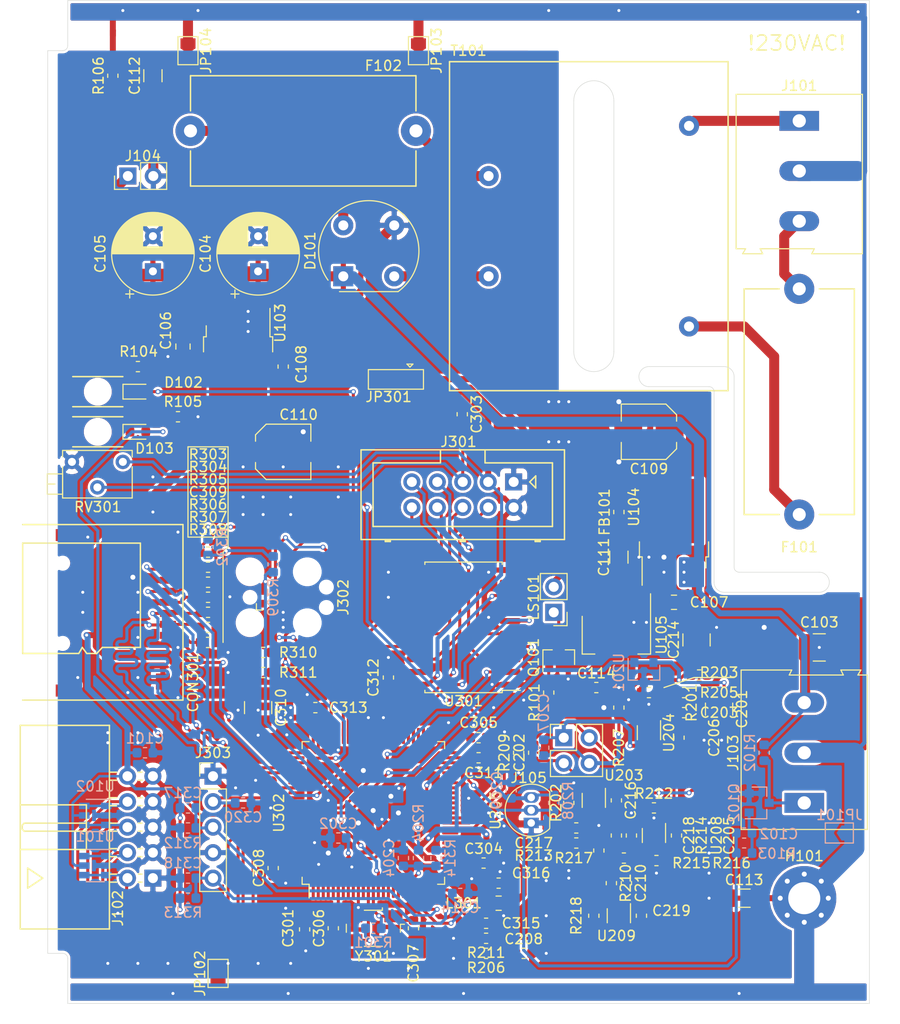
<source format=kicad_pcb>
(kicad_pcb (version 20171130) (host pcbnew 5.1.5)

  (general
    (thickness 1.6)
    (drawings 45)
    (tracks 1807)
    (zones 0)
    (modules 129)
    (nets 134)
  )

  (page A4)
  (layers
    (0 F.Cu signal)
    (31 B.Cu signal)
    (32 B.Adhes user)
    (33 F.Adhes user)
    (34 B.Paste user)
    (35 F.Paste user)
    (36 B.SilkS user)
    (37 F.SilkS user)
    (38 B.Mask user)
    (39 F.Mask user)
    (40 Dwgs.User user)
    (41 Cmts.User user)
    (42 Eco1.User user)
    (43 Eco2.User user)
    (44 Edge.Cuts user)
    (45 Margin user)
    (46 B.CrtYd user)
    (47 F.CrtYd user)
    (48 B.Fab user)
    (49 F.Fab user hide)
  )

  (setup
    (last_trace_width 0.3)
    (user_trace_width 0.3)
    (user_trace_width 0.4)
    (user_trace_width 0.6)
    (user_trace_width 1)
    (user_trace_width 2)
    (trace_clearance 0.2)
    (zone_clearance 0.25)
    (zone_45_only no)
    (trace_min 0.21)
    (via_size 0.5)
    (via_drill 0.3)
    (via_min_size 0.4)
    (via_min_drill 0.3)
    (user_via 0.9 0.5)
    (uvia_size 0.3)
    (uvia_drill 0.1)
    (uvias_allowed no)
    (uvia_min_size 0.2)
    (uvia_min_drill 0.1)
    (edge_width 0.05)
    (segment_width 0.2)
    (pcb_text_width 0.3)
    (pcb_text_size 1.5 1.5)
    (mod_edge_width 0.12)
    (mod_text_size 1 1)
    (mod_text_width 0.15)
    (pad_size 0.7874 0.7874)
    (pad_drill 0)
    (pad_to_mask_clearance 0.051)
    (solder_mask_min_width 0.25)
    (aux_axis_origin 13 13)
    (grid_origin 13 13)
    (visible_elements FFFFFF7F)
    (pcbplotparams
      (layerselection 0x010fc_ffffffff)
      (usegerberextensions true)
      (usegerberattributes false)
      (usegerberadvancedattributes false)
      (creategerberjobfile true)
      (excludeedgelayer true)
      (linewidth 0.100000)
      (plotframeref false)
      (viasonmask true)
      (mode 1)
      (useauxorigin false)
      (hpglpennumber 1)
      (hpglpenspeed 20)
      (hpglpendiameter 15.000000)
      (psnegative false)
      (psa4output false)
      (plotreference true)
      (plotvalue true)
      (plotinvisibletext false)
      (padsonsilk false)
      (subtractmaskfromsilk false)
      (outputformat 1)
      (mirror false)
      (drillshape 0)
      (scaleselection 1)
      (outputdirectory "gerber/"))
  )

  (net 0 "")
  (net 1 Earth)
  (net 2 GND)
  (net 3 +8V)
  (net 4 +3V3)
  (net 5 +5V)
  (net 6 "Net-(C203-Pad1)")
  (net 7 /Controller/ENC1)
  (net 8 /Controller/ENC2)
  (net 9 /Controller/VREF)
  (net 10 /Controller/SW1)
  (net 11 /Frontend/FORCE+)
  (net 12 /Frontend/FORCE-)
  (net 13 /Frontend/SENS+)
  (net 14 /Frontend/SENS-)
  (net 15 /Controller/SDIO_D1)
  (net 16 /Controller/SDIO_D0)
  (net 17 /Controller/SDIO_CLK)
  (net 18 /Controller/SDIO_CMD)
  (net 19 /Controller/SDIO_D3)
  (net 20 /Controller/SDIO_D2)
  (net 21 "Net-(D102-Pad1)")
  (net 22 /Controller/TEMP_IN)
  (net 23 /L_Trafo)
  (net 24 /L_IN)
  (net 25 /N_IN)
  (net 26 /DIGIO3)
  (net 27 /DIGIO2)
  (net 28 /DIGIO1)
  (net 29 /DIGIO0)
  (net 30 /Controller/SWDIO)
  (net 31 /Controller/SWCLK)
  (net 32 /Controller/PC_RX)
  (net 33 /Controller/PC_TX)
  (net 34 /Controller/~RST)
  (net 35 "Net-(LS101-Pad1)")
  (net 36 /Controller/LCD_VO)
  (net 37 /Controller/LCD_RS)
  (net 38 /Controller/LCD_EN)
  (net 39 /Controller/LCD_D3)
  (net 40 /Controller/LCD_D0)
  (net 41 /Controller/LCD_D2)
  (net 42 /Controller/LCD_D1)
  (net 43 /Controller/FRONTEND_TEMP)
  (net 44 /OUT0)
  (net 45 /OUT3)
  (net 46 /OUT2)
  (net 47 /OUT1)
  (net 48 /Controller/VDDA)
  (net 49 +5VL)
  (net 50 /Controller/CARD_DETECT)
  (net 51 "Net-(C102-Pad2)")
  (net 52 "Net-(C210-Pad2)")
  (net 53 "Net-(C306-Pad1)")
  (net 54 "Net-(C307-Pad1)")
  (net 55 "Net-(C311-Pad1)")
  (net 56 "Net-(C313-Pad1)")
  (net 57 "Net-(D101-Pad4)")
  (net 58 "Net-(D101-Pad2)")
  (net 59 "Net-(D103-Pad1)")
  (net 60 "Net-(F102-Pad2)")
  (net 61 "Net-(J103-Pad1)")
  (net 62 "Net-(J302-Pad5)")
  (net 63 "Net-(J302-Pad6)")
  (net 64 "Net-(J302-Pad8)")
  (net 65 "Net-(Q101-Pad1)")
  (net 66 "Net-(U301-Pad2)")
  (net 67 "Net-(U301-Pad4)")
  (net 68 "Net-(U301-Pad6)")
  (net 69 "Net-(U301-Pad7)")
  (net 70 "Net-(U301-Pad8)")
  (net 71 "Net-(U301-Pad9)")
  (net 72 "Net-(U301-Pad15)")
  (net 73 "Net-(U301-Pad17)")
  (net 74 "Net-(U302-Pad2)")
  (net 75 "Net-(U302-Pad3)")
  (net 76 "Net-(U302-Pad4)")
  (net 77 "Net-(U302-Pad5)")
  (net 78 "Net-(U302-Pad7)")
  (net 79 "Net-(U302-Pad8)")
  (net 80 "Net-(U302-Pad9)")
  (net 81 "Net-(U302-Pad15)")
  (net 82 "Net-(U302-Pad16)")
  (net 83 "Net-(U302-Pad17)")
  (net 84 "Net-(U302-Pad18)")
  (net 85 "Net-(U302-Pad26)")
  (net 86 "Net-(U302-Pad29)")
  (net 87 "Net-(U302-Pad32)")
  (net 88 "Net-(U302-Pad33)")
  (net 89 "Net-(U302-Pad34)")
  (net 90 "Net-(U302-Pad38)")
  (net 91 "Net-(U302-Pad39)")
  (net 92 "Net-(U302-Pad40)")
  (net 93 "Net-(U302-Pad41)")
  (net 94 "Net-(U302-Pad42)")
  (net 95 "Net-(U302-Pad43)")
  (net 96 "Net-(U302-Pad44)")
  (net 97 "Net-(U302-Pad45)")
  (net 98 "Net-(U302-Pad46)")
  (net 99 "Net-(U302-Pad51)")
  (net 100 "Net-(U302-Pad52)")
  (net 101 "Net-(U302-Pad53)")
  (net 102 "Net-(U302-Pad54)")
  (net 103 "Net-(U302-Pad59)")
  (net 104 "Net-(U302-Pad60)")
  (net 105 "Net-(U302-Pad61)")
  (net 106 "Net-(U302-Pad62)")
  (net 107 "Net-(U302-Pad63)")
  (net 108 "Net-(U302-Pad64)")
  (net 109 "Net-(U302-Pad70)")
  (net 110 "Net-(U302-Pad71)")
  (net 111 "Net-(U302-Pad77)")
  (net 112 "Net-(U302-Pad81)")
  (net 113 "Net-(U302-Pad82)")
  (net 114 "Net-(U302-Pad84)")
  (net 115 "Net-(U302-Pad86)")
  (net 116 "Net-(U302-Pad95)")
  (net 117 "Net-(U302-Pad96)")
  (net 118 "Net-(U302-Pad97)")
  (net 119 "Net-(U302-Pad98)")
  (net 120 "Net-(C217-Pad2)")
  (net 121 "Net-(C217-Pad1)")
  (net 122 "Net-(C218-Pad2)")
  (net 123 "Net-(C218-Pad1)")
  (net 124 +3.3VA)
  (net 125 "Net-(C201-Pad1)")
  (net 126 "Net-(C208-Pad1)")
  (net 127 "Net-(C210-Pad1)")
  (net 128 "Net-(R210-Pad1)")
  (net 129 "Net-(R211-Pad1)")
  (net 130 /Controller/NSS)
  (net 131 /Controller/SCK)
  (net 132 /Controller/MISO)
  (net 133 "Net-(C312-Pad2)")

  (net_class Default "This is the default net class."
    (clearance 0.2)
    (trace_width 0.25)
    (via_dia 0.5)
    (via_drill 0.3)
    (uvia_dia 0.3)
    (uvia_drill 0.1)
    (diff_pair_width 0.21)
    (diff_pair_gap 0.25)
    (add_net +3.3VA)
    (add_net +3V3)
    (add_net +5V)
    (add_net +5VL)
    (add_net +8V)
    (add_net /Controller/CARD_DETECT)
    (add_net /Controller/ENC1)
    (add_net /Controller/ENC2)
    (add_net /Controller/FRONTEND_TEMP)
    (add_net /Controller/LCD_D0)
    (add_net /Controller/LCD_D1)
    (add_net /Controller/LCD_D2)
    (add_net /Controller/LCD_D3)
    (add_net /Controller/LCD_EN)
    (add_net /Controller/LCD_RS)
    (add_net /Controller/LCD_VO)
    (add_net /Controller/MISO)
    (add_net /Controller/NSS)
    (add_net /Controller/PC_RX)
    (add_net /Controller/PC_TX)
    (add_net /Controller/SCK)
    (add_net /Controller/SDIO_CLK)
    (add_net /Controller/SDIO_CMD)
    (add_net /Controller/SDIO_D0)
    (add_net /Controller/SDIO_D1)
    (add_net /Controller/SDIO_D2)
    (add_net /Controller/SDIO_D3)
    (add_net /Controller/SW1)
    (add_net /Controller/SWCLK)
    (add_net /Controller/SWDIO)
    (add_net /Controller/TEMP_IN)
    (add_net /Controller/VDDA)
    (add_net /Controller/VREF)
    (add_net /Controller/~RST)
    (add_net /DIGIO0)
    (add_net /DIGIO1)
    (add_net /DIGIO2)
    (add_net /DIGIO3)
    (add_net /Frontend/FORCE+)
    (add_net /Frontend/FORCE-)
    (add_net /Frontend/SENS+)
    (add_net /Frontend/SENS-)
    (add_net /OUT0)
    (add_net /OUT1)
    (add_net /OUT2)
    (add_net /OUT3)
    (add_net Earth)
    (add_net GND)
    (add_net "Net-(C102-Pad2)")
    (add_net "Net-(C201-Pad1)")
    (add_net "Net-(C203-Pad1)")
    (add_net "Net-(C208-Pad1)")
    (add_net "Net-(C210-Pad1)")
    (add_net "Net-(C210-Pad2)")
    (add_net "Net-(C217-Pad1)")
    (add_net "Net-(C217-Pad2)")
    (add_net "Net-(C218-Pad1)")
    (add_net "Net-(C218-Pad2)")
    (add_net "Net-(C306-Pad1)")
    (add_net "Net-(C307-Pad1)")
    (add_net "Net-(C311-Pad1)")
    (add_net "Net-(C312-Pad2)")
    (add_net "Net-(C313-Pad1)")
    (add_net "Net-(D101-Pad2)")
    (add_net "Net-(D101-Pad4)")
    (add_net "Net-(D102-Pad1)")
    (add_net "Net-(D103-Pad1)")
    (add_net "Net-(F102-Pad2)")
    (add_net "Net-(J103-Pad1)")
    (add_net "Net-(J302-Pad5)")
    (add_net "Net-(J302-Pad6)")
    (add_net "Net-(J302-Pad8)")
    (add_net "Net-(LS101-Pad1)")
    (add_net "Net-(Q101-Pad1)")
    (add_net "Net-(R210-Pad1)")
    (add_net "Net-(R211-Pad1)")
    (add_net "Net-(U301-Pad15)")
    (add_net "Net-(U301-Pad17)")
    (add_net "Net-(U301-Pad2)")
    (add_net "Net-(U301-Pad4)")
    (add_net "Net-(U301-Pad6)")
    (add_net "Net-(U301-Pad7)")
    (add_net "Net-(U301-Pad8)")
    (add_net "Net-(U301-Pad9)")
    (add_net "Net-(U302-Pad15)")
    (add_net "Net-(U302-Pad16)")
    (add_net "Net-(U302-Pad17)")
    (add_net "Net-(U302-Pad18)")
    (add_net "Net-(U302-Pad2)")
    (add_net "Net-(U302-Pad26)")
    (add_net "Net-(U302-Pad29)")
    (add_net "Net-(U302-Pad3)")
    (add_net "Net-(U302-Pad32)")
    (add_net "Net-(U302-Pad33)")
    (add_net "Net-(U302-Pad34)")
    (add_net "Net-(U302-Pad38)")
    (add_net "Net-(U302-Pad39)")
    (add_net "Net-(U302-Pad4)")
    (add_net "Net-(U302-Pad40)")
    (add_net "Net-(U302-Pad41)")
    (add_net "Net-(U302-Pad42)")
    (add_net "Net-(U302-Pad43)")
    (add_net "Net-(U302-Pad44)")
    (add_net "Net-(U302-Pad45)")
    (add_net "Net-(U302-Pad46)")
    (add_net "Net-(U302-Pad5)")
    (add_net "Net-(U302-Pad51)")
    (add_net "Net-(U302-Pad52)")
    (add_net "Net-(U302-Pad53)")
    (add_net "Net-(U302-Pad54)")
    (add_net "Net-(U302-Pad59)")
    (add_net "Net-(U302-Pad60)")
    (add_net "Net-(U302-Pad61)")
    (add_net "Net-(U302-Pad62)")
    (add_net "Net-(U302-Pad63)")
    (add_net "Net-(U302-Pad64)")
    (add_net "Net-(U302-Pad7)")
    (add_net "Net-(U302-Pad70)")
    (add_net "Net-(U302-Pad71)")
    (add_net "Net-(U302-Pad77)")
    (add_net "Net-(U302-Pad8)")
    (add_net "Net-(U302-Pad81)")
    (add_net "Net-(U302-Pad82)")
    (add_net "Net-(U302-Pad84)")
    (add_net "Net-(U302-Pad86)")
    (add_net "Net-(U302-Pad9)")
    (add_net "Net-(U302-Pad95)")
    (add_net "Net-(U302-Pad96)")
    (add_net "Net-(U302-Pad97)")
    (add_net "Net-(U302-Pad98)")
  )

  (net_class HV ""
    (clearance 2.55)
    (trace_width 1)
    (via_dia 0.5)
    (via_drill 0.3)
    (uvia_dia 0.3)
    (uvia_drill 0.1)
    (diff_pair_width 0.21)
    (diff_pair_gap 0.25)
    (add_net /L_IN)
    (add_net /L_Trafo)
    (add_net /N_IN)
  )

  (module Capacitor_SMD:C_0603_1608Metric (layer F.Cu) (tedit 5B301BBE) (tstamp 5E3CFE8D)
    (at 70.75 81.5)
    (descr "Capacitor SMD 0603 (1608 Metric), square (rectangular) end terminal, IPC_7351 nominal, (Body size source: http://www.tortai-tech.com/upload/download/2011102023233369053.pdf), generated with kicad-footprint-generator")
    (tags capacitor)
    (path /5E80AF62)
    (attr smd)
    (fp_text reference C114 (at 0 -1.43) (layer F.SilkS)
      (effects (font (size 1 1) (thickness 0.15)))
    )
    (fp_text value 100n (at 0 1.43) (layer F.Fab)
      (effects (font (size 1 1) (thickness 0.15)))
    )
    (fp_text user %R (at 0 0) (layer F.Fab)
      (effects (font (size 0.4 0.4) (thickness 0.06)))
    )
    (fp_line (start 1.48 0.73) (end -1.48 0.73) (layer F.CrtYd) (width 0.05))
    (fp_line (start 1.48 -0.73) (end 1.48 0.73) (layer F.CrtYd) (width 0.05))
    (fp_line (start -1.48 -0.73) (end 1.48 -0.73) (layer F.CrtYd) (width 0.05))
    (fp_line (start -1.48 0.73) (end -1.48 -0.73) (layer F.CrtYd) (width 0.05))
    (fp_line (start -0.162779 0.51) (end 0.162779 0.51) (layer F.SilkS) (width 0.12))
    (fp_line (start -0.162779 -0.51) (end 0.162779 -0.51) (layer F.SilkS) (width 0.12))
    (fp_line (start 0.8 0.4) (end -0.8 0.4) (layer F.Fab) (width 0.1))
    (fp_line (start 0.8 -0.4) (end 0.8 0.4) (layer F.Fab) (width 0.1))
    (fp_line (start -0.8 -0.4) (end 0.8 -0.4) (layer F.Fab) (width 0.1))
    (fp_line (start -0.8 0.4) (end -0.8 -0.4) (layer F.Fab) (width 0.1))
    (pad 2 smd roundrect (at 0.7875 0) (size 0.875 0.95) (layers F.Cu F.Paste F.Mask) (roundrect_rratio 0.25)
      (net 2 GND))
    (pad 1 smd roundrect (at -0.7875 0) (size 0.875 0.95) (layers F.Cu F.Paste F.Mask) (roundrect_rratio 0.25)
      (net 124 +3.3VA))
    (model ${KISYS3DMOD}/Capacitor_SMD.3dshapes/C_0603_1608Metric.wrl
      (at (xyz 0 0 0))
      (scale (xyz 1 1 1))
      (rotate (xyz 0 0 0))
    )
  )

  (module Jumper:SolderJumper-3_P2.0mm_Open_TrianglePad1.0x1.5mm (layer F.Cu) (tedit 5A64803D) (tstamp 5E3C2274)
    (at 50.75 50.75 180)
    (descr "SMD Solder Jumper, 1x1.5mm Triangular Pads, 0.3mm gap, open")
    (tags "solder jumper open")
    (path /5D77EC9D/5E7247D0)
    (attr virtual)
    (fp_text reference JP301 (at 0.725 -1.775) (layer F.SilkS)
      (effects (font (size 1 1) (thickness 0.15)))
    )
    (fp_text value LCD_5V_3V3 (at 0.725 1.925) (layer F.Fab)
      (effects (font (size 1 1) (thickness 0.15)))
    )
    (fp_line (start 3 1.25) (end -2.98 1.25) (layer F.CrtYd) (width 0.05))
    (fp_line (start 3 1.25) (end 3 -1.27) (layer F.CrtYd) (width 0.05))
    (fp_line (start -2.98 -1.27) (end -2.98 1.25) (layer F.CrtYd) (width 0.05))
    (fp_line (start -2.98 -1.27) (end 3 -1.27) (layer F.CrtYd) (width 0.05))
    (fp_line (start -2.75 -1) (end 2.75 -1) (layer F.SilkS) (width 0.12))
    (fp_line (start 2.75 -1) (end 2.75 0.95) (layer F.SilkS) (width 0.12))
    (fp_line (start 2.75 0.95) (end -2.75 0.95) (layer F.SilkS) (width 0.12))
    (fp_line (start -2.75 0.95) (end -2.75 -1) (layer F.SilkS) (width 0.12))
    (fp_line (start -1.4 1.2) (end -1.7 1.5) (layer F.SilkS) (width 0.12))
    (fp_line (start -1.7 1.5) (end -1.1 1.5) (layer F.SilkS) (width 0.12))
    (fp_line (start -1.1 1.5) (end -1.4 1.2) (layer F.SilkS) (width 0.12))
    (pad 3 smd custom (at 2 0) (size 0.3 0.3) (layers F.Cu F.Mask)
      (net 4 +3V3) (zone_connect 2)
      (options (clearance outline) (anchor rect))
      (primitives
        (gr_poly (pts
           (xy -0.5 -0.75) (xy 0.5 -0.75) (xy 1 0) (xy 0.5 0.75) (xy -0.5 0.75)
) (width 0))
      ))
    (pad 2 smd custom (at 0 0 180) (size 0.3 0.3) (layers F.Cu)
      (net 133 "Net-(C312-Pad2)") (zone_connect 2)
      (options (clearance outline) (anchor rect))
      (primitives
        (gr_poly (pts
           (xy -1.2 -0.75) (xy 1.2 -0.75) (xy 0.7 0) (xy 1.2 0.75) (xy -1.2 0.75)
           (xy -0.7 0)) (width 0))
      ))
    (pad 1 smd custom (at -2 0 180) (size 0.3 0.3) (layers F.Cu F.Mask)
      (net 49 +5VL) (zone_connect 2)
      (options (clearance outline) (anchor rect))
      (primitives
        (gr_poly (pts
           (xy -0.5 -0.75) (xy 0.5 -0.75) (xy 1 0) (xy 0.5 0.75) (xy -0.5 0.75)
) (width 0))
      ))
    (pad "" smd rect (at -1.2 0 180) (size 1.5 1.5) (layers F.Mask))
    (pad "" smd rect (at 1.2 0 180) (size 1.5 1.5) (layers F.Mask))
  )

  (module Package_TO_SOT_SMD:SOT-23 (layer B.Cu) (tedit 5A02FF57) (tstamp 5E3BF097)
    (at 75.5 80 270)
    (descr "SOT-23, Standard")
    (tags SOT-23)
    (path /5D8C5188/5E5592F3)
    (attr smd)
    (fp_text reference U201 (at 0 2.5 270) (layer B.SilkS)
      (effects (font (size 1 1) (thickness 0.15)) (justify mirror))
    )
    (fp_text value TL431LI-DBZ (at 0 -2.5 270) (layer B.Fab)
      (effects (font (size 1 1) (thickness 0.15)) (justify mirror))
    )
    (fp_line (start 0.76 -1.58) (end -0.7 -1.58) (layer B.SilkS) (width 0.12))
    (fp_line (start 0.76 1.58) (end -1.4 1.58) (layer B.SilkS) (width 0.12))
    (fp_line (start -1.7 -1.75) (end -1.7 1.75) (layer B.CrtYd) (width 0.05))
    (fp_line (start 1.7 -1.75) (end -1.7 -1.75) (layer B.CrtYd) (width 0.05))
    (fp_line (start 1.7 1.75) (end 1.7 -1.75) (layer B.CrtYd) (width 0.05))
    (fp_line (start -1.7 1.75) (end 1.7 1.75) (layer B.CrtYd) (width 0.05))
    (fp_line (start 0.76 1.58) (end 0.76 0.65) (layer B.SilkS) (width 0.12))
    (fp_line (start 0.76 -1.58) (end 0.76 -0.65) (layer B.SilkS) (width 0.12))
    (fp_line (start -0.7 -1.52) (end 0.7 -1.52) (layer B.Fab) (width 0.1))
    (fp_line (start 0.7 1.52) (end 0.7 -1.52) (layer B.Fab) (width 0.1))
    (fp_line (start -0.7 0.95) (end -0.15 1.52) (layer B.Fab) (width 0.1))
    (fp_line (start -0.15 1.52) (end 0.7 1.52) (layer B.Fab) (width 0.1))
    (fp_line (start -0.7 0.95) (end -0.7 -1.5) (layer B.Fab) (width 0.1))
    (fp_text user %R (at 0 0) (layer B.Fab)
      (effects (font (size 0.5 0.5) (thickness 0.075)) (justify mirror))
    )
    (pad 3 smd rect (at 1 0 270) (size 0.9 0.8) (layers B.Cu B.Paste B.Mask)
      (net 2 GND))
    (pad 2 smd rect (at -1 -0.95 270) (size 0.9 0.8) (layers B.Cu B.Paste B.Mask)
      (net 125 "Net-(C201-Pad1)"))
    (pad 1 smd rect (at -1 0.95 270) (size 0.9 0.8) (layers B.Cu B.Paste B.Mask)
      (net 125 "Net-(C201-Pad1)"))
    (model ${KISYS3DMOD}/Package_TO_SOT_SMD.3dshapes/SOT-23.wrl
      (at (xyz 0 0 0))
      (scale (xyz 1 1 1))
      (rotate (xyz 0 0 0))
    )
  )

  (module Package_TO_SOT_SMD:SOT-223-3_TabPin2 (layer F.Cu) (tedit 5A02FF57) (tstamp 5E3BF082)
    (at 72.75 76.25 270)
    (descr "module CMS SOT223 4 pins")
    (tags "CMS SOT")
    (path /5E3EDECA)
    (attr smd)
    (fp_text reference U105 (at 0 -4.5 90) (layer F.SilkS)
      (effects (font (size 1 1) (thickness 0.15)))
    )
    (fp_text value AP1117-33 (at 0 4.5 90) (layer F.Fab)
      (effects (font (size 1 1) (thickness 0.15)))
    )
    (fp_line (start 1.85 -3.35) (end 1.85 3.35) (layer F.Fab) (width 0.1))
    (fp_line (start -1.85 3.35) (end 1.85 3.35) (layer F.Fab) (width 0.1))
    (fp_line (start -4.1 -3.41) (end 1.91 -3.41) (layer F.SilkS) (width 0.12))
    (fp_line (start -0.85 -3.35) (end 1.85 -3.35) (layer F.Fab) (width 0.1))
    (fp_line (start -1.85 3.41) (end 1.91 3.41) (layer F.SilkS) (width 0.12))
    (fp_line (start -1.85 -2.35) (end -1.85 3.35) (layer F.Fab) (width 0.1))
    (fp_line (start -1.85 -2.35) (end -0.85 -3.35) (layer F.Fab) (width 0.1))
    (fp_line (start -4.4 -3.6) (end -4.4 3.6) (layer F.CrtYd) (width 0.05))
    (fp_line (start -4.4 3.6) (end 4.4 3.6) (layer F.CrtYd) (width 0.05))
    (fp_line (start 4.4 3.6) (end 4.4 -3.6) (layer F.CrtYd) (width 0.05))
    (fp_line (start 4.4 -3.6) (end -4.4 -3.6) (layer F.CrtYd) (width 0.05))
    (fp_line (start 1.91 -3.41) (end 1.91 -2.15) (layer F.SilkS) (width 0.12))
    (fp_line (start 1.91 3.41) (end 1.91 2.15) (layer F.SilkS) (width 0.12))
    (fp_text user %R (at 0 0) (layer F.Fab)
      (effects (font (size 0.8 0.8) (thickness 0.12)))
    )
    (pad 1 smd rect (at -3.15 -2.3 270) (size 2 1.5) (layers F.Cu F.Paste F.Mask)
      (net 2 GND))
    (pad 3 smd rect (at -3.15 2.3 270) (size 2 1.5) (layers F.Cu F.Paste F.Mask)
      (net 5 +5V))
    (pad 2 smd rect (at -3.15 0 270) (size 2 1.5) (layers F.Cu F.Paste F.Mask)
      (net 124 +3.3VA))
    (pad 2 smd rect (at 3.15 0 270) (size 2 3.8) (layers F.Cu F.Paste F.Mask)
      (net 124 +3.3VA))
    (model ${KISYS3DMOD}/Package_TO_SOT_SMD.3dshapes/SOT-223.wrl
      (at (xyz 0 0 0))
      (scale (xyz 1 1 1))
      (rotate (xyz 0 0 0))
    )
  )

  (module Resistor_SMD:R_0603_1608Metric (layer F.Cu) (tedit 5B301BBD) (tstamp 5E3BECA8)
    (at 59.75 106.5 180)
    (descr "Resistor SMD 0603 (1608 Metric), square (rectangular) end terminal, IPC_7351 nominal, (Body size source: http://www.tortai-tech.com/upload/download/2011102023233369053.pdf), generated with kicad-footprint-generator")
    (tags resistor)
    (path /5D8C5188/5E696A10)
    (attr smd)
    (fp_text reference R211 (at 0 -1.43) (layer F.SilkS)
      (effects (font (size 1 1) (thickness 0.15)))
    )
    (fp_text value 0 (at 0 1.43) (layer F.Fab)
      (effects (font (size 1 1) (thickness 0.15)))
    )
    (fp_text user %R (at 0 0) (layer F.Fab)
      (effects (font (size 0.4 0.4) (thickness 0.06)))
    )
    (fp_line (start 1.48 0.73) (end -1.48 0.73) (layer F.CrtYd) (width 0.05))
    (fp_line (start 1.48 -0.73) (end 1.48 0.73) (layer F.CrtYd) (width 0.05))
    (fp_line (start -1.48 -0.73) (end 1.48 -0.73) (layer F.CrtYd) (width 0.05))
    (fp_line (start -1.48 0.73) (end -1.48 -0.73) (layer F.CrtYd) (width 0.05))
    (fp_line (start -0.162779 0.51) (end 0.162779 0.51) (layer F.SilkS) (width 0.12))
    (fp_line (start -0.162779 -0.51) (end 0.162779 -0.51) (layer F.SilkS) (width 0.12))
    (fp_line (start 0.8 0.4) (end -0.8 0.4) (layer F.Fab) (width 0.1))
    (fp_line (start 0.8 -0.4) (end 0.8 0.4) (layer F.Fab) (width 0.1))
    (fp_line (start -0.8 -0.4) (end 0.8 -0.4) (layer F.Fab) (width 0.1))
    (fp_line (start -0.8 0.4) (end -0.8 -0.4) (layer F.Fab) (width 0.1))
    (pad 2 smd roundrect (at 0.7875 0 180) (size 0.875 0.95) (layers F.Cu F.Paste F.Mask) (roundrect_rratio 0.25)
      (net 22 /Controller/TEMP_IN))
    (pad 1 smd roundrect (at -0.7875 0 180) (size 0.875 0.95) (layers F.Cu F.Paste F.Mask) (roundrect_rratio 0.25)
      (net 129 "Net-(R211-Pad1)"))
    (model ${KISYS3DMOD}/Resistor_SMD.3dshapes/R_0603_1608Metric.wrl
      (at (xyz 0 0 0))
      (scale (xyz 1 1 1))
      (rotate (xyz 0 0 0))
    )
  )

  (module Resistor_SMD:R_0603_1608Metric (layer F.Cu) (tedit 5B301BBD) (tstamp 5E3BEC97)
    (at 72.25 101 270)
    (descr "Resistor SMD 0603 (1608 Metric), square (rectangular) end terminal, IPC_7351 nominal, (Body size source: http://www.tortai-tech.com/upload/download/2011102023233369053.pdf), generated with kicad-footprint-generator")
    (tags resistor)
    (path /5D8C5188/5E6BEB7A)
    (attr smd)
    (fp_text reference R210 (at 0 -1.43 90) (layer F.SilkS)
      (effects (font (size 1 1) (thickness 0.15)))
    )
    (fp_text value DNP (at 0 1.43 90) (layer F.Fab)
      (effects (font (size 1 1) (thickness 0.15)))
    )
    (fp_text user %R (at 0 0 90) (layer F.Fab)
      (effects (font (size 0.4 0.4) (thickness 0.06)))
    )
    (fp_line (start 1.48 0.73) (end -1.48 0.73) (layer F.CrtYd) (width 0.05))
    (fp_line (start 1.48 -0.73) (end 1.48 0.73) (layer F.CrtYd) (width 0.05))
    (fp_line (start -1.48 -0.73) (end 1.48 -0.73) (layer F.CrtYd) (width 0.05))
    (fp_line (start -1.48 0.73) (end -1.48 -0.73) (layer F.CrtYd) (width 0.05))
    (fp_line (start -0.162779 0.51) (end 0.162779 0.51) (layer F.SilkS) (width 0.12))
    (fp_line (start -0.162779 -0.51) (end 0.162779 -0.51) (layer F.SilkS) (width 0.12))
    (fp_line (start 0.8 0.4) (end -0.8 0.4) (layer F.Fab) (width 0.1))
    (fp_line (start 0.8 -0.4) (end 0.8 0.4) (layer F.Fab) (width 0.1))
    (fp_line (start -0.8 -0.4) (end 0.8 -0.4) (layer F.Fab) (width 0.1))
    (fp_line (start -0.8 0.4) (end -0.8 -0.4) (layer F.Fab) (width 0.1))
    (pad 2 smd roundrect (at 0.7875 0 270) (size 0.875 0.95) (layers F.Cu F.Paste F.Mask) (roundrect_rratio 0.25)
      (net 52 "Net-(C210-Pad2)"))
    (pad 1 smd roundrect (at -0.7875 0 270) (size 0.875 0.95) (layers F.Cu F.Paste F.Mask) (roundrect_rratio 0.25)
      (net 128 "Net-(R210-Pad1)"))
    (model ${KISYS3DMOD}/Resistor_SMD.3dshapes/R_0603_1608Metric.wrl
      (at (xyz 0 0 0))
      (scale (xyz 1 1 1))
      (rotate (xyz 0 0 0))
    )
  )

  (module Resistor_SMD:R_0603_1608Metric (layer F.Cu) (tedit 5B301BBD) (tstamp 5E3BEC86)
    (at 63 88 90)
    (descr "Resistor SMD 0603 (1608 Metric), square (rectangular) end terminal, IPC_7351 nominal, (Body size source: http://www.tortai-tech.com/upload/download/2011102023233369053.pdf), generated with kicad-footprint-generator")
    (tags resistor)
    (path /5D8C5188/5E5C0B2B)
    (attr smd)
    (fp_text reference R209 (at 0 -1.43 90) (layer F.SilkS)
      (effects (font (size 1 1) (thickness 0.15)))
    )
    (fp_text value 2M (at 0 1.43 90) (layer F.Fab)
      (effects (font (size 1 1) (thickness 0.15)))
    )
    (fp_text user %R (at 0 0 90) (layer F.Fab)
      (effects (font (size 0.4 0.4) (thickness 0.06)))
    )
    (fp_line (start 1.48 0.73) (end -1.48 0.73) (layer F.CrtYd) (width 0.05))
    (fp_line (start 1.48 -0.73) (end 1.48 0.73) (layer F.CrtYd) (width 0.05))
    (fp_line (start -1.48 -0.73) (end 1.48 -0.73) (layer F.CrtYd) (width 0.05))
    (fp_line (start -1.48 0.73) (end -1.48 -0.73) (layer F.CrtYd) (width 0.05))
    (fp_line (start -0.162779 0.51) (end 0.162779 0.51) (layer F.SilkS) (width 0.12))
    (fp_line (start -0.162779 -0.51) (end 0.162779 -0.51) (layer F.SilkS) (width 0.12))
    (fp_line (start 0.8 0.4) (end -0.8 0.4) (layer F.Fab) (width 0.1))
    (fp_line (start 0.8 -0.4) (end 0.8 0.4) (layer F.Fab) (width 0.1))
    (fp_line (start -0.8 -0.4) (end 0.8 -0.4) (layer F.Fab) (width 0.1))
    (fp_line (start -0.8 0.4) (end -0.8 -0.4) (layer F.Fab) (width 0.1))
    (pad 2 smd roundrect (at 0.7875 0 90) (size 0.875 0.95) (layers F.Cu F.Paste F.Mask) (roundrect_rratio 0.25)
      (net 13 /Frontend/SENS+))
    (pad 1 smd roundrect (at -0.7875 0 90) (size 0.875 0.95) (layers F.Cu F.Paste F.Mask) (roundrect_rratio 0.25)
      (net 14 /Frontend/SENS-))
    (model ${KISYS3DMOD}/Resistor_SMD.3dshapes/R_0603_1608Metric.wrl
      (at (xyz 0 0 0))
      (scale (xyz 1 1 1))
      (rotate (xyz 0 0 0))
    )
  )

  (module Capacitor_SMD:C_0603_1608Metric (layer F.Cu) (tedit 5B301BBE) (tstamp 5E3BE19D)
    (at 73.75 101 270)
    (descr "Capacitor SMD 0603 (1608 Metric), square (rectangular) end terminal, IPC_7351 nominal, (Body size source: http://www.tortai-tech.com/upload/download/2011102023233369053.pdf), generated with kicad-footprint-generator")
    (tags capacitor)
    (path /5D8C5188/5E6BF72D)
    (attr smd)
    (fp_text reference C210 (at 0 -1.43 90) (layer F.SilkS)
      (effects (font (size 1 1) (thickness 0.15)))
    )
    (fp_text value DNP (at 0 1.43 90) (layer F.Fab)
      (effects (font (size 1 1) (thickness 0.15)))
    )
    (fp_text user %R (at 0 0 90) (layer F.Fab)
      (effects (font (size 0.4 0.4) (thickness 0.06)))
    )
    (fp_line (start 1.48 0.73) (end -1.48 0.73) (layer F.CrtYd) (width 0.05))
    (fp_line (start 1.48 -0.73) (end 1.48 0.73) (layer F.CrtYd) (width 0.05))
    (fp_line (start -1.48 -0.73) (end 1.48 -0.73) (layer F.CrtYd) (width 0.05))
    (fp_line (start -1.48 0.73) (end -1.48 -0.73) (layer F.CrtYd) (width 0.05))
    (fp_line (start -0.162779 0.51) (end 0.162779 0.51) (layer F.SilkS) (width 0.12))
    (fp_line (start -0.162779 -0.51) (end 0.162779 -0.51) (layer F.SilkS) (width 0.12))
    (fp_line (start 0.8 0.4) (end -0.8 0.4) (layer F.Fab) (width 0.1))
    (fp_line (start 0.8 -0.4) (end 0.8 0.4) (layer F.Fab) (width 0.1))
    (fp_line (start -0.8 -0.4) (end 0.8 -0.4) (layer F.Fab) (width 0.1))
    (fp_line (start -0.8 0.4) (end -0.8 -0.4) (layer F.Fab) (width 0.1))
    (pad 2 smd roundrect (at 0.7875 0 270) (size 0.875 0.95) (layers F.Cu F.Paste F.Mask) (roundrect_rratio 0.25)
      (net 52 "Net-(C210-Pad2)"))
    (pad 1 smd roundrect (at -0.7875 0 270) (size 0.875 0.95) (layers F.Cu F.Paste F.Mask) (roundrect_rratio 0.25)
      (net 127 "Net-(C210-Pad1)"))
    (model ${KISYS3DMOD}/Capacitor_SMD.3dshapes/C_0603_1608Metric.wrl
      (at (xyz 0 0 0))
      (scale (xyz 1 1 1))
      (rotate (xyz 0 0 0))
    )
  )

  (module Capacitor_SMD:C_0603_1608Metric (layer F.Cu) (tedit 5B301BBE) (tstamp 5E3BE0CC)
    (at 64.5 88 90)
    (descr "Capacitor SMD 0603 (1608 Metric), square (rectangular) end terminal, IPC_7351 nominal, (Body size source: http://www.tortai-tech.com/upload/download/2011102023233369053.pdf), generated with kicad-footprint-generator")
    (tags capacitor)
    (path /5D8C5188/5E656F7C)
    (attr smd)
    (fp_text reference C202 (at 0 -1.43 90) (layer F.SilkS)
      (effects (font (size 1 1) (thickness 0.15)))
    )
    (fp_text value 22n (at 0 1.43 90) (layer F.Fab)
      (effects (font (size 1 1) (thickness 0.15)))
    )
    (fp_text user %R (at 0 0 90) (layer F.Fab)
      (effects (font (size 0.4 0.4) (thickness 0.06)))
    )
    (fp_line (start 1.48 0.73) (end -1.48 0.73) (layer F.CrtYd) (width 0.05))
    (fp_line (start 1.48 -0.73) (end 1.48 0.73) (layer F.CrtYd) (width 0.05))
    (fp_line (start -1.48 -0.73) (end 1.48 -0.73) (layer F.CrtYd) (width 0.05))
    (fp_line (start -1.48 0.73) (end -1.48 -0.73) (layer F.CrtYd) (width 0.05))
    (fp_line (start -0.162779 0.51) (end 0.162779 0.51) (layer F.SilkS) (width 0.12))
    (fp_line (start -0.162779 -0.51) (end 0.162779 -0.51) (layer F.SilkS) (width 0.12))
    (fp_line (start 0.8 0.4) (end -0.8 0.4) (layer F.Fab) (width 0.1))
    (fp_line (start 0.8 -0.4) (end 0.8 0.4) (layer F.Fab) (width 0.1))
    (fp_line (start -0.8 -0.4) (end 0.8 -0.4) (layer F.Fab) (width 0.1))
    (fp_line (start -0.8 0.4) (end -0.8 -0.4) (layer F.Fab) (width 0.1))
    (pad 2 smd roundrect (at 0.7875 0 90) (size 0.875 0.95) (layers F.Cu F.Paste F.Mask) (roundrect_rratio 0.25)
      (net 13 /Frontend/SENS+))
    (pad 1 smd roundrect (at -0.7875 0 90) (size 0.875 0.95) (layers F.Cu F.Paste F.Mask) (roundrect_rratio 0.25)
      (net 14 /Frontend/SENS-))
    (model ${KISYS3DMOD}/Capacitor_SMD.3dshapes/C_0603_1608Metric.wrl
      (at (xyz 0 0 0))
      (scale (xyz 1 1 1))
      (rotate (xyz 0 0 0))
    )
  )

  (module Capacitor_SMD:C_1210_3225Metric (layer F.Cu) (tedit 5B301BBE) (tstamp 5E3BE0BB)
    (at 83 83.65 270)
    (descr "Capacitor SMD 1210 (3225 Metric), square (rectangular) end terminal, IPC_7351 nominal, (Body size source: http://www.tortai-tech.com/upload/download/2011102023233369053.pdf), generated with kicad-footprint-generator")
    (tags capacitor)
    (path /5D8C5188/5E55CA76)
    (attr smd)
    (fp_text reference C201 (at 0 -2.28 90) (layer F.SilkS)
      (effects (font (size 1 1) (thickness 0.15)))
    )
    (fp_text value 10u (at 0 2.28 90) (layer F.Fab)
      (effects (font (size 1 1) (thickness 0.15)))
    )
    (fp_text user %R (at 0 0 90) (layer F.Fab)
      (effects (font (size 0.8 0.8) (thickness 0.12)))
    )
    (fp_line (start 2.28 1.58) (end -2.28 1.58) (layer F.CrtYd) (width 0.05))
    (fp_line (start 2.28 -1.58) (end 2.28 1.58) (layer F.CrtYd) (width 0.05))
    (fp_line (start -2.28 -1.58) (end 2.28 -1.58) (layer F.CrtYd) (width 0.05))
    (fp_line (start -2.28 1.58) (end -2.28 -1.58) (layer F.CrtYd) (width 0.05))
    (fp_line (start -0.602064 1.36) (end 0.602064 1.36) (layer F.SilkS) (width 0.12))
    (fp_line (start -0.602064 -1.36) (end 0.602064 -1.36) (layer F.SilkS) (width 0.12))
    (fp_line (start 1.6 1.25) (end -1.6 1.25) (layer F.Fab) (width 0.1))
    (fp_line (start 1.6 -1.25) (end 1.6 1.25) (layer F.Fab) (width 0.1))
    (fp_line (start -1.6 -1.25) (end 1.6 -1.25) (layer F.Fab) (width 0.1))
    (fp_line (start -1.6 1.25) (end -1.6 -1.25) (layer F.Fab) (width 0.1))
    (pad 2 smd roundrect (at 1.4 0 270) (size 1.25 2.65) (layers F.Cu F.Paste F.Mask) (roundrect_rratio 0.2)
      (net 2 GND))
    (pad 1 smd roundrect (at -1.4 0 270) (size 1.25 2.65) (layers F.Cu F.Paste F.Mask) (roundrect_rratio 0.2)
      (net 125 "Net-(C201-Pad1)"))
    (model ${KISYS3DMOD}/Capacitor_SMD.3dshapes/C_1210_3225Metric.wrl
      (at (xyz 0 0 0))
      (scale (xyz 1 1 1))
      (rotate (xyz 0 0 0))
    )
  )

  (module Resistor_SMD:R_0603_1608Metric (layer B.Cu) (tedit 5B301BBD) (tstamp 5E2E0EA8)
    (at 54.75 98.5 90)
    (descr "Resistor SMD 0603 (1608 Metric), square (rectangular) end terminal, IPC_7351 nominal, (Body size source: http://www.tortai-tech.com/upload/download/2011102023233369053.pdf), generated with kicad-footprint-generator")
    (tags resistor)
    (path /5D77EC9D/5E34D726)
    (attr smd)
    (fp_text reference R314 (at 0 1.43 90) (layer B.SilkS)
      (effects (font (size 1 1) (thickness 0.15)) (justify mirror))
    )
    (fp_text value DNP (at 0 -1.43 90) (layer B.Fab)
      (effects (font (size 1 1) (thickness 0.15)) (justify mirror))
    )
    (fp_text user %R (at 0 0 90) (layer B.Fab)
      (effects (font (size 0.4 0.4) (thickness 0.06)) (justify mirror))
    )
    (fp_line (start 1.48 -0.73) (end -1.48 -0.73) (layer B.CrtYd) (width 0.05))
    (fp_line (start 1.48 0.73) (end 1.48 -0.73) (layer B.CrtYd) (width 0.05))
    (fp_line (start -1.48 0.73) (end 1.48 0.73) (layer B.CrtYd) (width 0.05))
    (fp_line (start -1.48 -0.73) (end -1.48 0.73) (layer B.CrtYd) (width 0.05))
    (fp_line (start -0.162779 -0.51) (end 0.162779 -0.51) (layer B.SilkS) (width 0.12))
    (fp_line (start -0.162779 0.51) (end 0.162779 0.51) (layer B.SilkS) (width 0.12))
    (fp_line (start 0.8 -0.4) (end -0.8 -0.4) (layer B.Fab) (width 0.1))
    (fp_line (start 0.8 0.4) (end 0.8 -0.4) (layer B.Fab) (width 0.1))
    (fp_line (start -0.8 0.4) (end 0.8 0.4) (layer B.Fab) (width 0.1))
    (fp_line (start -0.8 -0.4) (end -0.8 0.4) (layer B.Fab) (width 0.1))
    (pad 2 smd roundrect (at 0.7875 0 90) (size 0.875 0.95) (layers B.Cu B.Paste B.Mask) (roundrect_rratio 0.25)
      (net 2 GND))
    (pad 1 smd roundrect (at -0.7875 0 90) (size 0.875 0.95) (layers B.Cu B.Paste B.Mask) (roundrect_rratio 0.25)
      (net 9 /Controller/VREF))
    (model ${KISYS3DMOD}/Resistor_SMD.3dshapes/R_0603_1608Metric.wrl
      (at (xyz 0 0 0))
      (scale (xyz 1 1 1))
      (rotate (xyz 0 0 0))
    )
  )

  (module Package_TO_SOT_SMD:SOT-353_SC-70-5 (layer F.Cu) (tedit 5A02FF57) (tstamp 5E1B24D9)
    (at 73 104.25 270)
    (descr "SOT-353, SC-70-5")
    (tags "SOT-353 SC-70-5")
    (path /5D8C5188/5E2E5D52)
    (attr smd)
    (fp_text reference U209 (at 2 0.25 180) (layer F.SilkS)
      (effects (font (size 1 1) (thickness 0.15)))
    )
    (fp_text value MCP6V31U (at 0 2 270) (layer F.Fab)
      (effects (font (size 1 1) (thickness 0.15)))
    )
    (fp_line (start -0.175 -1.1) (end -0.675 -0.6) (layer F.Fab) (width 0.1))
    (fp_line (start 0.675 1.1) (end -0.675 1.1) (layer F.Fab) (width 0.1))
    (fp_line (start 0.675 -1.1) (end 0.675 1.1) (layer F.Fab) (width 0.1))
    (fp_line (start -1.6 1.4) (end 1.6 1.4) (layer F.CrtYd) (width 0.05))
    (fp_line (start -0.675 -0.6) (end -0.675 1.1) (layer F.Fab) (width 0.1))
    (fp_line (start 0.675 -1.1) (end -0.175 -1.1) (layer F.Fab) (width 0.1))
    (fp_line (start -1.6 -1.4) (end 1.6 -1.4) (layer F.CrtYd) (width 0.05))
    (fp_line (start -1.6 -1.4) (end -1.6 1.4) (layer F.CrtYd) (width 0.05))
    (fp_line (start 1.6 1.4) (end 1.6 -1.4) (layer F.CrtYd) (width 0.05))
    (fp_line (start -0.7 1.16) (end 0.7 1.16) (layer F.SilkS) (width 0.12))
    (fp_line (start 0.7 -1.16) (end -1.2 -1.16) (layer F.SilkS) (width 0.12))
    (fp_text user %R (at 0 0) (layer F.Fab)
      (effects (font (size 0.5 0.5) (thickness 0.075)))
    )
    (pad 5 smd rect (at 0.95 -0.65 270) (size 0.65 0.4) (layers F.Cu F.Paste F.Mask)
      (net 124 +3.3VA))
    (pad 4 smd rect (at 0.95 0.65 270) (size 0.65 0.4) (layers F.Cu F.Paste F.Mask)
      (net 129 "Net-(R211-Pad1)"))
    (pad 2 smd rect (at -0.95 0 270) (size 0.65 0.4) (layers F.Cu F.Paste F.Mask)
      (net 2 GND))
    (pad 3 smd rect (at -0.95 0.65 270) (size 0.65 0.4) (layers F.Cu F.Paste F.Mask)
      (net 128 "Net-(R210-Pad1)"))
    (pad 1 smd rect (at -0.95 -0.65 270) (size 0.65 0.4) (layers F.Cu F.Paste F.Mask)
      (net 127 "Net-(C210-Pad1)"))
    (model ${KISYS3DMOD}/Package_TO_SOT_SMD.3dshapes/SOT-353_SC-70-5.wrl
      (at (xyz 0 0 0))
      (scale (xyz 1 1 1))
      (rotate (xyz 0 0 0))
    )
  )

  (module Package_TO_SOT_SMD:SOT-353_SC-70-5 (layer F.Cu) (tedit 5A02FF57) (tstamp 5E1B3200)
    (at 76.5 96.25 270)
    (descr "SOT-353, SC-70-5")
    (tags "SOT-353 SC-70-5")
    (path /5D8C5188/5E224826)
    (attr smd)
    (fp_text reference U208 (at 0 -6.25 90) (layer F.SilkS)
      (effects (font (size 1 1) (thickness 0.15)))
    )
    (fp_text value MCP6V31U (at 0 2 270) (layer F.Fab)
      (effects (font (size 1 1) (thickness 0.15)))
    )
    (fp_line (start -0.175 -1.1) (end -0.675 -0.6) (layer F.Fab) (width 0.1))
    (fp_line (start 0.675 1.1) (end -0.675 1.1) (layer F.Fab) (width 0.1))
    (fp_line (start 0.675 -1.1) (end 0.675 1.1) (layer F.Fab) (width 0.1))
    (fp_line (start -1.6 1.4) (end 1.6 1.4) (layer F.CrtYd) (width 0.05))
    (fp_line (start -0.675 -0.6) (end -0.675 1.1) (layer F.Fab) (width 0.1))
    (fp_line (start 0.675 -1.1) (end -0.175 -1.1) (layer F.Fab) (width 0.1))
    (fp_line (start -1.6 -1.4) (end 1.6 -1.4) (layer F.CrtYd) (width 0.05))
    (fp_line (start -1.6 -1.4) (end -1.6 1.4) (layer F.CrtYd) (width 0.05))
    (fp_line (start 1.6 1.4) (end 1.6 -1.4) (layer F.CrtYd) (width 0.05))
    (fp_line (start -0.7 1.16) (end 0.7 1.16) (layer F.SilkS) (width 0.12))
    (fp_line (start 0.7 -1.16) (end -1.2 -1.16) (layer F.SilkS) (width 0.12))
    (fp_text user %R (at 0 0) (layer F.Fab)
      (effects (font (size 0.5 0.5) (thickness 0.075)))
    )
    (pad 5 smd rect (at 0.95 -0.65 270) (size 0.65 0.4) (layers F.Cu F.Paste F.Mask)
      (net 124 +3.3VA))
    (pad 4 smd rect (at 0.95 0.65 270) (size 0.65 0.4) (layers F.Cu F.Paste F.Mask)
      (net 123 "Net-(C218-Pad1)"))
    (pad 2 smd rect (at -0.95 0 270) (size 0.65 0.4) (layers F.Cu F.Paste F.Mask)
      (net 2 GND))
    (pad 3 smd rect (at -0.95 0.65 270) (size 0.65 0.4) (layers F.Cu F.Paste F.Mask)
      (net 122 "Net-(C218-Pad2)"))
    (pad 1 smd rect (at -0.95 -0.65 270) (size 0.65 0.4) (layers F.Cu F.Paste F.Mask)
      (net 13 /Frontend/SENS+))
    (model ${KISYS3DMOD}/Package_TO_SOT_SMD.3dshapes/SOT-353_SC-70-5.wrl
      (at (xyz 0 0 0))
      (scale (xyz 1 1 1))
      (rotate (xyz 0 0 0))
    )
  )

  (module Package_TO_SOT_SMD:SOT-353_SC-70-5 (layer F.Cu) (tedit 5A02FF57) (tstamp 5DEF190C)
    (at 76 86 270)
    (descr "SOT-353, SC-70-5")
    (tags "SOT-353 SC-70-5")
    (path /5D8C5188/5D8C684C)
    (attr smd)
    (fp_text reference U204 (at 0 -2 90) (layer F.SilkS)
      (effects (font (size 1 1) (thickness 0.15)))
    )
    (fp_text value MCP6V31U (at 0 2 270) (layer F.Fab)
      (effects (font (size 1 1) (thickness 0.15)))
    )
    (fp_line (start -0.175 -1.1) (end -0.675 -0.6) (layer F.Fab) (width 0.1))
    (fp_line (start 0.675 1.1) (end -0.675 1.1) (layer F.Fab) (width 0.1))
    (fp_line (start 0.675 -1.1) (end 0.675 1.1) (layer F.Fab) (width 0.1))
    (fp_line (start -1.6 1.4) (end 1.6 1.4) (layer F.CrtYd) (width 0.05))
    (fp_line (start -0.675 -0.6) (end -0.675 1.1) (layer F.Fab) (width 0.1))
    (fp_line (start 0.675 -1.1) (end -0.175 -1.1) (layer F.Fab) (width 0.1))
    (fp_line (start -1.6 -1.4) (end 1.6 -1.4) (layer F.CrtYd) (width 0.05))
    (fp_line (start -1.6 -1.4) (end -1.6 1.4) (layer F.CrtYd) (width 0.05))
    (fp_line (start 1.6 1.4) (end 1.6 -1.4) (layer F.CrtYd) (width 0.05))
    (fp_line (start -0.7 1.16) (end 0.7 1.16) (layer F.SilkS) (width 0.12))
    (fp_line (start 0.7 -1.16) (end -1.2 -1.16) (layer F.SilkS) (width 0.12))
    (fp_text user %R (at 0 0) (layer F.Fab)
      (effects (font (size 0.5 0.5) (thickness 0.075)))
    )
    (pad 5 smd rect (at 0.95 -0.65 270) (size 0.65 0.4) (layers F.Cu F.Paste F.Mask)
      (net 124 +3.3VA))
    (pad 4 smd rect (at 0.95 0.65 270) (size 0.65 0.4) (layers F.Cu F.Paste F.Mask)
      (net 11 /Frontend/FORCE+))
    (pad 2 smd rect (at -0.95 0 270) (size 0.65 0.4) (layers F.Cu F.Paste F.Mask)
      (net 2 GND))
    (pad 3 smd rect (at -0.95 0.65 270) (size 0.65 0.4) (layers F.Cu F.Paste F.Mask)
      (net 12 /Frontend/FORCE-))
    (pad 1 smd rect (at -0.95 -0.65 270) (size 0.65 0.4) (layers F.Cu F.Paste F.Mask)
      (net 6 "Net-(C203-Pad1)"))
    (model ${KISYS3DMOD}/Package_TO_SOT_SMD.3dshapes/SOT-353_SC-70-5.wrl
      (at (xyz 0 0 0))
      (scale (xyz 1 1 1))
      (rotate (xyz 0 0 0))
    )
  )

  (module Package_TO_SOT_SMD:SOT-353_SC-70-5 (layer F.Cu) (tedit 5A02FF57) (tstamp 5E1B28DB)
    (at 70.5 92.75 270)
    (descr "SOT-353, SC-70-5")
    (tags "SOT-353 SC-70-5")
    (path /5D8C5188/5E292BB7)
    (attr smd)
    (fp_text reference U203 (at -2.5 -3 180) (layer F.SilkS)
      (effects (font (size 1 1) (thickness 0.15)))
    )
    (fp_text value MCP6V31U (at 0 2 270) (layer F.Fab)
      (effects (font (size 1 1) (thickness 0.15)))
    )
    (fp_line (start -0.175 -1.1) (end -0.675 -0.6) (layer F.Fab) (width 0.1))
    (fp_line (start 0.675 1.1) (end -0.675 1.1) (layer F.Fab) (width 0.1))
    (fp_line (start 0.675 -1.1) (end 0.675 1.1) (layer F.Fab) (width 0.1))
    (fp_line (start -1.6 1.4) (end 1.6 1.4) (layer F.CrtYd) (width 0.05))
    (fp_line (start -0.675 -0.6) (end -0.675 1.1) (layer F.Fab) (width 0.1))
    (fp_line (start 0.675 -1.1) (end -0.175 -1.1) (layer F.Fab) (width 0.1))
    (fp_line (start -1.6 -1.4) (end 1.6 -1.4) (layer F.CrtYd) (width 0.05))
    (fp_line (start -1.6 -1.4) (end -1.6 1.4) (layer F.CrtYd) (width 0.05))
    (fp_line (start 1.6 1.4) (end 1.6 -1.4) (layer F.CrtYd) (width 0.05))
    (fp_line (start -0.7 1.16) (end 0.7 1.16) (layer F.SilkS) (width 0.12))
    (fp_line (start 0.7 -1.16) (end -1.2 -1.16) (layer F.SilkS) (width 0.12))
    (fp_text user %R (at 0 0) (layer F.Fab)
      (effects (font (size 0.5 0.5) (thickness 0.075)))
    )
    (pad 5 smd rect (at 0.95 -0.65 270) (size 0.65 0.4) (layers F.Cu F.Paste F.Mask)
      (net 124 +3.3VA))
    (pad 4 smd rect (at 0.95 0.65 270) (size 0.65 0.4) (layers F.Cu F.Paste F.Mask)
      (net 121 "Net-(C217-Pad1)"))
    (pad 2 smd rect (at -0.95 0 270) (size 0.65 0.4) (layers F.Cu F.Paste F.Mask)
      (net 2 GND))
    (pad 3 smd rect (at -0.95 0.65 270) (size 0.65 0.4) (layers F.Cu F.Paste F.Mask)
      (net 120 "Net-(C217-Pad2)"))
    (pad 1 smd rect (at -0.95 -0.65 270) (size 0.65 0.4) (layers F.Cu F.Paste F.Mask)
      (net 14 /Frontend/SENS-))
    (model ${KISYS3DMOD}/Package_TO_SOT_SMD.3dshapes/SOT-353_SC-70-5.wrl
      (at (xyz 0 0 0))
      (scale (xyz 1 1 1))
      (rotate (xyz 0 0 0))
    )
  )

  (module Resistor_SMD:R_0603_1608Metric (layer F.Cu) (tedit 5B301BBD) (tstamp 5E1B20F2)
    (at 70.5 104.25 270)
    (descr "Resistor SMD 0603 (1608 Metric), square (rectangular) end terminal, IPC_7351 nominal, (Body size source: http://www.tortai-tech.com/upload/download/2011102023233369053.pdf), generated with kicad-footprint-generator")
    (tags resistor)
    (path /5D8C5188/5E3A5DAA)
    (attr smd)
    (fp_text reference R218 (at 0 1.75 90) (layer F.SilkS)
      (effects (font (size 1 1) (thickness 0.15)))
    )
    (fp_text value "5k 0.1%" (at 0 1.43 90) (layer F.Fab)
      (effects (font (size 1 1) (thickness 0.15)))
    )
    (fp_text user %R (at 0 0 90) (layer F.Fab)
      (effects (font (size 0.4 0.4) (thickness 0.06)))
    )
    (fp_line (start 1.48 0.73) (end -1.48 0.73) (layer F.CrtYd) (width 0.05))
    (fp_line (start 1.48 -0.73) (end 1.48 0.73) (layer F.CrtYd) (width 0.05))
    (fp_line (start -1.48 -0.73) (end 1.48 -0.73) (layer F.CrtYd) (width 0.05))
    (fp_line (start -1.48 0.73) (end -1.48 -0.73) (layer F.CrtYd) (width 0.05))
    (fp_line (start -0.162779 0.51) (end 0.162779 0.51) (layer F.SilkS) (width 0.12))
    (fp_line (start -0.162779 -0.51) (end 0.162779 -0.51) (layer F.SilkS) (width 0.12))
    (fp_line (start 0.8 0.4) (end -0.8 0.4) (layer F.Fab) (width 0.1))
    (fp_line (start 0.8 -0.4) (end 0.8 0.4) (layer F.Fab) (width 0.1))
    (fp_line (start -0.8 -0.4) (end 0.8 -0.4) (layer F.Fab) (width 0.1))
    (fp_line (start -0.8 0.4) (end -0.8 -0.4) (layer F.Fab) (width 0.1))
    (pad 2 smd roundrect (at 0.7875 0 270) (size 0.875 0.95) (layers F.Cu F.Paste F.Mask) (roundrect_rratio 0.25)
      (net 129 "Net-(R211-Pad1)"))
    (pad 1 smd roundrect (at -0.7875 0 270) (size 0.875 0.95) (layers F.Cu F.Paste F.Mask) (roundrect_rratio 0.25)
      (net 128 "Net-(R210-Pad1)"))
    (model ${KISYS3DMOD}/Resistor_SMD.3dshapes/R_0603_1608Metric.wrl
      (at (xyz 0 0 0))
      (scale (xyz 1 1 1))
      (rotate (xyz 0 0 0))
    )
  )

  (module Resistor_SMD:R_0603_1608Metric (layer F.Cu) (tedit 5B301BBD) (tstamp 5E1B20E1)
    (at 71 97.75 270)
    (descr "Resistor SMD 0603 (1608 Metric), square (rectangular) end terminal, IPC_7351 nominal, (Body size source: http://www.tortai-tech.com/upload/download/2011102023233369053.pdf), generated with kicad-footprint-generator")
    (tags resistor)
    (path /5D8C5188/5E381FD9)
    (attr smd)
    (fp_text reference R217 (at 0.75 2.5 180) (layer F.SilkS)
      (effects (font (size 1 1) (thickness 0.15)))
    )
    (fp_text value "1k 0.1%" (at 0 1.43 90) (layer F.Fab)
      (effects (font (size 1 1) (thickness 0.15)))
    )
    (fp_text user %R (at 0 0 90) (layer F.Fab)
      (effects (font (size 0.4 0.4) (thickness 0.06)))
    )
    (fp_line (start 1.48 0.73) (end -1.48 0.73) (layer F.CrtYd) (width 0.05))
    (fp_line (start 1.48 -0.73) (end 1.48 0.73) (layer F.CrtYd) (width 0.05))
    (fp_line (start -1.48 -0.73) (end 1.48 -0.73) (layer F.CrtYd) (width 0.05))
    (fp_line (start -1.48 0.73) (end -1.48 -0.73) (layer F.CrtYd) (width 0.05))
    (fp_line (start -0.162779 0.51) (end 0.162779 0.51) (layer F.SilkS) (width 0.12))
    (fp_line (start -0.162779 -0.51) (end 0.162779 -0.51) (layer F.SilkS) (width 0.12))
    (fp_line (start 0.8 0.4) (end -0.8 0.4) (layer F.Fab) (width 0.1))
    (fp_line (start 0.8 -0.4) (end 0.8 0.4) (layer F.Fab) (width 0.1))
    (fp_line (start -0.8 -0.4) (end 0.8 -0.4) (layer F.Fab) (width 0.1))
    (fp_line (start -0.8 0.4) (end -0.8 -0.4) (layer F.Fab) (width 0.1))
    (pad 2 smd roundrect (at 0.7875 0 270) (size 0.875 0.95) (layers F.Cu F.Paste F.Mask) (roundrect_rratio 0.25)
      (net 128 "Net-(R210-Pad1)"))
    (pad 1 smd roundrect (at -0.7875 0 270) (size 0.875 0.95) (layers F.Cu F.Paste F.Mask) (roundrect_rratio 0.25)
      (net 121 "Net-(C217-Pad1)"))
    (model ${KISYS3DMOD}/Resistor_SMD.3dshapes/R_0603_1608Metric.wrl
      (at (xyz 0 0 0))
      (scale (xyz 1 1 1))
      (rotate (xyz 0 0 0))
    )
  )

  (module Resistor_SMD:R_0603_1608Metric (layer F.Cu) (tedit 5B301BBD) (tstamp 5E1B20D0)
    (at 76.75 98.75 180)
    (descr "Resistor SMD 0603 (1608 Metric), square (rectangular) end terminal, IPC_7351 nominal, (Body size source: http://www.tortai-tech.com/upload/download/2011102023233369053.pdf), generated with kicad-footprint-generator")
    (tags resistor)
    (path /5D8C5188/5E352DB6)
    (attr smd)
    (fp_text reference R216 (at -7.5 -0.25) (layer F.SilkS)
      (effects (font (size 1 1) (thickness 0.15)))
    )
    (fp_text value "5k 0.1%" (at 0 1.43) (layer F.Fab)
      (effects (font (size 1 1) (thickness 0.15)))
    )
    (fp_text user %R (at 0 0) (layer F.Fab)
      (effects (font (size 0.4 0.4) (thickness 0.06)))
    )
    (fp_line (start 1.48 0.73) (end -1.48 0.73) (layer F.CrtYd) (width 0.05))
    (fp_line (start 1.48 -0.73) (end 1.48 0.73) (layer F.CrtYd) (width 0.05))
    (fp_line (start -1.48 -0.73) (end 1.48 -0.73) (layer F.CrtYd) (width 0.05))
    (fp_line (start -1.48 0.73) (end -1.48 -0.73) (layer F.CrtYd) (width 0.05))
    (fp_line (start -0.162779 0.51) (end 0.162779 0.51) (layer F.SilkS) (width 0.12))
    (fp_line (start -0.162779 -0.51) (end 0.162779 -0.51) (layer F.SilkS) (width 0.12))
    (fp_line (start 0.8 0.4) (end -0.8 0.4) (layer F.Fab) (width 0.1))
    (fp_line (start 0.8 -0.4) (end 0.8 0.4) (layer F.Fab) (width 0.1))
    (fp_line (start -0.8 -0.4) (end 0.8 -0.4) (layer F.Fab) (width 0.1))
    (fp_line (start -0.8 0.4) (end -0.8 -0.4) (layer F.Fab) (width 0.1))
    (pad 2 smd roundrect (at 0.7875 0 180) (size 0.875 0.95) (layers F.Cu F.Paste F.Mask) (roundrect_rratio 0.25)
      (net 127 "Net-(C210-Pad1)"))
    (pad 1 smd roundrect (at -0.7875 0 180) (size 0.875 0.95) (layers F.Cu F.Paste F.Mask) (roundrect_rratio 0.25)
      (net 2 GND))
    (model ${KISYS3DMOD}/Resistor_SMD.3dshapes/R_0603_1608Metric.wrl
      (at (xyz 0 0 0))
      (scale (xyz 1 1 1))
      (rotate (xyz 0 0 0))
    )
  )

  (module Resistor_SMD:R_0603_1608Metric (layer F.Cu) (tedit 5B301BBD) (tstamp 5E1B20BF)
    (at 73.5 98.5 180)
    (descr "Resistor SMD 0603 (1608 Metric), square (rectangular) end terminal, IPC_7351 nominal, (Body size source: http://www.tortai-tech.com/upload/download/2011102023233369053.pdf), generated with kicad-footprint-generator")
    (tags resistor)
    (path /5D8C5188/5E333B2A)
    (attr smd)
    (fp_text reference R215 (at -6.75 -0.5) (layer F.SilkS)
      (effects (font (size 1 1) (thickness 0.15)))
    )
    (fp_text value "1k 0.1%" (at 0 1.43) (layer F.Fab)
      (effects (font (size 1 1) (thickness 0.15)))
    )
    (fp_text user %R (at 0 0) (layer F.Fab)
      (effects (font (size 0.4 0.4) (thickness 0.06)))
    )
    (fp_line (start 1.48 0.73) (end -1.48 0.73) (layer F.CrtYd) (width 0.05))
    (fp_line (start 1.48 -0.73) (end 1.48 0.73) (layer F.CrtYd) (width 0.05))
    (fp_line (start -1.48 -0.73) (end 1.48 -0.73) (layer F.CrtYd) (width 0.05))
    (fp_line (start -1.48 0.73) (end -1.48 -0.73) (layer F.CrtYd) (width 0.05))
    (fp_line (start -0.162779 0.51) (end 0.162779 0.51) (layer F.SilkS) (width 0.12))
    (fp_line (start -0.162779 -0.51) (end 0.162779 -0.51) (layer F.SilkS) (width 0.12))
    (fp_line (start 0.8 0.4) (end -0.8 0.4) (layer F.Fab) (width 0.1))
    (fp_line (start 0.8 -0.4) (end 0.8 0.4) (layer F.Fab) (width 0.1))
    (fp_line (start -0.8 -0.4) (end 0.8 -0.4) (layer F.Fab) (width 0.1))
    (fp_line (start -0.8 0.4) (end -0.8 -0.4) (layer F.Fab) (width 0.1))
    (pad 2 smd roundrect (at 0.7875 0 180) (size 0.875 0.95) (layers F.Cu F.Paste F.Mask) (roundrect_rratio 0.25)
      (net 123 "Net-(C218-Pad1)"))
    (pad 1 smd roundrect (at -0.7875 0 180) (size 0.875 0.95) (layers F.Cu F.Paste F.Mask) (roundrect_rratio 0.25)
      (net 127 "Net-(C210-Pad1)"))
    (model ${KISYS3DMOD}/Resistor_SMD.3dshapes/R_0603_1608Metric.wrl
      (at (xyz 0 0 0))
      (scale (xyz 1 1 1))
      (rotate (xyz 0 0 0))
    )
  )

  (module Resistor_SMD:R_0603_1608Metric (layer F.Cu) (tedit 5B301BBD) (tstamp 5E1B20AE)
    (at 74.25 96.25 90)
    (descr "Resistor SMD 0603 (1608 Metric), square (rectangular) end terminal, IPC_7351 nominal, (Body size source: http://www.tortai-tech.com/upload/download/2011102023233369053.pdf), generated with kicad-footprint-generator")
    (tags resistor)
    (path /5D8C5188/5E255618)
    (attr smd)
    (fp_text reference R214 (at 0 7 90) (layer F.SilkS)
      (effects (font (size 1 1) (thickness 0.15)))
    )
    (fp_text value "1k 0.1%" (at 0 1.43 90) (layer F.Fab)
      (effects (font (size 1 1) (thickness 0.15)))
    )
    (fp_text user %R (at 0 0 90) (layer F.Fab)
      (effects (font (size 0.4 0.4) (thickness 0.06)))
    )
    (fp_line (start 1.48 0.73) (end -1.48 0.73) (layer F.CrtYd) (width 0.05))
    (fp_line (start 1.48 -0.73) (end 1.48 0.73) (layer F.CrtYd) (width 0.05))
    (fp_line (start -1.48 -0.73) (end 1.48 -0.73) (layer F.CrtYd) (width 0.05))
    (fp_line (start -1.48 0.73) (end -1.48 -0.73) (layer F.CrtYd) (width 0.05))
    (fp_line (start -0.162779 0.51) (end 0.162779 0.51) (layer F.SilkS) (width 0.12))
    (fp_line (start -0.162779 -0.51) (end 0.162779 -0.51) (layer F.SilkS) (width 0.12))
    (fp_line (start 0.8 0.4) (end -0.8 0.4) (layer F.Fab) (width 0.1))
    (fp_line (start 0.8 -0.4) (end 0.8 0.4) (layer F.Fab) (width 0.1))
    (fp_line (start -0.8 -0.4) (end 0.8 -0.4) (layer F.Fab) (width 0.1))
    (fp_line (start -0.8 0.4) (end -0.8 -0.4) (layer F.Fab) (width 0.1))
    (pad 2 smd roundrect (at 0.7875 0 90) (size 0.875 0.95) (layers F.Cu F.Paste F.Mask) (roundrect_rratio 0.25)
      (net 122 "Net-(C218-Pad2)"))
    (pad 1 smd roundrect (at -0.7875 0 90) (size 0.875 0.95) (layers F.Cu F.Paste F.Mask) (roundrect_rratio 0.25)
      (net 123 "Net-(C218-Pad1)"))
    (model ${KISYS3DMOD}/Resistor_SMD.3dshapes/R_0603_1608Metric.wrl
      (at (xyz 0 0 0))
      (scale (xyz 1 1 1))
      (rotate (xyz 0 0 0))
    )
  )

  (module Resistor_SMD:R_0603_1608Metric (layer F.Cu) (tedit 5B301BBD) (tstamp 5E1B209D)
    (at 68.75 97 180)
    (descr "Resistor SMD 0603 (1608 Metric), square (rectangular) end terminal, IPC_7351 nominal, (Body size source: http://www.tortai-tech.com/upload/download/2011102023233369053.pdf), generated with kicad-footprint-generator")
    (tags resistor)
    (path /5D8C5188/5E292BD1)
    (attr smd)
    (fp_text reference R213 (at 4.25 -1.25) (layer F.SilkS)
      (effects (font (size 1 1) (thickness 0.15)))
    )
    (fp_text value "1k 0.1%" (at 0 1.43) (layer F.Fab)
      (effects (font (size 1 1) (thickness 0.15)))
    )
    (fp_text user %R (at 0 0) (layer F.Fab)
      (effects (font (size 0.4 0.4) (thickness 0.06)))
    )
    (fp_line (start 1.48 0.73) (end -1.48 0.73) (layer F.CrtYd) (width 0.05))
    (fp_line (start 1.48 -0.73) (end 1.48 0.73) (layer F.CrtYd) (width 0.05))
    (fp_line (start -1.48 -0.73) (end 1.48 -0.73) (layer F.CrtYd) (width 0.05))
    (fp_line (start -1.48 0.73) (end -1.48 -0.73) (layer F.CrtYd) (width 0.05))
    (fp_line (start -0.162779 0.51) (end 0.162779 0.51) (layer F.SilkS) (width 0.12))
    (fp_line (start -0.162779 -0.51) (end 0.162779 -0.51) (layer F.SilkS) (width 0.12))
    (fp_line (start 0.8 0.4) (end -0.8 0.4) (layer F.Fab) (width 0.1))
    (fp_line (start 0.8 -0.4) (end 0.8 0.4) (layer F.Fab) (width 0.1))
    (fp_line (start -0.8 -0.4) (end 0.8 -0.4) (layer F.Fab) (width 0.1))
    (fp_line (start -0.8 0.4) (end -0.8 -0.4) (layer F.Fab) (width 0.1))
    (pad 2 smd roundrect (at 0.7875 0 180) (size 0.875 0.95) (layers F.Cu F.Paste F.Mask) (roundrect_rratio 0.25)
      (net 120 "Net-(C217-Pad2)"))
    (pad 1 smd roundrect (at -0.7875 0 180) (size 0.875 0.95) (layers F.Cu F.Paste F.Mask) (roundrect_rratio 0.25)
      (net 121 "Net-(C217-Pad1)"))
    (model ${KISYS3DMOD}/Resistor_SMD.3dshapes/R_0603_1608Metric.wrl
      (at (xyz 0 0 0))
      (scale (xyz 1 1 1))
      (rotate (xyz 0 0 0))
    )
  )

  (module Resistor_SMD:R_0603_1608Metric (layer F.Cu) (tedit 5B301BBD) (tstamp 5E1B208C)
    (at 76.5 93.5)
    (descr "Resistor SMD 0603 (1608 Metric), square (rectangular) end terminal, IPC_7351 nominal, (Body size source: http://www.tortai-tech.com/upload/download/2011102023233369053.pdf), generated with kicad-footprint-generator")
    (tags resistor)
    (path /5D8C5188/5E25723A)
    (attr smd)
    (fp_text reference R212 (at 0 -1.43) (layer F.SilkS)
      (effects (font (size 1 1) (thickness 0.15)))
    )
    (fp_text value "1k 0.1%" (at 0 1.43) (layer F.Fab)
      (effects (font (size 1 1) (thickness 0.15)))
    )
    (fp_text user %R (at 0 0) (layer F.Fab)
      (effects (font (size 0.4 0.4) (thickness 0.06)))
    )
    (fp_line (start 1.48 0.73) (end -1.48 0.73) (layer F.CrtYd) (width 0.05))
    (fp_line (start 1.48 -0.73) (end 1.48 0.73) (layer F.CrtYd) (width 0.05))
    (fp_line (start -1.48 -0.73) (end 1.48 -0.73) (layer F.CrtYd) (width 0.05))
    (fp_line (start -1.48 0.73) (end -1.48 -0.73) (layer F.CrtYd) (width 0.05))
    (fp_line (start -0.162779 0.51) (end 0.162779 0.51) (layer F.SilkS) (width 0.12))
    (fp_line (start -0.162779 -0.51) (end 0.162779 -0.51) (layer F.SilkS) (width 0.12))
    (fp_line (start 0.8 0.4) (end -0.8 0.4) (layer F.Fab) (width 0.1))
    (fp_line (start 0.8 -0.4) (end 0.8 0.4) (layer F.Fab) (width 0.1))
    (fp_line (start -0.8 -0.4) (end 0.8 -0.4) (layer F.Fab) (width 0.1))
    (fp_line (start -0.8 0.4) (end -0.8 -0.4) (layer F.Fab) (width 0.1))
    (pad 2 smd roundrect (at 0.7875 0) (size 0.875 0.95) (layers F.Cu F.Paste F.Mask) (roundrect_rratio 0.25)
      (net 2 GND))
    (pad 1 smd roundrect (at -0.7875 0) (size 0.875 0.95) (layers F.Cu F.Paste F.Mask) (roundrect_rratio 0.25)
      (net 122 "Net-(C218-Pad2)"))
    (model ${KISYS3DMOD}/Resistor_SMD.3dshapes/R_0603_1608Metric.wrl
      (at (xyz 0 0 0))
      (scale (xyz 1 1 1))
      (rotate (xyz 0 0 0))
    )
  )

  (module Resistor_SMD:R_0603_1608Metric (layer F.Cu) (tedit 5B301BBD) (tstamp 5E1B1F5B)
    (at 68 93 90)
    (descr "Resistor SMD 0603 (1608 Metric), square (rectangular) end terminal, IPC_7351 nominal, (Body size source: http://www.tortai-tech.com/upload/download/2011102023233369053.pdf), generated with kicad-footprint-generator")
    (tags resistor)
    (path /5D8C5188/5E292BD7)
    (attr smd)
    (fp_text reference R202 (at 0 -1.25 90) (layer F.SilkS)
      (effects (font (size 1 1) (thickness 0.15)))
    )
    (fp_text value "1k 0.1%" (at 0 1.43 90) (layer F.Fab)
      (effects (font (size 1 1) (thickness 0.15)))
    )
    (fp_text user %R (at 0 0 90) (layer F.Fab)
      (effects (font (size 0.4 0.4) (thickness 0.06)))
    )
    (fp_line (start 1.48 0.73) (end -1.48 0.73) (layer F.CrtYd) (width 0.05))
    (fp_line (start 1.48 -0.73) (end 1.48 0.73) (layer F.CrtYd) (width 0.05))
    (fp_line (start -1.48 -0.73) (end 1.48 -0.73) (layer F.CrtYd) (width 0.05))
    (fp_line (start -1.48 0.73) (end -1.48 -0.73) (layer F.CrtYd) (width 0.05))
    (fp_line (start -0.162779 0.51) (end 0.162779 0.51) (layer F.SilkS) (width 0.12))
    (fp_line (start -0.162779 -0.51) (end 0.162779 -0.51) (layer F.SilkS) (width 0.12))
    (fp_line (start 0.8 0.4) (end -0.8 0.4) (layer F.Fab) (width 0.1))
    (fp_line (start 0.8 -0.4) (end 0.8 0.4) (layer F.Fab) (width 0.1))
    (fp_line (start -0.8 -0.4) (end 0.8 -0.4) (layer F.Fab) (width 0.1))
    (fp_line (start -0.8 0.4) (end -0.8 -0.4) (layer F.Fab) (width 0.1))
    (pad 2 smd roundrect (at 0.7875 0 90) (size 0.875 0.95) (layers F.Cu F.Paste F.Mask) (roundrect_rratio 0.25)
      (net 2 GND))
    (pad 1 smd roundrect (at -0.7875 0 90) (size 0.875 0.95) (layers F.Cu F.Paste F.Mask) (roundrect_rratio 0.25)
      (net 120 "Net-(C217-Pad2)"))
    (model ${KISYS3DMOD}/Resistor_SMD.3dshapes/R_0603_1608Metric.wrl
      (at (xyz 0 0 0))
      (scale (xyz 1 1 1))
      (rotate (xyz 0 0 0))
    )
  )

  (module Capacitor_SMD:C_0603_1608Metric (layer F.Cu) (tedit 5B301BBE) (tstamp 5E1B1548)
    (at 75.25 104.25 270)
    (descr "Capacitor SMD 0603 (1608 Metric), square (rectangular) end terminal, IPC_7351 nominal, (Body size source: http://www.tortai-tech.com/upload/download/2011102023233369053.pdf), generated with kicad-footprint-generator")
    (tags capacitor)
    (path /5D8C5188/5E2E5D32)
    (attr smd)
    (fp_text reference C219 (at -0.5 -3 180) (layer F.SilkS)
      (effects (font (size 1 1) (thickness 0.15)))
    )
    (fp_text value 100n (at 0 1.43 90) (layer F.Fab)
      (effects (font (size 1 1) (thickness 0.15)))
    )
    (fp_text user %R (at 0 0 90) (layer F.Fab)
      (effects (font (size 0.4 0.4) (thickness 0.06)))
    )
    (fp_line (start 1.48 0.73) (end -1.48 0.73) (layer F.CrtYd) (width 0.05))
    (fp_line (start 1.48 -0.73) (end 1.48 0.73) (layer F.CrtYd) (width 0.05))
    (fp_line (start -1.48 -0.73) (end 1.48 -0.73) (layer F.CrtYd) (width 0.05))
    (fp_line (start -1.48 0.73) (end -1.48 -0.73) (layer F.CrtYd) (width 0.05))
    (fp_line (start -0.162779 0.51) (end 0.162779 0.51) (layer F.SilkS) (width 0.12))
    (fp_line (start -0.162779 -0.51) (end 0.162779 -0.51) (layer F.SilkS) (width 0.12))
    (fp_line (start 0.8 0.4) (end -0.8 0.4) (layer F.Fab) (width 0.1))
    (fp_line (start 0.8 -0.4) (end 0.8 0.4) (layer F.Fab) (width 0.1))
    (fp_line (start -0.8 -0.4) (end 0.8 -0.4) (layer F.Fab) (width 0.1))
    (fp_line (start -0.8 0.4) (end -0.8 -0.4) (layer F.Fab) (width 0.1))
    (pad 2 smd roundrect (at 0.7875 0 270) (size 0.875 0.95) (layers F.Cu F.Paste F.Mask) (roundrect_rratio 0.25)
      (net 124 +3.3VA))
    (pad 1 smd roundrect (at -0.7875 0 270) (size 0.875 0.95) (layers F.Cu F.Paste F.Mask) (roundrect_rratio 0.25)
      (net 2 GND))
    (model ${KISYS3DMOD}/Capacitor_SMD.3dshapes/C_0603_1608Metric.wrl
      (at (xyz 0 0 0))
      (scale (xyz 1 1 1))
      (rotate (xyz 0 0 0))
    )
  )

  (module Capacitor_SMD:C_0603_1608Metric (layer F.Cu) (tedit 5B301BBE) (tstamp 5E1B1537)
    (at 72.75 96.25 90)
    (descr "Capacitor SMD 0603 (1608 Metric), square (rectangular) end terminal, IPC_7351 nominal, (Body size source: http://www.tortai-tech.com/upload/download/2011102023233369053.pdf), generated with kicad-footprint-generator")
    (tags capacitor)
    (path /5D8C5188/5E232923)
    (attr smd)
    (fp_text reference C218 (at 0 7.25 270) (layer F.SilkS)
      (effects (font (size 1 1) (thickness 0.15)))
    )
    (fp_text value 100n (at 0 1.43 90) (layer F.Fab)
      (effects (font (size 1 1) (thickness 0.15)))
    )
    (fp_text user %R (at 0 0 90) (layer F.Fab)
      (effects (font (size 0.4 0.4) (thickness 0.06)))
    )
    (fp_line (start 1.48 0.73) (end -1.48 0.73) (layer F.CrtYd) (width 0.05))
    (fp_line (start 1.48 -0.73) (end 1.48 0.73) (layer F.CrtYd) (width 0.05))
    (fp_line (start -1.48 -0.73) (end 1.48 -0.73) (layer F.CrtYd) (width 0.05))
    (fp_line (start -1.48 0.73) (end -1.48 -0.73) (layer F.CrtYd) (width 0.05))
    (fp_line (start -0.162779 0.51) (end 0.162779 0.51) (layer F.SilkS) (width 0.12))
    (fp_line (start -0.162779 -0.51) (end 0.162779 -0.51) (layer F.SilkS) (width 0.12))
    (fp_line (start 0.8 0.4) (end -0.8 0.4) (layer F.Fab) (width 0.1))
    (fp_line (start 0.8 -0.4) (end 0.8 0.4) (layer F.Fab) (width 0.1))
    (fp_line (start -0.8 -0.4) (end 0.8 -0.4) (layer F.Fab) (width 0.1))
    (fp_line (start -0.8 0.4) (end -0.8 -0.4) (layer F.Fab) (width 0.1))
    (pad 2 smd roundrect (at 0.7875 0 90) (size 0.875 0.95) (layers F.Cu F.Paste F.Mask) (roundrect_rratio 0.25)
      (net 122 "Net-(C218-Pad2)"))
    (pad 1 smd roundrect (at -0.7875 0 90) (size 0.875 0.95) (layers F.Cu F.Paste F.Mask) (roundrect_rratio 0.25)
      (net 123 "Net-(C218-Pad1)"))
    (model ${KISYS3DMOD}/Capacitor_SMD.3dshapes/C_0603_1608Metric.wrl
      (at (xyz 0 0 0))
      (scale (xyz 1 1 1))
      (rotate (xyz 0 0 0))
    )
  )

  (module Capacitor_SMD:C_0603_1608Metric (layer F.Cu) (tedit 5B301BBE) (tstamp 5E1B1526)
    (at 68.75 95.5 180)
    (descr "Capacitor SMD 0603 (1608 Metric), square (rectangular) end terminal, IPC_7351 nominal, (Body size source: http://www.tortai-tech.com/upload/download/2011102023233369053.pdf), generated with kicad-footprint-generator")
    (tags capacitor)
    (path /5D8C5188/5E292BC1)
    (attr smd)
    (fp_text reference C217 (at 4.25 -1.5) (layer F.SilkS)
      (effects (font (size 1 1) (thickness 0.15)))
    )
    (fp_text value 100n (at 0 1.43) (layer F.Fab)
      (effects (font (size 1 1) (thickness 0.15)))
    )
    (fp_text user %R (at 0 0) (layer F.Fab)
      (effects (font (size 0.4 0.4) (thickness 0.06)))
    )
    (fp_line (start 1.48 0.73) (end -1.48 0.73) (layer F.CrtYd) (width 0.05))
    (fp_line (start 1.48 -0.73) (end 1.48 0.73) (layer F.CrtYd) (width 0.05))
    (fp_line (start -1.48 -0.73) (end 1.48 -0.73) (layer F.CrtYd) (width 0.05))
    (fp_line (start -1.48 0.73) (end -1.48 -0.73) (layer F.CrtYd) (width 0.05))
    (fp_line (start -0.162779 0.51) (end 0.162779 0.51) (layer F.SilkS) (width 0.12))
    (fp_line (start -0.162779 -0.51) (end 0.162779 -0.51) (layer F.SilkS) (width 0.12))
    (fp_line (start 0.8 0.4) (end -0.8 0.4) (layer F.Fab) (width 0.1))
    (fp_line (start 0.8 -0.4) (end 0.8 0.4) (layer F.Fab) (width 0.1))
    (fp_line (start -0.8 -0.4) (end 0.8 -0.4) (layer F.Fab) (width 0.1))
    (fp_line (start -0.8 0.4) (end -0.8 -0.4) (layer F.Fab) (width 0.1))
    (pad 2 smd roundrect (at 0.7875 0 180) (size 0.875 0.95) (layers F.Cu F.Paste F.Mask) (roundrect_rratio 0.25)
      (net 120 "Net-(C217-Pad2)"))
    (pad 1 smd roundrect (at -0.7875 0 180) (size 0.875 0.95) (layers F.Cu F.Paste F.Mask) (roundrect_rratio 0.25)
      (net 121 "Net-(C217-Pad1)"))
    (model ${KISYS3DMOD}/Capacitor_SMD.3dshapes/C_0603_1608Metric.wrl
      (at (xyz 0 0 0))
      (scale (xyz 1 1 1))
      (rotate (xyz 0 0 0))
    )
  )

  (module Capacitor_SMD:C_0603_1608Metric (layer F.Cu) (tedit 5B301BBE) (tstamp 5E1B1515)
    (at 72.75 92.75 270)
    (descr "Capacitor SMD 0603 (1608 Metric), square (rectangular) end terminal, IPC_7351 nominal, (Body size source: http://www.tortai-tech.com/upload/download/2011102023233369053.pdf), generated with kicad-footprint-generator")
    (tags capacitor)
    (path /5D8C5188/5E292BA1)
    (attr smd)
    (fp_text reference C216 (at 0 -1.43 90) (layer F.SilkS)
      (effects (font (size 1 1) (thickness 0.15)))
    )
    (fp_text value 100n (at 0 1.43 90) (layer F.Fab)
      (effects (font (size 1 1) (thickness 0.15)))
    )
    (fp_text user %R (at 0 0 90) (layer F.Fab)
      (effects (font (size 0.4 0.4) (thickness 0.06)))
    )
    (fp_line (start 1.48 0.73) (end -1.48 0.73) (layer F.CrtYd) (width 0.05))
    (fp_line (start 1.48 -0.73) (end 1.48 0.73) (layer F.CrtYd) (width 0.05))
    (fp_line (start -1.48 -0.73) (end 1.48 -0.73) (layer F.CrtYd) (width 0.05))
    (fp_line (start -1.48 0.73) (end -1.48 -0.73) (layer F.CrtYd) (width 0.05))
    (fp_line (start -0.162779 0.51) (end 0.162779 0.51) (layer F.SilkS) (width 0.12))
    (fp_line (start -0.162779 -0.51) (end 0.162779 -0.51) (layer F.SilkS) (width 0.12))
    (fp_line (start 0.8 0.4) (end -0.8 0.4) (layer F.Fab) (width 0.1))
    (fp_line (start 0.8 -0.4) (end 0.8 0.4) (layer F.Fab) (width 0.1))
    (fp_line (start -0.8 -0.4) (end 0.8 -0.4) (layer F.Fab) (width 0.1))
    (fp_line (start -0.8 0.4) (end -0.8 -0.4) (layer F.Fab) (width 0.1))
    (pad 2 smd roundrect (at 0.7875 0 270) (size 0.875 0.95) (layers F.Cu F.Paste F.Mask) (roundrect_rratio 0.25)
      (net 124 +3.3VA))
    (pad 1 smd roundrect (at -0.7875 0 270) (size 0.875 0.95) (layers F.Cu F.Paste F.Mask) (roundrect_rratio 0.25)
      (net 2 GND))
    (model ${KISYS3DMOD}/Capacitor_SMD.3dshapes/C_0603_1608Metric.wrl
      (at (xyz 0 0 0))
      (scale (xyz 1 1 1))
      (rotate (xyz 0 0 0))
    )
  )

  (module Capacitor_SMD:C_0603_1608Metric (layer F.Cu) (tedit 5B301BBE) (tstamp 5E1B91BA)
    (at 78.75 96.25 270)
    (descr "Capacitor SMD 0603 (1608 Metric), square (rectangular) end terminal, IPC_7351 nominal, (Body size source: http://www.tortai-tech.com/upload/download/2011102023233369053.pdf), generated with kicad-footprint-generator")
    (tags capacitor)
    (path /5D8C5188/5DA18039)
    (attr smd)
    (fp_text reference C205 (at 0 -5.25 90) (layer F.SilkS)
      (effects (font (size 1 1) (thickness 0.15)))
    )
    (fp_text value 100n (at 0 1.43 90) (layer F.Fab)
      (effects (font (size 1 1) (thickness 0.15)))
    )
    (fp_text user %R (at 0 0 90) (layer F.Fab)
      (effects (font (size 0.4 0.4) (thickness 0.06)))
    )
    (fp_line (start 1.48 0.73) (end -1.48 0.73) (layer F.CrtYd) (width 0.05))
    (fp_line (start 1.48 -0.73) (end 1.48 0.73) (layer F.CrtYd) (width 0.05))
    (fp_line (start -1.48 -0.73) (end 1.48 -0.73) (layer F.CrtYd) (width 0.05))
    (fp_line (start -1.48 0.73) (end -1.48 -0.73) (layer F.CrtYd) (width 0.05))
    (fp_line (start -0.162779 0.51) (end 0.162779 0.51) (layer F.SilkS) (width 0.12))
    (fp_line (start -0.162779 -0.51) (end 0.162779 -0.51) (layer F.SilkS) (width 0.12))
    (fp_line (start 0.8 0.4) (end -0.8 0.4) (layer F.Fab) (width 0.1))
    (fp_line (start 0.8 -0.4) (end 0.8 0.4) (layer F.Fab) (width 0.1))
    (fp_line (start -0.8 -0.4) (end 0.8 -0.4) (layer F.Fab) (width 0.1))
    (fp_line (start -0.8 0.4) (end -0.8 -0.4) (layer F.Fab) (width 0.1))
    (pad 2 smd roundrect (at 0.7875 0 270) (size 0.875 0.95) (layers F.Cu F.Paste F.Mask) (roundrect_rratio 0.25)
      (net 124 +3.3VA))
    (pad 1 smd roundrect (at -0.7875 0 270) (size 0.875 0.95) (layers F.Cu F.Paste F.Mask) (roundrect_rratio 0.25)
      (net 2 GND))
    (model ${KISYS3DMOD}/Capacitor_SMD.3dshapes/C_0603_1608Metric.wrl
      (at (xyz 0 0 0))
      (scale (xyz 1 1 1))
      (rotate (xyz 0 0 0))
    )
  )

  (module Jumper:SolderJumper-2_P1.3mm_Open_TrianglePad1.0x1.5mm (layer F.Cu) (tedit 5A64794F) (tstamp 5E102D21)
    (at 30 18 270)
    (descr "SMD Solder Jumper, 1x1.5mm Triangular Pads, 0.3mm gap, open")
    (tags "solder jumper open")
    (path /5E154E5C)
    (attr virtual)
    (fp_text reference JP104 (at 0 -1.8 90) (layer F.SilkS)
      (effects (font (size 1 1) (thickness 0.15)))
    )
    (fp_text value EarthBridge (at 0 1.9 90) (layer F.Fab)
      (effects (font (size 1 1) (thickness 0.15)))
    )
    (fp_line (start 1.65 1.25) (end -1.65 1.25) (layer F.CrtYd) (width 0.05))
    (fp_line (start 1.65 1.25) (end 1.65 -1.25) (layer F.CrtYd) (width 0.05))
    (fp_line (start -1.65 -1.25) (end -1.65 1.25) (layer F.CrtYd) (width 0.05))
    (fp_line (start -1.65 -1.25) (end 1.65 -1.25) (layer F.CrtYd) (width 0.05))
    (fp_line (start -1.4 -1) (end 1.4 -1) (layer F.SilkS) (width 0.12))
    (fp_line (start 1.4 -1) (end 1.4 1) (layer F.SilkS) (width 0.12))
    (fp_line (start 1.4 1) (end -1.4 1) (layer F.SilkS) (width 0.12))
    (fp_line (start -1.4 1) (end -1.4 -1) (layer F.SilkS) (width 0.12))
    (pad 1 smd custom (at -0.725 0 270) (size 0.3 0.3) (layers F.Cu F.Mask)
      (net 1 Earth) (zone_connect 2)
      (options (clearance outline) (anchor rect))
      (primitives
        (gr_poly (pts
           (xy -0.5 -0.75) (xy 0.5 -0.75) (xy 1 0) (xy 0.5 0.75) (xy -0.5 0.75)
) (width 0))
      ))
    (pad 2 smd custom (at 0.725 0 270) (size 0.3 0.3) (layers F.Cu F.Mask)
      (net 2 GND) (zone_connect 2)
      (options (clearance outline) (anchor rect))
      (primitives
        (gr_poly (pts
           (xy -0.65 -0.75) (xy 0.5 -0.75) (xy 0.5 0.75) (xy -0.65 0.75) (xy -0.15 0)
) (width 0))
      ))
  )

  (module Jumper:SolderJumper-2_P1.3mm_Open_TrianglePad1.0x1.5mm (layer F.Cu) (tedit 5A64794F) (tstamp 5E102D13)
    (at 53 18 270)
    (descr "SMD Solder Jumper, 1x1.5mm Triangular Pads, 0.3mm gap, open")
    (tags "solder jumper open")
    (path /5E154646)
    (attr virtual)
    (fp_text reference JP103 (at 0 -1.8 90) (layer F.SilkS)
      (effects (font (size 1 1) (thickness 0.15)))
    )
    (fp_text value EarthBridge (at 0 1.9 90) (layer F.Fab)
      (effects (font (size 1 1) (thickness 0.15)))
    )
    (fp_line (start 1.65 1.25) (end -1.65 1.25) (layer F.CrtYd) (width 0.05))
    (fp_line (start 1.65 1.25) (end 1.65 -1.25) (layer F.CrtYd) (width 0.05))
    (fp_line (start -1.65 -1.25) (end -1.65 1.25) (layer F.CrtYd) (width 0.05))
    (fp_line (start -1.65 -1.25) (end 1.65 -1.25) (layer F.CrtYd) (width 0.05))
    (fp_line (start -1.4 -1) (end 1.4 -1) (layer F.SilkS) (width 0.12))
    (fp_line (start 1.4 -1) (end 1.4 1) (layer F.SilkS) (width 0.12))
    (fp_line (start 1.4 1) (end -1.4 1) (layer F.SilkS) (width 0.12))
    (fp_line (start -1.4 1) (end -1.4 -1) (layer F.SilkS) (width 0.12))
    (pad 1 smd custom (at -0.725 0 270) (size 0.3 0.3) (layers F.Cu F.Mask)
      (net 1 Earth) (zone_connect 2)
      (options (clearance outline) (anchor rect))
      (primitives
        (gr_poly (pts
           (xy -0.5 -0.75) (xy 0.5 -0.75) (xy 1 0) (xy 0.5 0.75) (xy -0.5 0.75)
) (width 0))
      ))
    (pad 2 smd custom (at 0.725 0 270) (size 0.3 0.3) (layers F.Cu F.Mask)
      (net 2 GND) (zone_connect 2)
      (options (clearance outline) (anchor rect))
      (primitives
        (gr_poly (pts
           (xy -0.65 -0.75) (xy 0.5 -0.75) (xy 0.5 0.75) (xy -0.65 0.75) (xy -0.15 0)
) (width 0))
      ))
  )

  (module Jumper:SolderJumper-2_P1.3mm_Open_TrianglePad1.0x1.5mm (layer F.Cu) (tedit 5A64794F) (tstamp 5E102D05)
    (at 33 110 90)
    (descr "SMD Solder Jumper, 1x1.5mm Triangular Pads, 0.3mm gap, open")
    (tags "solder jumper open")
    (path /5E1491CF)
    (attr virtual)
    (fp_text reference JP102 (at 0 -1.8 90) (layer F.SilkS)
      (effects (font (size 1 1) (thickness 0.15)))
    )
    (fp_text value EarthBridge (at 0 1.9 90) (layer F.Fab)
      (effects (font (size 1 1) (thickness 0.15)))
    )
    (fp_line (start 1.65 1.25) (end -1.65 1.25) (layer F.CrtYd) (width 0.05))
    (fp_line (start 1.65 1.25) (end 1.65 -1.25) (layer F.CrtYd) (width 0.05))
    (fp_line (start -1.65 -1.25) (end -1.65 1.25) (layer F.CrtYd) (width 0.05))
    (fp_line (start -1.65 -1.25) (end 1.65 -1.25) (layer F.CrtYd) (width 0.05))
    (fp_line (start -1.4 -1) (end 1.4 -1) (layer F.SilkS) (width 0.12))
    (fp_line (start 1.4 -1) (end 1.4 1) (layer F.SilkS) (width 0.12))
    (fp_line (start 1.4 1) (end -1.4 1) (layer F.SilkS) (width 0.12))
    (fp_line (start -1.4 1) (end -1.4 -1) (layer F.SilkS) (width 0.12))
    (pad 1 smd custom (at -0.725 0 90) (size 0.3 0.3) (layers F.Cu F.Mask)
      (net 1 Earth) (zone_connect 2)
      (options (clearance outline) (anchor rect))
      (primitives
        (gr_poly (pts
           (xy -0.5 -0.75) (xy 0.5 -0.75) (xy 1 0) (xy 0.5 0.75) (xy -0.5 0.75)
) (width 0))
      ))
    (pad 2 smd custom (at 0.725 0 90) (size 0.3 0.3) (layers F.Cu F.Mask)
      (net 2 GND) (zone_connect 2)
      (options (clearance outline) (anchor rect))
      (primitives
        (gr_poly (pts
           (xy -0.65 -0.75) (xy 0.5 -0.75) (xy 0.5 0.75) (xy -0.65 0.75) (xy -0.15 0)
) (width 0))
      ))
  )

  (module Jumper:SolderJumper-2_P1.3mm_Open_TrianglePad1.0x1.5mm (layer B.Cu) (tedit 5A64794F) (tstamp 5E102CF7)
    (at 95 96 180)
    (descr "SMD Solder Jumper, 1x1.5mm Triangular Pads, 0.3mm gap, open")
    (tags "solder jumper open")
    (path /5E168E1A)
    (attr virtual)
    (fp_text reference JP101 (at 0 1.8) (layer B.SilkS)
      (effects (font (size 1 1) (thickness 0.15)) (justify mirror))
    )
    (fp_text value EarthBridge (at 0 -1.9) (layer B.Fab)
      (effects (font (size 1 1) (thickness 0.15)) (justify mirror))
    )
    (fp_line (start 1.65 -1.25) (end -1.65 -1.25) (layer B.CrtYd) (width 0.05))
    (fp_line (start 1.65 -1.25) (end 1.65 1.25) (layer B.CrtYd) (width 0.05))
    (fp_line (start -1.65 1.25) (end -1.65 -1.25) (layer B.CrtYd) (width 0.05))
    (fp_line (start -1.65 1.25) (end 1.65 1.25) (layer B.CrtYd) (width 0.05))
    (fp_line (start -1.4 1) (end 1.4 1) (layer B.SilkS) (width 0.12))
    (fp_line (start 1.4 1) (end 1.4 -1) (layer B.SilkS) (width 0.12))
    (fp_line (start 1.4 -1) (end -1.4 -1) (layer B.SilkS) (width 0.12))
    (fp_line (start -1.4 -1) (end -1.4 1) (layer B.SilkS) (width 0.12))
    (pad 1 smd custom (at -0.725 0 180) (size 0.3 0.3) (layers B.Cu B.Mask)
      (net 1 Earth) (zone_connect 2)
      (options (clearance outline) (anchor rect))
      (primitives
        (gr_poly (pts
           (xy -0.5 0.75) (xy 0.5 0.75) (xy 1 0) (xy 0.5 -0.75) (xy -0.5 -0.75)
) (width 0))
      ))
    (pad 2 smd custom (at 0.725 0 180) (size 0.3 0.3) (layers B.Cu B.Mask)
      (net 2 GND) (zone_connect 2)
      (options (clearance outline) (anchor rect))
      (primitives
        (gr_poly (pts
           (xy -0.65 0.75) (xy 0.5 0.75) (xy 0.5 -0.75) (xy -0.65 -0.75) (xy -0.15 0)
) (width 0))
      ))
  )

  (module shimatta_smd:MCC-SDMICRO3-112J-TDAR-R01 (layer F.Cu) (tedit 5E0F7980) (tstamp 5DEF124A)
    (at 28 67.5 270)
    (path /5D77EC9D/5DB776DE)
    (fp_text reference CON301 (at 13.5 -2.5 90) (layer F.SilkS)
      (effects (font (size 1 1) (thickness 0.15)))
    )
    (fp_text value Micro_SD (at 7.25 -2.25 90) (layer F.Fab)
      (effects (font (size 1 1) (thickness 0.15)))
    )
    (fp_line (start -0.4 14.5) (end -0.4 13.8) (layer F.Fab) (width 0.12))
    (fp_line (start 13.8 1.5) (end 13.8 14.5) (layer F.Fab) (width 0.12))
    (fp_line (start 12.4 1.5) (end 13.8 1.5) (layer F.Fab) (width 0.12))
    (fp_line (start 12.4 1) (end 12.4 1.5) (layer F.Fab) (width 0.12))
    (fp_line (start 13.8 1) (end 12.4 1) (layer F.Fab) (width 0.12))
    (fp_line (start 13.8 0) (end 13.8 1) (layer F.Fab) (width 0.12))
    (fp_line (start -0.7 0) (end 13.8 0) (layer F.Fab) (width 0.12))
    (fp_line (start -0.7 13.8) (end -0.7 0) (layer F.Fab) (width 0.12))
    (fp_line (start 7.7 13.8) (end -0.7 13.8) (layer F.Fab) (width 0.12))
    (fp_line (start 9.5 14.5) (end 7.7 13.8) (layer F.Fab) (width 0.12))
    (fp_line (start 13.8 14.5) (end 9.5 14.5) (layer F.Fab) (width 0.12))
    (fp_text user Inserted (at 8.1 16.4 90) (layer F.Fab)
      (effects (font (size 0.25 0.25) (thickness 0.05)))
    )
    (fp_line (start -0.4 15.5) (end -0.4 14.5) (layer F.Fab) (width 0.12))
    (fp_line (start 0.8 16.7) (end 9.4 16.7) (layer F.Fab) (width 0.12))
    (fp_arc (start 0.8 15.5) (end -0.4 15.5) (angle -90) (layer F.Fab) (width 0.12))
    (fp_line (start 10.6 15.5) (end 10.6 14.5) (layer F.Fab) (width 0.12))
    (fp_arc (start 9.4 15.5) (end 9.4 16.7) (angle -90) (layer F.Fab) (width 0.12))
    (fp_text user Push-in (at 8.1 15.4 90) (layer F.Fab)
      (effects (font (size 0.25 0.25) (thickness 0.05)))
    )
    (fp_line (start 0.8 15.7) (end 9.4 15.7) (layer F.Fab) (width 0.12))
    (fp_arc (start 0.8 14.5) (end -0.4 14.5) (angle -90) (layer F.Fab) (width 0.12))
    (fp_arc (start 9.4 14.5) (end 9.4 15.7) (angle -90) (layer F.Fab) (width 0.12))
    (fp_line (start -2.25 14.5) (end -2.25 -1.5) (layer F.CrtYd) (width 0.15))
    (fp_line (start 15.25 14.5) (end -2.25 14.5) (layer F.CrtYd) (width 0.15))
    (fp_line (start 15.25 -1.5) (end 15.25 14.5) (layer F.CrtYd) (width 0.15))
    (fp_line (start -2.25 -1.5) (end 15.25 -1.5) (layer F.CrtYd) (width 0.15))
    (fp_line (start -0.4 2.75) (end -0.4 14.5) (layer F.SilkS) (width 0.15))
    (fp_line (start 0.75 2.75) (end -0.4 2.75) (layer F.SilkS) (width 0.15))
    (fp_line (start 10 2.75) (end 0.75 2.75) (layer F.SilkS) (width 0.15))
    (fp_line (start 10 6.55) (end 10 2.75) (layer F.SilkS) (width 0.15))
    (fp_line (start 10.6 7.1) (end 10 6.55) (layer F.SilkS) (width 0.15))
    (fp_line (start 10.6 8.1) (end 10.6 7.1) (layer F.SilkS) (width 0.15))
    (fp_line (start 10 8.55) (end 10.6 8.1) (layer F.SilkS) (width 0.15))
    (fp_line (start 10.6 8.9) (end 10 8.55) (layer F.SilkS) (width 0.15))
    (fp_line (start 10.6 14.5) (end 10.6 8.9) (layer F.SilkS) (width 0.15))
    (fp_line (start -0.4 14.5) (end 10.6 14.5) (layer F.SilkS) (width 0.15))
    (fp_line (start -2.25 14.5) (end -2.25 11.25) (layer F.SilkS) (width 0.15))
    (fp_line (start 15.25 -1.5) (end 15.25 14.5) (layer F.SilkS) (width 0.15))
    (fp_line (start -2.25 -1.5) (end 15.25 -1.5) (layer F.SilkS) (width 0.15))
    (fp_line (start -2.25 -1.25) (end -2.25 -1.5) (layer F.SilkS) (width 0.15))
    (fp_line (start -2.25 11.25) (end -2.25 -1.25) (layer F.SilkS) (width 0.15))
    (fp_line (start 9.6 4) (end 9.6 6) (layer F.CrtYd) (width 0.15))
    (fp_line (start 0.6 4) (end 9.6 4) (layer F.CrtYd) (width 0.15))
    (fp_line (start 0.6 6) (end 0.6 4) (layer F.CrtYd) (width 0.15))
    (fp_line (start 9.6 6) (end 0.6 6) (layer F.CrtYd) (width 0.15))
    (pad 11 smd rect (at 14.3 10.1 270) (size 1.2 2.2) (layers F.Cu F.Paste F.Mask)
      (net 2 GND))
    (pad "" np_thru_hole circle (at 9.6 10.5 270) (size 1 1) (drill 1) (layers *.Cu *.Mask))
    (pad "" np_thru_hole circle (at 1.6 10.5 270) (size 1 1) (drill 1) (layers *.Cu *.Mask))
    (pad 12 smd rect (at -1.2 10.1 270) (size 1.2 2.2) (layers F.Cu F.Paste F.Mask)
      (net 2 GND))
    (pad 13 smd rect (at -1.2 0.5 270) (size 1.2 1.4) (layers F.Cu F.Paste F.Mask)
      (net 2 GND))
    (pad 10 smd rect (at 13.4 0.5 270) (size 1.6 1.4) (layers F.Cu F.Paste F.Mask)
      (net 2 GND))
    (pad 1 smd rect (at 8.8 0 270) (size 0.7 1.6) (layers F.Cu F.Paste F.Mask)
      (net 20 /Controller/SDIO_D2))
    (pad 2 smd rect (at 7.7 0 270) (size 0.7 1.6) (layers F.Cu F.Paste F.Mask)
      (net 19 /Controller/SDIO_D3))
    (pad 3 smd rect (at 6.6 0 270) (size 0.7 1.6) (layers F.Cu F.Paste F.Mask)
      (net 18 /Controller/SDIO_CMD))
    (pad 4 smd rect (at 5.5 0 270) (size 0.7 1.6) (layers F.Cu F.Paste F.Mask)
      (net 4 +3V3))
    (pad 5 smd rect (at 4.4 0 270) (size 0.7 1.6) (layers F.Cu F.Paste F.Mask)
      (net 17 /Controller/SDIO_CLK))
    (pad 6 smd rect (at 3.3 0 270) (size 0.7 1.6) (layers F.Cu F.Paste F.Mask)
      (net 2 GND))
    (pad 7 smd rect (at 2.2 0 270) (size 0.7 1.6) (layers F.Cu F.Paste F.Mask)
      (net 16 /Controller/SDIO_D0))
    (pad 8 smd rect (at 1.1 0 270) (size 0.7 1.6) (layers F.Cu F.Paste F.Mask)
      (net 15 /Controller/SDIO_D1))
    (pad 9 smd rect (at 0 0 270) (size 0.7 1.6) (layers F.Cu F.Paste F.Mask)
      (net 50 /Controller/CARD_DETECT))
  )

  (module proz_unknown:1271.1001 (layer F.Cu) (tedit 5C192637) (tstamp 5E0E4506)
    (at 21 56 180)
    (path /5E220866)
    (fp_text reference FID102 (at 0.5 8) (layer F.SilkS) hide
      (effects (font (size 1 1) (thickness 0.15)))
    )
    (fp_text value LightGuide (at 4.1 -2.5) (layer F.Fab) hide
      (effects (font (size 1 1) (thickness 0.15)))
    )
    (fp_line (start -1.8 1.2) (end -1.8 -1.2) (layer F.CrtYd) (width 0.12))
    (fp_line (start -6 1.2) (end -1.8 1.2) (layer F.CrtYd) (width 0.12))
    (fp_line (start -6 -1.2) (end -6 1.2) (layer F.CrtYd) (width 0.12))
    (fp_line (start -1.8 -1.2) (end -6 -1.2) (layer F.CrtYd) (width 0.12))
    (fp_line (start -1.5 1.5) (end -1.5 -1.5) (layer F.CrtYd) (width 0.12))
    (fp_line (start 1.5 -1.5) (end 1.5 1.5) (layer F.CrtYd) (width 0.12))
    (fp_line (start -6.3 -1.5) (end -6.3 1.5) (layer F.CrtYd) (width 0.12))
    (fp_line (start 8.1 -1.5) (end -6.3 -1.5) (layer F.CrtYd) (width 0.12))
    (fp_line (start 8.1 1.5) (end 8.1 -1.5) (layer F.CrtYd) (width 0.12))
    (fp_line (start -6.3 1.5) (end 8.1 1.5) (layer F.CrtYd) (width 0.12))
    (fp_line (start -2.5 -1.5) (end 2.5 -1.5) (layer F.SilkS) (width 0.15))
    (fp_line (start -2.5 1.5) (end 2.5 1.5) (layer F.SilkS) (width 0.15))
    (pad "" np_thru_hole circle (at 0 0 180) (size 2.3 2.3) (drill 2.3) (layers *.Cu *.Mask))
  )

  (module Package_QFP:LQFP-100_14x14mm_P0.5mm (layer F.Cu) (tedit 5C1956D1) (tstamp 5DEF18B5)
    (at 48.5 94 90)
    (descr "LQFP, 100 Pin (https://www.nxp.com/docs/en/package-information/SOT407-1.pdf), generated with kicad-footprint-generator ipc_gullwing_generator.py")
    (tags "LQFP QFP")
    (path /5D77EC9D/5D78060E)
    (attr smd)
    (fp_text reference U302 (at 0 -9.42 90) (layer F.SilkS)
      (effects (font (size 1 1) (thickness 0.15)))
    )
    (fp_text value STM32F407VETx (at 0 9.42 90) (layer F.Fab)
      (effects (font (size 1 1) (thickness 0.15)))
    )
    (fp_line (start 6.41 7.11) (end 7.11 7.11) (layer F.SilkS) (width 0.12))
    (fp_line (start 7.11 7.11) (end 7.11 6.41) (layer F.SilkS) (width 0.12))
    (fp_line (start -6.41 7.11) (end -7.11 7.11) (layer F.SilkS) (width 0.12))
    (fp_line (start -7.11 7.11) (end -7.11 6.41) (layer F.SilkS) (width 0.12))
    (fp_line (start 6.41 -7.11) (end 7.11 -7.11) (layer F.SilkS) (width 0.12))
    (fp_line (start 7.11 -7.11) (end 7.11 -6.41) (layer F.SilkS) (width 0.12))
    (fp_line (start -6.41 -7.11) (end -7.11 -7.11) (layer F.SilkS) (width 0.12))
    (fp_line (start -7.11 -7.11) (end -7.11 -6.41) (layer F.SilkS) (width 0.12))
    (fp_line (start -7.11 -6.41) (end -8.475 -6.41) (layer F.SilkS) (width 0.12))
    (fp_line (start -6 -7) (end 7 -7) (layer F.Fab) (width 0.1))
    (fp_line (start 7 -7) (end 7 7) (layer F.Fab) (width 0.1))
    (fp_line (start 7 7) (end -7 7) (layer F.Fab) (width 0.1))
    (fp_line (start -7 7) (end -7 -6) (layer F.Fab) (width 0.1))
    (fp_line (start -7 -6) (end -6 -7) (layer F.Fab) (width 0.1))
    (fp_line (start 0 -8.72) (end -6.4 -8.72) (layer F.CrtYd) (width 0.05))
    (fp_line (start -6.4 -8.72) (end -6.4 -7.25) (layer F.CrtYd) (width 0.05))
    (fp_line (start -6.4 -7.25) (end -7.25 -7.25) (layer F.CrtYd) (width 0.05))
    (fp_line (start -7.25 -7.25) (end -7.25 -6.4) (layer F.CrtYd) (width 0.05))
    (fp_line (start -7.25 -6.4) (end -8.72 -6.4) (layer F.CrtYd) (width 0.05))
    (fp_line (start -8.72 -6.4) (end -8.72 0) (layer F.CrtYd) (width 0.05))
    (fp_line (start 0 -8.72) (end 6.4 -8.72) (layer F.CrtYd) (width 0.05))
    (fp_line (start 6.4 -8.72) (end 6.4 -7.25) (layer F.CrtYd) (width 0.05))
    (fp_line (start 6.4 -7.25) (end 7.25 -7.25) (layer F.CrtYd) (width 0.05))
    (fp_line (start 7.25 -7.25) (end 7.25 -6.4) (layer F.CrtYd) (width 0.05))
    (fp_line (start 7.25 -6.4) (end 8.72 -6.4) (layer F.CrtYd) (width 0.05))
    (fp_line (start 8.72 -6.4) (end 8.72 0) (layer F.CrtYd) (width 0.05))
    (fp_line (start 0 8.72) (end -6.4 8.72) (layer F.CrtYd) (width 0.05))
    (fp_line (start -6.4 8.72) (end -6.4 7.25) (layer F.CrtYd) (width 0.05))
    (fp_line (start -6.4 7.25) (end -7.25 7.25) (layer F.CrtYd) (width 0.05))
    (fp_line (start -7.25 7.25) (end -7.25 6.4) (layer F.CrtYd) (width 0.05))
    (fp_line (start -7.25 6.4) (end -8.72 6.4) (layer F.CrtYd) (width 0.05))
    (fp_line (start -8.72 6.4) (end -8.72 0) (layer F.CrtYd) (width 0.05))
    (fp_line (start 0 8.72) (end 6.4 8.72) (layer F.CrtYd) (width 0.05))
    (fp_line (start 6.4 8.72) (end 6.4 7.25) (layer F.CrtYd) (width 0.05))
    (fp_line (start 6.4 7.25) (end 7.25 7.25) (layer F.CrtYd) (width 0.05))
    (fp_line (start 7.25 7.25) (end 7.25 6.4) (layer F.CrtYd) (width 0.05))
    (fp_line (start 7.25 6.4) (end 8.72 6.4) (layer F.CrtYd) (width 0.05))
    (fp_line (start 8.72 6.4) (end 8.72 0) (layer F.CrtYd) (width 0.05))
    (fp_text user %R (at 0 0 90) (layer F.Fab)
      (effects (font (size 1 1) (thickness 0.15)))
    )
    (pad 1 smd roundrect (at -7.675 -6 90) (size 1.6 0.3) (layers F.Cu F.Paste F.Mask) (roundrect_rratio 0.25)
      (net 130 /Controller/NSS))
    (pad 2 smd roundrect (at -7.675 -5.5 90) (size 1.6 0.3) (layers F.Cu F.Paste F.Mask) (roundrect_rratio 0.25)
      (net 74 "Net-(U302-Pad2)"))
    (pad 3 smd roundrect (at -7.675 -5 90) (size 1.6 0.3) (layers F.Cu F.Paste F.Mask) (roundrect_rratio 0.25)
      (net 75 "Net-(U302-Pad3)"))
    (pad 4 smd roundrect (at -7.675 -4.5 90) (size 1.6 0.3) (layers F.Cu F.Paste F.Mask) (roundrect_rratio 0.25)
      (net 76 "Net-(U302-Pad4)"))
    (pad 5 smd roundrect (at -7.675 -4 90) (size 1.6 0.3) (layers F.Cu F.Paste F.Mask) (roundrect_rratio 0.25)
      (net 77 "Net-(U302-Pad5)"))
    (pad 6 smd roundrect (at -7.675 -3.5 90) (size 1.6 0.3) (layers F.Cu F.Paste F.Mask) (roundrect_rratio 0.25)
      (net 4 +3V3))
    (pad 7 smd roundrect (at -7.675 -3 90) (size 1.6 0.3) (layers F.Cu F.Paste F.Mask) (roundrect_rratio 0.25)
      (net 78 "Net-(U302-Pad7)"))
    (pad 8 smd roundrect (at -7.675 -2.5 90) (size 1.6 0.3) (layers F.Cu F.Paste F.Mask) (roundrect_rratio 0.25)
      (net 79 "Net-(U302-Pad8)"))
    (pad 9 smd roundrect (at -7.675 -2 90) (size 1.6 0.3) (layers F.Cu F.Paste F.Mask) (roundrect_rratio 0.25)
      (net 80 "Net-(U302-Pad9)"))
    (pad 10 smd roundrect (at -7.675 -1.5 90) (size 1.6 0.3) (layers F.Cu F.Paste F.Mask) (roundrect_rratio 0.25)
      (net 2 GND))
    (pad 11 smd roundrect (at -7.675 -1 90) (size 1.6 0.3) (layers F.Cu F.Paste F.Mask) (roundrect_rratio 0.25)
      (net 4 +3V3))
    (pad 12 smd roundrect (at -7.675 -0.5 90) (size 1.6 0.3) (layers F.Cu F.Paste F.Mask) (roundrect_rratio 0.25)
      (net 53 "Net-(C306-Pad1)"))
    (pad 13 smd roundrect (at -7.675 0 90) (size 1.6 0.3) (layers F.Cu F.Paste F.Mask) (roundrect_rratio 0.25)
      (net 54 "Net-(C307-Pad1)"))
    (pad 14 smd roundrect (at -7.675 0.5 90) (size 1.6 0.3) (layers F.Cu F.Paste F.Mask) (roundrect_rratio 0.25)
      (net 34 /Controller/~RST))
    (pad 15 smd roundrect (at -7.675 1 90) (size 1.6 0.3) (layers F.Cu F.Paste F.Mask) (roundrect_rratio 0.25)
      (net 81 "Net-(U302-Pad15)"))
    (pad 16 smd roundrect (at -7.675 1.5 90) (size 1.6 0.3) (layers F.Cu F.Paste F.Mask) (roundrect_rratio 0.25)
      (net 82 "Net-(U302-Pad16)"))
    (pad 17 smd roundrect (at -7.675 2 90) (size 1.6 0.3) (layers F.Cu F.Paste F.Mask) (roundrect_rratio 0.25)
      (net 83 "Net-(U302-Pad17)"))
    (pad 18 smd roundrect (at -7.675 2.5 90) (size 1.6 0.3) (layers F.Cu F.Paste F.Mask) (roundrect_rratio 0.25)
      (net 84 "Net-(U302-Pad18)"))
    (pad 19 smd roundrect (at -7.675 3 90) (size 1.6 0.3) (layers F.Cu F.Paste F.Mask) (roundrect_rratio 0.25)
      (net 4 +3V3))
    (pad 20 smd roundrect (at -7.675 3.5 90) (size 1.6 0.3) (layers F.Cu F.Paste F.Mask) (roundrect_rratio 0.25)
      (net 2 GND))
    (pad 21 smd roundrect (at -7.675 4 90) (size 1.6 0.3) (layers F.Cu F.Paste F.Mask) (roundrect_rratio 0.25)
      (net 9 /Controller/VREF))
    (pad 22 smd roundrect (at -7.675 4.5 90) (size 1.6 0.3) (layers F.Cu F.Paste F.Mask) (roundrect_rratio 0.25)
      (net 48 /Controller/VDDA))
    (pad 23 smd roundrect (at -7.675 5 90) (size 1.6 0.3) (layers F.Cu F.Paste F.Mask) (roundrect_rratio 0.25)
      (net 7 /Controller/ENC1))
    (pad 24 smd roundrect (at -7.675 5.5 90) (size 1.6 0.3) (layers F.Cu F.Paste F.Mask) (roundrect_rratio 0.25)
      (net 8 /Controller/ENC2))
    (pad 25 smd roundrect (at -7.675 6 90) (size 1.6 0.3) (layers F.Cu F.Paste F.Mask) (roundrect_rratio 0.25)
      (net 22 /Controller/TEMP_IN))
    (pad 26 smd roundrect (at -6 7.675 90) (size 0.3 1.6) (layers F.Cu F.Paste F.Mask) (roundrect_rratio 0.25)
      (net 85 "Net-(U302-Pad26)"))
    (pad 27 smd roundrect (at -5.5 7.675 90) (size 0.3 1.6) (layers F.Cu F.Paste F.Mask) (roundrect_rratio 0.25)
      (net 2 GND))
    (pad 28 smd roundrect (at -5 7.675 90) (size 0.3 1.6) (layers F.Cu F.Paste F.Mask) (roundrect_rratio 0.25)
      (net 4 +3V3))
    (pad 29 smd roundrect (at -4.5 7.675 90) (size 0.3 1.6) (layers F.Cu F.Paste F.Mask) (roundrect_rratio 0.25)
      (net 86 "Net-(U302-Pad29)"))
    (pad 30 smd roundrect (at -4 7.675 90) (size 0.3 1.6) (layers F.Cu F.Paste F.Mask) (roundrect_rratio 0.25)
      (net 131 /Controller/SCK))
    (pad 31 smd roundrect (at -3.5 7.675 90) (size 0.3 1.6) (layers F.Cu F.Paste F.Mask) (roundrect_rratio 0.25)
      (net 132 /Controller/MISO))
    (pad 32 smd roundrect (at -3 7.675 90) (size 0.3 1.6) (layers F.Cu F.Paste F.Mask) (roundrect_rratio 0.25)
      (net 87 "Net-(U302-Pad32)"))
    (pad 33 smd roundrect (at -2.5 7.675 90) (size 0.3 1.6) (layers F.Cu F.Paste F.Mask) (roundrect_rratio 0.25)
      (net 88 "Net-(U302-Pad33)"))
    (pad 34 smd roundrect (at -2 7.675 90) (size 0.3 1.6) (layers F.Cu F.Paste F.Mask) (roundrect_rratio 0.25)
      (net 89 "Net-(U302-Pad34)"))
    (pad 35 smd roundrect (at -1.5 7.675 90) (size 0.3 1.6) (layers F.Cu F.Paste F.Mask) (roundrect_rratio 0.25)
      (net 44 /OUT0))
    (pad 36 smd roundrect (at -1 7.675 90) (size 0.3 1.6) (layers F.Cu F.Paste F.Mask) (roundrect_rratio 0.25)
      (net 47 /OUT1))
    (pad 37 smd roundrect (at -0.5 7.675 90) (size 0.3 1.6) (layers F.Cu F.Paste F.Mask) (roundrect_rratio 0.25)
      (net 46 /OUT2))
    (pad 38 smd roundrect (at 0 7.675 90) (size 0.3 1.6) (layers F.Cu F.Paste F.Mask) (roundrect_rratio 0.25)
      (net 90 "Net-(U302-Pad38)"))
    (pad 39 smd roundrect (at 0.5 7.675 90) (size 0.3 1.6) (layers F.Cu F.Paste F.Mask) (roundrect_rratio 0.25)
      (net 91 "Net-(U302-Pad39)"))
    (pad 40 smd roundrect (at 1 7.675 90) (size 0.3 1.6) (layers F.Cu F.Paste F.Mask) (roundrect_rratio 0.25)
      (net 92 "Net-(U302-Pad40)"))
    (pad 41 smd roundrect (at 1.5 7.675 90) (size 0.3 1.6) (layers F.Cu F.Paste F.Mask) (roundrect_rratio 0.25)
      (net 93 "Net-(U302-Pad41)"))
    (pad 42 smd roundrect (at 2 7.675 90) (size 0.3 1.6) (layers F.Cu F.Paste F.Mask) (roundrect_rratio 0.25)
      (net 94 "Net-(U302-Pad42)"))
    (pad 43 smd roundrect (at 2.5 7.675 90) (size 0.3 1.6) (layers F.Cu F.Paste F.Mask) (roundrect_rratio 0.25)
      (net 95 "Net-(U302-Pad43)"))
    (pad 44 smd roundrect (at 3 7.675 90) (size 0.3 1.6) (layers F.Cu F.Paste F.Mask) (roundrect_rratio 0.25)
      (net 96 "Net-(U302-Pad44)"))
    (pad 45 smd roundrect (at 3.5 7.675 90) (size 0.3 1.6) (layers F.Cu F.Paste F.Mask) (roundrect_rratio 0.25)
      (net 97 "Net-(U302-Pad45)"))
    (pad 46 smd roundrect (at 4 7.675 90) (size 0.3 1.6) (layers F.Cu F.Paste F.Mask) (roundrect_rratio 0.25)
      (net 98 "Net-(U302-Pad46)"))
    (pad 47 smd roundrect (at 4.5 7.675 90) (size 0.3 1.6) (layers F.Cu F.Paste F.Mask) (roundrect_rratio 0.25)
      (net 43 /Controller/FRONTEND_TEMP))
    (pad 48 smd roundrect (at 5 7.675 90) (size 0.3 1.6) (layers F.Cu F.Paste F.Mask) (roundrect_rratio 0.25)
      (net 43 /Controller/FRONTEND_TEMP))
    (pad 49 smd roundrect (at 5.5 7.675 90) (size 0.3 1.6) (layers F.Cu F.Paste F.Mask) (roundrect_rratio 0.25)
      (net 55 "Net-(C311-Pad1)"))
    (pad 50 smd roundrect (at 6 7.675 90) (size 0.3 1.6) (layers F.Cu F.Paste F.Mask) (roundrect_rratio 0.25)
      (net 4 +3V3))
    (pad 51 smd roundrect (at 7.675 6 90) (size 1.6 0.3) (layers F.Cu F.Paste F.Mask) (roundrect_rratio 0.25)
      (net 99 "Net-(U302-Pad51)"))
    (pad 52 smd roundrect (at 7.675 5.5 90) (size 1.6 0.3) (layers F.Cu F.Paste F.Mask) (roundrect_rratio 0.25)
      (net 100 "Net-(U302-Pad52)"))
    (pad 53 smd roundrect (at 7.675 5 90) (size 1.6 0.3) (layers F.Cu F.Paste F.Mask) (roundrect_rratio 0.25)
      (net 101 "Net-(U302-Pad53)"))
    (pad 54 smd roundrect (at 7.675 4.5 90) (size 1.6 0.3) (layers F.Cu F.Paste F.Mask) (roundrect_rratio 0.25)
      (net 102 "Net-(U302-Pad54)"))
    (pad 55 smd roundrect (at 7.675 4 90) (size 1.6 0.3) (layers F.Cu F.Paste F.Mask) (roundrect_rratio 0.25)
      (net 68 "Net-(U301-Pad6)"))
    (pad 56 smd roundrect (at 7.675 3.5 90) (size 1.6 0.3) (layers F.Cu F.Paste F.Mask) (roundrect_rratio 0.25)
      (net 70 "Net-(U301-Pad8)"))
    (pad 57 smd roundrect (at 7.675 3 90) (size 1.6 0.3) (layers F.Cu F.Paste F.Mask) (roundrect_rratio 0.25)
      (net 73 "Net-(U301-Pad17)"))
    (pad 58 smd roundrect (at 7.675 2.5 90) (size 1.6 0.3) (layers F.Cu F.Paste F.Mask) (roundrect_rratio 0.25)
      (net 72 "Net-(U301-Pad15)"))
    (pad 59 smd roundrect (at 7.675 2 90) (size 1.6 0.3) (layers F.Cu F.Paste F.Mask) (roundrect_rratio 0.25)
      (net 103 "Net-(U302-Pad59)"))
    (pad 60 smd roundrect (at 7.675 1.5 90) (size 1.6 0.3) (layers F.Cu F.Paste F.Mask) (roundrect_rratio 0.25)
      (net 104 "Net-(U302-Pad60)"))
    (pad 61 smd roundrect (at 7.675 1 90) (size 1.6 0.3) (layers F.Cu F.Paste F.Mask) (roundrect_rratio 0.25)
      (net 105 "Net-(U302-Pad61)"))
    (pad 62 smd roundrect (at 7.675 0.5 90) (size 1.6 0.3) (layers F.Cu F.Paste F.Mask) (roundrect_rratio 0.25)
      (net 106 "Net-(U302-Pad62)"))
    (pad 63 smd roundrect (at 7.675 0 90) (size 1.6 0.3) (layers F.Cu F.Paste F.Mask) (roundrect_rratio 0.25)
      (net 107 "Net-(U302-Pad63)"))
    (pad 64 smd roundrect (at 7.675 -0.5 90) (size 1.6 0.3) (layers F.Cu F.Paste F.Mask) (roundrect_rratio 0.25)
      (net 108 "Net-(U302-Pad64)"))
    (pad 65 smd roundrect (at 7.675 -1 90) (size 1.6 0.3) (layers F.Cu F.Paste F.Mask) (roundrect_rratio 0.25)
      (net 16 /Controller/SDIO_D0))
    (pad 66 smd roundrect (at 7.675 -1.5 90) (size 1.6 0.3) (layers F.Cu F.Paste F.Mask) (roundrect_rratio 0.25)
      (net 15 /Controller/SDIO_D1))
    (pad 67 smd roundrect (at 7.675 -2 90) (size 1.6 0.3) (layers F.Cu F.Paste F.Mask) (roundrect_rratio 0.25)
      (net 50 /Controller/CARD_DETECT))
    (pad 68 smd roundrect (at 7.675 -2.5 90) (size 1.6 0.3) (layers F.Cu F.Paste F.Mask) (roundrect_rratio 0.25)
      (net 32 /Controller/PC_RX))
    (pad 69 smd roundrect (at 7.675 -3 90) (size 1.6 0.3) (layers F.Cu F.Paste F.Mask) (roundrect_rratio 0.25)
      (net 33 /Controller/PC_TX))
    (pad 70 smd roundrect (at 7.675 -3.5 90) (size 1.6 0.3) (layers F.Cu F.Paste F.Mask) (roundrect_rratio 0.25)
      (net 109 "Net-(U302-Pad70)"))
    (pad 71 smd roundrect (at 7.675 -4 90) (size 1.6 0.3) (layers F.Cu F.Paste F.Mask) (roundrect_rratio 0.25)
      (net 110 "Net-(U302-Pad71)"))
    (pad 72 smd roundrect (at 7.675 -4.5 90) (size 1.6 0.3) (layers F.Cu F.Paste F.Mask) (roundrect_rratio 0.25)
      (net 30 /Controller/SWDIO))
    (pad 73 smd roundrect (at 7.675 -5 90) (size 1.6 0.3) (layers F.Cu F.Paste F.Mask) (roundrect_rratio 0.25)
      (net 56 "Net-(C313-Pad1)"))
    (pad 74 smd roundrect (at 7.675 -5.5 90) (size 1.6 0.3) (layers F.Cu F.Paste F.Mask) (roundrect_rratio 0.25)
      (net 2 GND))
    (pad 75 smd roundrect (at 7.675 -6 90) (size 1.6 0.3) (layers F.Cu F.Paste F.Mask) (roundrect_rratio 0.25)
      (net 4 +3V3))
    (pad 76 smd roundrect (at 6 -7.675 90) (size 0.3 1.6) (layers F.Cu F.Paste F.Mask) (roundrect_rratio 0.25)
      (net 31 /Controller/SWCLK))
    (pad 77 smd roundrect (at 5.5 -7.675 90) (size 0.3 1.6) (layers F.Cu F.Paste F.Mask) (roundrect_rratio 0.25)
      (net 111 "Net-(U302-Pad77)"))
    (pad 78 smd roundrect (at 5 -7.675 90) (size 0.3 1.6) (layers F.Cu F.Paste F.Mask) (roundrect_rratio 0.25)
      (net 20 /Controller/SDIO_D2))
    (pad 79 smd roundrect (at 4.5 -7.675 90) (size 0.3 1.6) (layers F.Cu F.Paste F.Mask) (roundrect_rratio 0.25)
      (net 19 /Controller/SDIO_D3))
    (pad 80 smd roundrect (at 4 -7.675 90) (size 0.3 1.6) (layers F.Cu F.Paste F.Mask) (roundrect_rratio 0.25)
      (net 17 /Controller/SDIO_CLK))
    (pad 81 smd roundrect (at 3.5 -7.675 90) (size 0.3 1.6) (layers F.Cu F.Paste F.Mask) (roundrect_rratio 0.25)
      (net 112 "Net-(U302-Pad81)"))
    (pad 82 smd roundrect (at 3 -7.675 90) (size 0.3 1.6) (layers F.Cu F.Paste F.Mask) (roundrect_rratio 0.25)
      (net 113 "Net-(U302-Pad82)"))
    (pad 83 smd roundrect (at 2.5 -7.675 90) (size 0.3 1.6) (layers F.Cu F.Paste F.Mask) (roundrect_rratio 0.25)
      (net 18 /Controller/SDIO_CMD))
    (pad 84 smd roundrect (at 2 -7.675 90) (size 0.3 1.6) (layers F.Cu F.Paste F.Mask) (roundrect_rratio 0.25)
      (net 114 "Net-(U302-Pad84)"))
    (pad 85 smd roundrect (at 1.5 -7.675 90) (size 0.3 1.6) (layers F.Cu F.Paste F.Mask) (roundrect_rratio 0.25)
      (net 10 /Controller/SW1))
    (pad 86 smd roundrect (at 1 -7.675 90) (size 0.3 1.6) (layers F.Cu F.Paste F.Mask) (roundrect_rratio 0.25)
      (net 115 "Net-(U302-Pad86)"))
    (pad 87 smd roundrect (at 0.5 -7.675 90) (size 0.3 1.6) (layers F.Cu F.Paste F.Mask) (roundrect_rratio 0.25)
      (net 66 "Net-(U301-Pad2)"))
    (pad 88 smd roundrect (at 0 -7.675 90) (size 0.3 1.6) (layers F.Cu F.Paste F.Mask) (roundrect_rratio 0.25)
      (net 67 "Net-(U301-Pad4)"))
    (pad 89 smd roundrect (at -0.5 -7.675 90) (size 0.3 1.6) (layers F.Cu F.Paste F.Mask) (roundrect_rratio 0.25)
      (net 45 /OUT3))
    (pad 90 smd roundrect (at -1 -7.675 90) (size 0.3 1.6) (layers F.Cu F.Paste F.Mask) (roundrect_rratio 0.25)
      (net 29 /DIGIO0))
    (pad 91 smd roundrect (at -1.5 -7.675 90) (size 0.3 1.6) (layers F.Cu F.Paste F.Mask) (roundrect_rratio 0.25)
      (net 28 /DIGIO1))
    (pad 92 smd roundrect (at -2 -7.675 90) (size 0.3 1.6) (layers F.Cu F.Paste F.Mask) (roundrect_rratio 0.25)
      (net 27 /DIGIO2))
    (pad 93 smd roundrect (at -2.5 -7.675 90) (size 0.3 1.6) (layers F.Cu F.Paste F.Mask) (roundrect_rratio 0.25)
      (net 26 /DIGIO3))
    (pad 94 smd roundrect (at -3 -7.675 90) (size 0.3 1.6) (layers F.Cu F.Paste F.Mask) (roundrect_rratio 0.25)
      (net 2 GND))
    (pad 95 smd roundrect (at -3.5 -7.675 90) (size 0.3 1.6) (layers F.Cu F.Paste F.Mask) (roundrect_rratio 0.25)
      (net 116 "Net-(U302-Pad95)"))
    (pad 96 smd roundrect (at -4 -7.675 90) (size 0.3 1.6) (layers F.Cu F.Paste F.Mask) (roundrect_rratio 0.25)
      (net 117 "Net-(U302-Pad96)"))
    (pad 97 smd roundrect (at -4.5 -7.675 90) (size 0.3 1.6) (layers F.Cu F.Paste F.Mask) (roundrect_rratio 0.25)
      (net 118 "Net-(U302-Pad97)"))
    (pad 98 smd roundrect (at -5 -7.675 90) (size 0.3 1.6) (layers F.Cu F.Paste F.Mask) (roundrect_rratio 0.25)
      (net 119 "Net-(U302-Pad98)"))
    (pad 99 smd roundrect (at -5.5 -7.675 90) (size 0.3 1.6) (layers F.Cu F.Paste F.Mask) (roundrect_rratio 0.25)
      (net 2 GND))
    (pad 100 smd roundrect (at -6 -7.675 90) (size 0.3 1.6) (layers F.Cu F.Paste F.Mask) (roundrect_rratio 0.25)
      (net 4 +3V3))
    (model ${KISYS3DMOD}/Package_QFP.3dshapes/LQFP-100_14x14mm_P0.5mm.wrl
      (at (xyz 0 0 0))
      (scale (xyz 1 1 1))
      (rotate (xyz 0 0 0))
    )
  )

  (module Connector_Multicomp:Multicomp_MC9A12-1034_2x05_P2.54mm_Vertical (layer F.Cu) (tedit 5E0DF17F) (tstamp 5E016EF0)
    (at 62.5 61 180)
    (descr http://www.farnell.com/datasheets/1520732.pdf)
    (tags "connector multicomp MC9A MC9A12")
    (path /5D77EC9D/5E102471)
    (fp_text reference J301 (at 5.5 4 180) (layer F.SilkS)
      (effects (font (size 1 1) (thickness 0.15)))
    )
    (fp_text value LCD (at 5.08 5 180) (layer F.Fab)
      (effects (font (size 1 1) (thickness 0.15)))
    )
    (fp_text user %R (at 5.08 -1.27 180) (layer F.Fab)
      (effects (font (size 1 1) (thickness 0.15)))
    )
    (fp_line (start -5.07 3.2) (end -5.07 -5.74) (layer F.SilkS) (width 0.15))
    (fp_line (start -5.07 -5.74) (end 15.23 -5.74) (layer F.SilkS) (width 0.15))
    (fp_line (start 15.23 -5.74) (end 15.23 3.2) (layer F.SilkS) (width 0.15))
    (fp_line (start 15.23 3.2) (end -5.07 3.2) (layer F.SilkS) (width 0.15))
    (fp_line (start 2.855 3.2) (end 2.855 1.9) (layer F.SilkS) (width 0.15))
    (fp_line (start 2.855 1.9) (end -3.87 1.9) (layer F.SilkS) (width 0.15))
    (fp_line (start -3.87 1.9) (end -3.87 -4.44) (layer F.SilkS) (width 0.15))
    (fp_line (start -3.87 -4.44) (end 14.03 -4.44) (layer F.SilkS) (width 0.15))
    (fp_line (start 14.03 -4.44) (end 14.03 1.9) (layer F.SilkS) (width 0.15))
    (fp_line (start 14.03 1.9) (end 7.305 1.9) (layer F.SilkS) (width 0.15))
    (fp_line (start 7.305 1.9) (end 7.305 3.2) (layer F.SilkS) (width 0.15))
    (fp_line (start 4.83 -5.74) (end 4.83 -5.94) (layer F.SilkS) (width 0.15))
    (fp_line (start 4.83 -5.94) (end 5.33 -5.94) (layer F.SilkS) (width 0.15))
    (fp_line (start 5.33 -5.94) (end 5.33 -5.74) (layer F.SilkS) (width 0.15))
    (fp_line (start 4.83 -5.84) (end 5.33 -5.84) (layer F.SilkS) (width 0.15))
    (fp_line (start 12.31 -5.74) (end 12.31 -5.94) (layer F.SilkS) (width 0.15))
    (fp_line (start 12.31 -5.94) (end 12.81 -5.94) (layer F.SilkS) (width 0.15))
    (fp_line (start 12.81 -5.94) (end 12.81 -5.74) (layer F.SilkS) (width 0.15))
    (fp_line (start 12.31 -5.84) (end 12.81 -5.84) (layer F.SilkS) (width 0.15))
    (fp_line (start -2.65 -5.74) (end -2.65 -5.94) (layer F.SilkS) (width 0.15))
    (fp_line (start -2.65 -5.94) (end -2.15 -5.94) (layer F.SilkS) (width 0.15))
    (fp_line (start -2.15 -5.94) (end -2.15 -5.74) (layer F.SilkS) (width 0.15))
    (fp_line (start -2.65 -5.84) (end -2.15 -5.84) (layer F.SilkS) (width 0.15))
    (fp_line (start -2.2 0.6) (end -2.2 -0.6) (layer F.SilkS) (width 0.15))
    (fp_line (start -2.2 -0.6) (end -1.6 0) (layer F.SilkS) (width 0.15))
    (fp_line (start -1.6 0) (end -2.2 0.6) (layer F.SilkS) (width 0.15))
    (fp_line (start -5.55 3.7) (end -5.55 -6.25) (layer F.CrtYd) (width 0.05))
    (fp_line (start -5.55 -6.25) (end 15.75 -6.25) (layer F.CrtYd) (width 0.05))
    (fp_line (start 15.75 -6.25) (end 15.75 3.7) (layer F.CrtYd) (width 0.05))
    (fp_line (start 15.75 3.7) (end -5.55 3.7) (layer F.CrtYd) (width 0.05))
    (pad 1 thru_hole rect (at 0 0 180) (size 1.7 1.7) (drill 1) (layers *.Cu *.Mask)
      (net 2 GND))
    (pad 2 thru_hole circle (at 0 -2.54 180) (size 1.7 1.7) (drill 1) (layers *.Cu *.Mask)
      (net 2 GND))
    (pad 3 thru_hole circle (at 2.54 0 180) (size 1.7 1.7) (drill 1) (layers *.Cu *.Mask)
      (net 133 "Net-(C312-Pad2)"))
    (pad 4 thru_hole circle (at 2.54 -2.54 180) (size 1.7 1.7) (drill 1) (layers *.Cu *.Mask)
      (net 37 /Controller/LCD_RS))
    (pad 5 thru_hole circle (at 5.08 0 180) (size 1.7 1.7) (drill 1) (layers *.Cu *.Mask)
      (net 36 /Controller/LCD_VO))
    (pad 6 thru_hole circle (at 5.08 -2.54 180) (size 1.7 1.7) (drill 1) (layers *.Cu *.Mask)
      (net 38 /Controller/LCD_EN))
    (pad 7 thru_hole circle (at 7.62 0 180) (size 1.7 1.7) (drill 1) (layers *.Cu *.Mask)
      (net 39 /Controller/LCD_D3))
    (pad 8 thru_hole circle (at 7.62 -2.54 180) (size 1.7 1.7) (drill 1) (layers *.Cu *.Mask)
      (net 40 /Controller/LCD_D0))
    (pad 9 thru_hole circle (at 10.16 0 180) (size 1.7 1.7) (drill 1) (layers *.Cu *.Mask)
      (net 41 /Controller/LCD_D2))
    (pad 10 thru_hole circle (at 10.16 -2.54 180) (size 1.7 1.7) (drill 1) (layers *.Cu *.Mask)
      (net 42 /Controller/LCD_D1))
    (model ${KISYS3DMOD}/Connector_Multicomp.3dshapes/Multicomp_MC9A12-1034_2x05_P2.54mm_Vertical.wrl
      (at (xyz 0 0 0))
      (scale (xyz 1 1 1))
      (rotate (xyz 0 0 0))
    )
    (model ${SHIMATTA_DIR}/footprints/packages3d/tht.shapes3d/Pin_Header_Socket_2x05.x3d
      (offset (xyz 5.08 1.27 0))
      (scale (xyz 1 1 1))
      (rotate (xyz 0 0 0))
    )
  )

  (module Resistor_SMD:R_0603_1608Metric (layer F.Cu) (tedit 5B301BBD) (tstamp 5DEF174C)
    (at 59.75 108 180)
    (descr "Resistor SMD 0603 (1608 Metric), square (rectangular) end terminal, IPC_7351 nominal, (Body size source: http://www.tortai-tech.com/upload/download/2011102023233369053.pdf), generated with kicad-footprint-generator")
    (tags resistor)
    (path /5D8C5188/5DB0C2DA)
    (attr smd)
    (fp_text reference R206 (at 0 -1.43 180) (layer F.SilkS)
      (effects (font (size 1 1) (thickness 0.15)))
    )
    (fp_text value 220 (at 0 1.43 180) (layer F.Fab)
      (effects (font (size 1 1) (thickness 0.15)))
    )
    (fp_line (start -0.8 0.4) (end -0.8 -0.4) (layer F.Fab) (width 0.1))
    (fp_line (start -0.8 -0.4) (end 0.8 -0.4) (layer F.Fab) (width 0.1))
    (fp_line (start 0.8 -0.4) (end 0.8 0.4) (layer F.Fab) (width 0.1))
    (fp_line (start 0.8 0.4) (end -0.8 0.4) (layer F.Fab) (width 0.1))
    (fp_line (start -0.162779 -0.51) (end 0.162779 -0.51) (layer F.SilkS) (width 0.12))
    (fp_line (start -0.162779 0.51) (end 0.162779 0.51) (layer F.SilkS) (width 0.12))
    (fp_line (start -1.48 0.73) (end -1.48 -0.73) (layer F.CrtYd) (width 0.05))
    (fp_line (start -1.48 -0.73) (end 1.48 -0.73) (layer F.CrtYd) (width 0.05))
    (fp_line (start 1.48 -0.73) (end 1.48 0.73) (layer F.CrtYd) (width 0.05))
    (fp_line (start 1.48 0.73) (end -1.48 0.73) (layer F.CrtYd) (width 0.05))
    (fp_text user %R (at 0 0 180) (layer F.Fab)
      (effects (font (size 0.4 0.4) (thickness 0.06)))
    )
    (pad 1 smd roundrect (at -0.7875 0 180) (size 0.875 0.95) (layers F.Cu F.Paste F.Mask) (roundrect_rratio 0.25)
      (net 126 "Net-(C208-Pad1)"))
    (pad 2 smd roundrect (at 0.7875 0 180) (size 0.875 0.95) (layers F.Cu F.Paste F.Mask) (roundrect_rratio 0.25)
      (net 22 /Controller/TEMP_IN))
    (model ${KISYS3DMOD}/Resistor_SMD.3dshapes/R_0603_1608Metric.wrl
      (at (xyz 0 0 0))
      (scale (xyz 1 1 1))
      (rotate (xyz 0 0 0))
    )
  )

  (module Capacitor_SMD:C_0603_1608Metric (layer F.Cu) (tedit 5B301BBE) (tstamp 5E028BA7)
    (at 79 86.5 270)
    (descr "Capacitor SMD 0603 (1608 Metric), square (rectangular) end terminal, IPC_7351 nominal, (Body size source: http://www.tortai-tech.com/upload/download/2011102023233369053.pdf), generated with kicad-footprint-generator")
    (tags capacitor)
    (path /5D8C5188/5D910C4E)
    (attr smd)
    (fp_text reference C206 (at 0 -3.5 90) (layer F.SilkS)
      (effects (font (size 1 1) (thickness 0.15)))
    )
    (fp_text value 100n (at 0 1.43 90) (layer F.Fab)
      (effects (font (size 1 1) (thickness 0.15)))
    )
    (fp_text user %R (at 0 0 90) (layer F.Fab)
      (effects (font (size 0.4 0.4) (thickness 0.06)))
    )
    (fp_line (start 1.48 0.73) (end -1.48 0.73) (layer F.CrtYd) (width 0.05))
    (fp_line (start 1.48 -0.73) (end 1.48 0.73) (layer F.CrtYd) (width 0.05))
    (fp_line (start -1.48 -0.73) (end 1.48 -0.73) (layer F.CrtYd) (width 0.05))
    (fp_line (start -1.48 0.73) (end -1.48 -0.73) (layer F.CrtYd) (width 0.05))
    (fp_line (start -0.162779 0.51) (end 0.162779 0.51) (layer F.SilkS) (width 0.12))
    (fp_line (start -0.162779 -0.51) (end 0.162779 -0.51) (layer F.SilkS) (width 0.12))
    (fp_line (start 0.8 0.4) (end -0.8 0.4) (layer F.Fab) (width 0.1))
    (fp_line (start 0.8 -0.4) (end 0.8 0.4) (layer F.Fab) (width 0.1))
    (fp_line (start -0.8 -0.4) (end 0.8 -0.4) (layer F.Fab) (width 0.1))
    (fp_line (start -0.8 0.4) (end -0.8 -0.4) (layer F.Fab) (width 0.1))
    (pad 2 smd roundrect (at 0.7875 0 270) (size 0.875 0.95) (layers F.Cu F.Paste F.Mask) (roundrect_rratio 0.25)
      (net 124 +3.3VA))
    (pad 1 smd roundrect (at -0.7875 0 270) (size 0.875 0.95) (layers F.Cu F.Paste F.Mask) (roundrect_rratio 0.25)
      (net 2 GND))
    (model ${KISYS3DMOD}/Capacitor_SMD.3dshapes/C_0603_1608Metric.wrl
      (at (xyz 0 0 0))
      (scale (xyz 1 1 1))
      (rotate (xyz 0 0 0))
    )
  )

  (module Capacitor_SMD:C_0603_1608Metric (layer F.Cu) (tedit 5B301BBE) (tstamp 5DEF1154)
    (at 79.5 84)
    (descr "Capacitor SMD 0603 (1608 Metric), square (rectangular) end terminal, IPC_7351 nominal, (Body size source: http://www.tortai-tech.com/upload/download/2011102023233369053.pdf), generated with kicad-footprint-generator")
    (tags capacitor)
    (path /5D8C5188/5D932D1C)
    (attr smd)
    (fp_text reference C203 (at 3.5 0) (layer F.SilkS)
      (effects (font (size 1 1) (thickness 0.15)))
    )
    (fp_text value 1u (at 0 1.43) (layer F.Fab)
      (effects (font (size 1 1) (thickness 0.15)))
    )
    (fp_text user %R (at 0 0) (layer F.Fab)
      (effects (font (size 0.4 0.4) (thickness 0.06)))
    )
    (fp_line (start 1.48 0.73) (end -1.48 0.73) (layer F.CrtYd) (width 0.05))
    (fp_line (start 1.48 -0.73) (end 1.48 0.73) (layer F.CrtYd) (width 0.05))
    (fp_line (start -1.48 -0.73) (end 1.48 -0.73) (layer F.CrtYd) (width 0.05))
    (fp_line (start -1.48 0.73) (end -1.48 -0.73) (layer F.CrtYd) (width 0.05))
    (fp_line (start -0.162779 0.51) (end 0.162779 0.51) (layer F.SilkS) (width 0.12))
    (fp_line (start -0.162779 -0.51) (end 0.162779 -0.51) (layer F.SilkS) (width 0.12))
    (fp_line (start 0.8 0.4) (end -0.8 0.4) (layer F.Fab) (width 0.1))
    (fp_line (start 0.8 -0.4) (end 0.8 0.4) (layer F.Fab) (width 0.1))
    (fp_line (start -0.8 -0.4) (end 0.8 -0.4) (layer F.Fab) (width 0.1))
    (fp_line (start -0.8 0.4) (end -0.8 -0.4) (layer F.Fab) (width 0.1))
    (pad 2 smd roundrect (at 0.7875 0) (size 0.875 0.95) (layers F.Cu F.Paste F.Mask) (roundrect_rratio 0.25)
      (net 2 GND))
    (pad 1 smd roundrect (at -0.7875 0) (size 0.875 0.95) (layers F.Cu F.Paste F.Mask) (roundrect_rratio 0.25)
      (net 6 "Net-(C203-Pad1)"))
    (model ${KISYS3DMOD}/Capacitor_SMD.3dshapes/C_0603_1608Metric.wrl
      (at (xyz 0 0 0))
      (scale (xyz 1 1 1))
      (rotate (xyz 0 0 0))
    )
  )

  (module Resistor_SMD:R_0603_1608Metric (layer F.Cu) (tedit 5B301BBD) (tstamp 5DEF16C4)
    (at 79.5 82)
    (descr "Resistor SMD 0603 (1608 Metric), square (rectangular) end terminal, IPC_7351 nominal, (Body size source: http://www.tortai-tech.com/upload/download/2011102023233369053.pdf), generated with kicad-footprint-generator")
    (tags resistor)
    (path /5D8C5188/5D947159)
    (attr smd)
    (fp_text reference R205 (at 3.5 0) (layer F.SilkS)
      (effects (font (size 1 1) (thickness 0.15)))
    )
    (fp_text value "1k 0.1%" (at 0 1.43) (layer F.Fab)
      (effects (font (size 1 1) (thickness 0.15)))
    )
    (fp_line (start -0.8 0.4) (end -0.8 -0.4) (layer F.Fab) (width 0.1))
    (fp_line (start -0.8 -0.4) (end 0.8 -0.4) (layer F.Fab) (width 0.1))
    (fp_line (start 0.8 -0.4) (end 0.8 0.4) (layer F.Fab) (width 0.1))
    (fp_line (start 0.8 0.4) (end -0.8 0.4) (layer F.Fab) (width 0.1))
    (fp_line (start -0.162779 -0.51) (end 0.162779 -0.51) (layer F.SilkS) (width 0.12))
    (fp_line (start -0.162779 0.51) (end 0.162779 0.51) (layer F.SilkS) (width 0.12))
    (fp_line (start -1.48 0.73) (end -1.48 -0.73) (layer F.CrtYd) (width 0.05))
    (fp_line (start -1.48 -0.73) (end 1.48 -0.73) (layer F.CrtYd) (width 0.05))
    (fp_line (start 1.48 -0.73) (end 1.48 0.73) (layer F.CrtYd) (width 0.05))
    (fp_line (start 1.48 0.73) (end -1.48 0.73) (layer F.CrtYd) (width 0.05))
    (fp_text user %R (at 0 0) (layer F.Fab)
      (effects (font (size 0.4 0.4) (thickness 0.06)))
    )
    (pad 1 smd roundrect (at -0.7875 0) (size 0.875 0.95) (layers F.Cu F.Paste F.Mask) (roundrect_rratio 0.25)
      (net 6 "Net-(C203-Pad1)"))
    (pad 2 smd roundrect (at 0.7875 0) (size 0.875 0.95) (layers F.Cu F.Paste F.Mask) (roundrect_rratio 0.25)
      (net 2 GND))
    (model ${KISYS3DMOD}/Resistor_SMD.3dshapes/R_0603_1608Metric.wrl
      (at (xyz 0 0 0))
      (scale (xyz 1 1 1))
      (rotate (xyz 0 0 0))
    )
  )

  (module Resistor_SMD:R_0603_1608Metric (layer F.Cu) (tedit 5B301BBD) (tstamp 5DEF1691)
    (at 76 82 180)
    (descr "Resistor SMD 0603 (1608 Metric), square (rectangular) end terminal, IPC_7351 nominal, (Body size source: http://www.tortai-tech.com/upload/download/2011102023233369053.pdf), generated with kicad-footprint-generator")
    (tags resistor)
    (path /5D8C5188/5D9371CC)
    (attr smd)
    (fp_text reference R203 (at -7 2) (layer F.SilkS)
      (effects (font (size 1 1) (thickness 0.15)))
    )
    (fp_text value "24k 0.1%" (at 0 1.43) (layer F.Fab)
      (effects (font (size 1 1) (thickness 0.15)))
    )
    (fp_text user %R (at 0 0) (layer F.Fab)
      (effects (font (size 0.4 0.4) (thickness 0.06)))
    )
    (fp_line (start 1.48 0.73) (end -1.48 0.73) (layer F.CrtYd) (width 0.05))
    (fp_line (start 1.48 -0.73) (end 1.48 0.73) (layer F.CrtYd) (width 0.05))
    (fp_line (start -1.48 -0.73) (end 1.48 -0.73) (layer F.CrtYd) (width 0.05))
    (fp_line (start -1.48 0.73) (end -1.48 -0.73) (layer F.CrtYd) (width 0.05))
    (fp_line (start -0.162779 0.51) (end 0.162779 0.51) (layer F.SilkS) (width 0.12))
    (fp_line (start -0.162779 -0.51) (end 0.162779 -0.51) (layer F.SilkS) (width 0.12))
    (fp_line (start 0.8 0.4) (end -0.8 0.4) (layer F.Fab) (width 0.1))
    (fp_line (start 0.8 -0.4) (end 0.8 0.4) (layer F.Fab) (width 0.1))
    (fp_line (start -0.8 -0.4) (end 0.8 -0.4) (layer F.Fab) (width 0.1))
    (fp_line (start -0.8 0.4) (end -0.8 -0.4) (layer F.Fab) (width 0.1))
    (pad 2 smd roundrect (at 0.7875 0 180) (size 0.875 0.95) (layers F.Cu F.Paste F.Mask) (roundrect_rratio 0.25)
      (net 125 "Net-(C201-Pad1)"))
    (pad 1 smd roundrect (at -0.7875 0 180) (size 0.875 0.95) (layers F.Cu F.Paste F.Mask) (roundrect_rratio 0.25)
      (net 6 "Net-(C203-Pad1)"))
    (model ${KISYS3DMOD}/Resistor_SMD.3dshapes/R_0603_1608Metric.wrl
      (at (xyz 0 0 0))
      (scale (xyz 1 1 1))
      (rotate (xyz 0 0 0))
    )
  )

  (module Resistor_SMD:R_0603_1608Metric (layer F.Cu) (tedit 5B301BBD) (tstamp 5DEF1719)
    (at 73 83.5 90)
    (descr "Resistor SMD 0603 (1608 Metric), square (rectangular) end terminal, IPC_7351 nominal, (Body size source: http://www.tortai-tech.com/upload/download/2011102023233369053.pdf), generated with kicad-footprint-generator")
    (tags resistor)
    (path /5D8C5188/5D90BA7B)
    (attr smd)
    (fp_text reference R207 (at -4 0 270) (layer F.SilkS)
      (effects (font (size 1 1) (thickness 0.15)))
    )
    (fp_text value "1k 0.1%" (at 0 1.43 270) (layer F.Fab)
      (effects (font (size 1 1) (thickness 0.15)))
    )
    (fp_text user %R (at 0 0 270) (layer F.Fab)
      (effects (font (size 0.4 0.4) (thickness 0.06)))
    )
    (fp_line (start 1.48 0.73) (end -1.48 0.73) (layer F.CrtYd) (width 0.05))
    (fp_line (start 1.48 -0.73) (end 1.48 0.73) (layer F.CrtYd) (width 0.05))
    (fp_line (start -1.48 -0.73) (end 1.48 -0.73) (layer F.CrtYd) (width 0.05))
    (fp_line (start -1.48 0.73) (end -1.48 -0.73) (layer F.CrtYd) (width 0.05))
    (fp_line (start -0.162779 0.51) (end 0.162779 0.51) (layer F.SilkS) (width 0.12))
    (fp_line (start -0.162779 -0.51) (end 0.162779 -0.51) (layer F.SilkS) (width 0.12))
    (fp_line (start 0.8 0.4) (end -0.8 0.4) (layer F.Fab) (width 0.1))
    (fp_line (start 0.8 -0.4) (end 0.8 0.4) (layer F.Fab) (width 0.1))
    (fp_line (start -0.8 -0.4) (end 0.8 -0.4) (layer F.Fab) (width 0.1))
    (fp_line (start -0.8 0.4) (end -0.8 -0.4) (layer F.Fab) (width 0.1))
    (pad 2 smd roundrect (at 0.7875 0 90) (size 0.875 0.95) (layers F.Cu F.Paste F.Mask) (roundrect_rratio 0.25)
      (net 2 GND))
    (pad 1 smd roundrect (at -0.7875 0 90) (size 0.875 0.95) (layers F.Cu F.Paste F.Mask) (roundrect_rratio 0.25)
      (net 12 /Frontend/FORCE-))
    (model ${KISYS3DMOD}/Resistor_SMD.3dshapes/R_0603_1608Metric.wrl
      (at (xyz 0 0 0))
      (scale (xyz 1 1 1))
      (rotate (xyz 0 0 0))
    )
  )

  (module shimatta_tht:BV-EI-303-2010 (layer F.Cu) (tedit 5E092AF7) (tstamp 5DEF178F)
    (at 70 35.5 180)
    (path /5D6EA3F7)
    (fp_text reference T101 (at 12 17.5 180) (layer F.SilkS)
      (effects (font (size 1 1) (thickness 0.15)))
    )
    (fp_text value 230VAC/6VAC (at 0 -0.5 180) (layer F.Fab)
      (effects (font (size 1 1) (thickness 0.15)))
    )
    (fp_line (start 13.9 -16.4) (end 13.9 16.4) (layer F.SilkS) (width 0.15))
    (fp_line (start -13.9 16.4) (end 13.9 16.4) (layer F.SilkS) (width 0.15))
    (fp_line (start -13.9 -16.4) (end -13.9 16.4) (layer F.SilkS) (width 0.15))
    (fp_line (start -13.9 -16.4) (end 13.9 -16.4) (layer F.SilkS) (width 0.15))
    (pad 4 thru_hole circle (at 10 -5 180) (size 2 2) (drill 1) (layers *.Cu *.Mask)
      (net 58 "Net-(D101-Pad2)"))
    (pad 3 thru_hole circle (at 10 5 180) (size 2 2) (drill 1) (layers *.Cu *.Mask)
      (net 60 "Net-(F102-Pad2)"))
    (pad 2 thru_hole circle (at -10 -10 180) (size 2 2) (drill 1) (layers *.Cu *.Mask)
      (net 23 /L_Trafo))
    (pad 1 thru_hole circle (at -10 10 180) (size 2 2) (drill 1) (layers *.Cu *.Mask)
      (net 25 /N_IN))
  )

  (module Capacitor_SMD:C_1206_3216Metric (layer F.Cu) (tedit 5B301BBE) (tstamp 5DEF0E11)
    (at 26.5 20.5 90)
    (descr "Capacitor SMD 1206 (3216 Metric), square (rectangular) end terminal, IPC_7351 nominal, (Body size source: http://www.tortai-tech.com/upload/download/2011102023233369053.pdf), generated with kicad-footprint-generator")
    (tags capacitor)
    (path /5D708E87)
    (attr smd)
    (fp_text reference C112 (at 0 -1.82 90) (layer F.SilkS)
      (effects (font (size 1 1) (thickness 0.15)))
    )
    (fp_text value 100n/1kV (at 0 1.82 90) (layer F.Fab)
      (effects (font (size 1 1) (thickness 0.15)))
    )
    (fp_text user %R (at 0 0 90) (layer F.Fab)
      (effects (font (size 0.8 0.8) (thickness 0.12)))
    )
    (fp_line (start 2.28 1.12) (end -2.28 1.12) (layer F.CrtYd) (width 0.05))
    (fp_line (start 2.28 -1.12) (end 2.28 1.12) (layer F.CrtYd) (width 0.05))
    (fp_line (start -2.28 -1.12) (end 2.28 -1.12) (layer F.CrtYd) (width 0.05))
    (fp_line (start -2.28 1.12) (end -2.28 -1.12) (layer F.CrtYd) (width 0.05))
    (fp_line (start -0.602064 0.91) (end 0.602064 0.91) (layer F.SilkS) (width 0.12))
    (fp_line (start -0.602064 -0.91) (end 0.602064 -0.91) (layer F.SilkS) (width 0.12))
    (fp_line (start 1.6 0.8) (end -1.6 0.8) (layer F.Fab) (width 0.1))
    (fp_line (start 1.6 -0.8) (end 1.6 0.8) (layer F.Fab) (width 0.1))
    (fp_line (start -1.6 -0.8) (end 1.6 -0.8) (layer F.Fab) (width 0.1))
    (fp_line (start -1.6 0.8) (end -1.6 -0.8) (layer F.Fab) (width 0.1))
    (pad 2 smd roundrect (at 1.4 0 90) (size 1.25 1.75) (layers F.Cu F.Paste F.Mask) (roundrect_rratio 0.2)
      (net 1 Earth))
    (pad 1 smd roundrect (at -1.4 0 90) (size 1.25 1.75) (layers F.Cu F.Paste F.Mask) (roundrect_rratio 0.2)
      (net 2 GND))
    (model ${KISYS3DMOD}/Capacitor_SMD.3dshapes/C_1206_3216Metric.wrl
      (at (xyz 0 0 0))
      (scale (xyz 1 1 1))
      (rotate (xyz 0 0 0))
    )
  )

  (module Capacitor_SMD:C_1206_3216Metric (layer F.Cu) (tedit 5B301BBE) (tstamp 5DEF0E22)
    (at 85.5 102.5)
    (descr "Capacitor SMD 1206 (3216 Metric), square (rectangular) end terminal, IPC_7351 nominal, (Body size source: http://www.tortai-tech.com/upload/download/2011102023233369053.pdf), generated with kicad-footprint-generator")
    (tags capacitor)
    (path /5D707F91)
    (attr smd)
    (fp_text reference C113 (at 0 -1.82) (layer F.SilkS)
      (effects (font (size 1 1) (thickness 0.15)))
    )
    (fp_text value 100n/1kV (at 0 1.82) (layer F.Fab)
      (effects (font (size 1 1) (thickness 0.15)))
    )
    (fp_line (start -1.6 0.8) (end -1.6 -0.8) (layer F.Fab) (width 0.1))
    (fp_line (start -1.6 -0.8) (end 1.6 -0.8) (layer F.Fab) (width 0.1))
    (fp_line (start 1.6 -0.8) (end 1.6 0.8) (layer F.Fab) (width 0.1))
    (fp_line (start 1.6 0.8) (end -1.6 0.8) (layer F.Fab) (width 0.1))
    (fp_line (start -0.602064 -0.91) (end 0.602064 -0.91) (layer F.SilkS) (width 0.12))
    (fp_line (start -0.602064 0.91) (end 0.602064 0.91) (layer F.SilkS) (width 0.12))
    (fp_line (start -2.28 1.12) (end -2.28 -1.12) (layer F.CrtYd) (width 0.05))
    (fp_line (start -2.28 -1.12) (end 2.28 -1.12) (layer F.CrtYd) (width 0.05))
    (fp_line (start 2.28 -1.12) (end 2.28 1.12) (layer F.CrtYd) (width 0.05))
    (fp_line (start 2.28 1.12) (end -2.28 1.12) (layer F.CrtYd) (width 0.05))
    (fp_text user %R (at 0 0) (layer F.Fab)
      (effects (font (size 0.8 0.8) (thickness 0.12)))
    )
    (pad 1 smd roundrect (at -1.4 0) (size 1.25 1.75) (layers F.Cu F.Paste F.Mask) (roundrect_rratio 0.2)
      (net 2 GND))
    (pad 2 smd roundrect (at 1.4 0) (size 1.25 1.75) (layers F.Cu F.Paste F.Mask) (roundrect_rratio 0.2)
      (net 1 Earth))
    (model ${KISYS3DMOD}/Capacitor_SMD.3dshapes/C_1206_3216Metric.wrl
      (at (xyz 0 0 0))
      (scale (xyz 1 1 1))
      (rotate (xyz 0 0 0))
    )
  )

  (module Capacitor_THT:CP_Radial_D8.0mm_P3.50mm (layer F.Cu) (tedit 5AE50EF0) (tstamp 5DEF0ECB)
    (at 37 40 90)
    (descr "CP, Radial series, Radial, pin pitch=3.50mm, , diameter=8mm, Electrolytic Capacitor")
    (tags "CP Radial series Radial pin pitch 3.50mm  diameter 8mm Electrolytic Capacitor")
    (path /5D7133CA)
    (fp_text reference C104 (at 1.75 -5.25 90) (layer F.SilkS)
      (effects (font (size 1 1) (thickness 0.15)))
    )
    (fp_text value 470u (at 1.75 5.25 90) (layer F.Fab)
      (effects (font (size 1 1) (thickness 0.15)))
    )
    (fp_text user %R (at 1.75 0 90) (layer F.Fab)
      (effects (font (size 1 1) (thickness 0.15)))
    )
    (fp_line (start -2.259698 -2.715) (end -2.259698 -1.915) (layer F.SilkS) (width 0.12))
    (fp_line (start -2.659698 -2.315) (end -1.859698 -2.315) (layer F.SilkS) (width 0.12))
    (fp_line (start 5.831 -0.533) (end 5.831 0.533) (layer F.SilkS) (width 0.12))
    (fp_line (start 5.791 -0.768) (end 5.791 0.768) (layer F.SilkS) (width 0.12))
    (fp_line (start 5.751 -0.948) (end 5.751 0.948) (layer F.SilkS) (width 0.12))
    (fp_line (start 5.711 -1.098) (end 5.711 1.098) (layer F.SilkS) (width 0.12))
    (fp_line (start 5.671 -1.229) (end 5.671 1.229) (layer F.SilkS) (width 0.12))
    (fp_line (start 5.631 -1.346) (end 5.631 1.346) (layer F.SilkS) (width 0.12))
    (fp_line (start 5.591 -1.453) (end 5.591 1.453) (layer F.SilkS) (width 0.12))
    (fp_line (start 5.551 -1.552) (end 5.551 1.552) (layer F.SilkS) (width 0.12))
    (fp_line (start 5.511 -1.645) (end 5.511 1.645) (layer F.SilkS) (width 0.12))
    (fp_line (start 5.471 -1.731) (end 5.471 1.731) (layer F.SilkS) (width 0.12))
    (fp_line (start 5.431 -1.813) (end 5.431 1.813) (layer F.SilkS) (width 0.12))
    (fp_line (start 5.391 -1.89) (end 5.391 1.89) (layer F.SilkS) (width 0.12))
    (fp_line (start 5.351 -1.964) (end 5.351 1.964) (layer F.SilkS) (width 0.12))
    (fp_line (start 5.311 -2.034) (end 5.311 2.034) (layer F.SilkS) (width 0.12))
    (fp_line (start 5.271 -2.102) (end 5.271 2.102) (layer F.SilkS) (width 0.12))
    (fp_line (start 5.231 -2.166) (end 5.231 2.166) (layer F.SilkS) (width 0.12))
    (fp_line (start 5.191 -2.228) (end 5.191 2.228) (layer F.SilkS) (width 0.12))
    (fp_line (start 5.151 -2.287) (end 5.151 2.287) (layer F.SilkS) (width 0.12))
    (fp_line (start 5.111 -2.345) (end 5.111 2.345) (layer F.SilkS) (width 0.12))
    (fp_line (start 5.071 -2.4) (end 5.071 2.4) (layer F.SilkS) (width 0.12))
    (fp_line (start 5.031 -2.454) (end 5.031 2.454) (layer F.SilkS) (width 0.12))
    (fp_line (start 4.991 -2.505) (end 4.991 2.505) (layer F.SilkS) (width 0.12))
    (fp_line (start 4.951 -2.556) (end 4.951 2.556) (layer F.SilkS) (width 0.12))
    (fp_line (start 4.911 -2.604) (end 4.911 2.604) (layer F.SilkS) (width 0.12))
    (fp_line (start 4.871 -2.651) (end 4.871 2.651) (layer F.SilkS) (width 0.12))
    (fp_line (start 4.831 -2.697) (end 4.831 2.697) (layer F.SilkS) (width 0.12))
    (fp_line (start 4.791 -2.741) (end 4.791 2.741) (layer F.SilkS) (width 0.12))
    (fp_line (start 4.751 -2.784) (end 4.751 2.784) (layer F.SilkS) (width 0.12))
    (fp_line (start 4.711 -2.826) (end 4.711 2.826) (layer F.SilkS) (width 0.12))
    (fp_line (start 4.671 -2.867) (end 4.671 2.867) (layer F.SilkS) (width 0.12))
    (fp_line (start 4.631 -2.907) (end 4.631 2.907) (layer F.SilkS) (width 0.12))
    (fp_line (start 4.591 -2.945) (end 4.591 2.945) (layer F.SilkS) (width 0.12))
    (fp_line (start 4.551 -2.983) (end 4.551 2.983) (layer F.SilkS) (width 0.12))
    (fp_line (start 4.511 1.04) (end 4.511 3.019) (layer F.SilkS) (width 0.12))
    (fp_line (start 4.511 -3.019) (end 4.511 -1.04) (layer F.SilkS) (width 0.12))
    (fp_line (start 4.471 1.04) (end 4.471 3.055) (layer F.SilkS) (width 0.12))
    (fp_line (start 4.471 -3.055) (end 4.471 -1.04) (layer F.SilkS) (width 0.12))
    (fp_line (start 4.431 1.04) (end 4.431 3.09) (layer F.SilkS) (width 0.12))
    (fp_line (start 4.431 -3.09) (end 4.431 -1.04) (layer F.SilkS) (width 0.12))
    (fp_line (start 4.391 1.04) (end 4.391 3.124) (layer F.SilkS) (width 0.12))
    (fp_line (start 4.391 -3.124) (end 4.391 -1.04) (layer F.SilkS) (width 0.12))
    (fp_line (start 4.351 1.04) (end 4.351 3.156) (layer F.SilkS) (width 0.12))
    (fp_line (start 4.351 -3.156) (end 4.351 -1.04) (layer F.SilkS) (width 0.12))
    (fp_line (start 4.311 1.04) (end 4.311 3.189) (layer F.SilkS) (width 0.12))
    (fp_line (start 4.311 -3.189) (end 4.311 -1.04) (layer F.SilkS) (width 0.12))
    (fp_line (start 4.271 1.04) (end 4.271 3.22) (layer F.SilkS) (width 0.12))
    (fp_line (start 4.271 -3.22) (end 4.271 -1.04) (layer F.SilkS) (width 0.12))
    (fp_line (start 4.231 1.04) (end 4.231 3.25) (layer F.SilkS) (width 0.12))
    (fp_line (start 4.231 -3.25) (end 4.231 -1.04) (layer F.SilkS) (width 0.12))
    (fp_line (start 4.191 1.04) (end 4.191 3.28) (layer F.SilkS) (width 0.12))
    (fp_line (start 4.191 -3.28) (end 4.191 -1.04) (layer F.SilkS) (width 0.12))
    (fp_line (start 4.151 1.04) (end 4.151 3.309) (layer F.SilkS) (width 0.12))
    (fp_line (start 4.151 -3.309) (end 4.151 -1.04) (layer F.SilkS) (width 0.12))
    (fp_line (start 4.111 1.04) (end 4.111 3.338) (layer F.SilkS) (width 0.12))
    (fp_line (start 4.111 -3.338) (end 4.111 -1.04) (layer F.SilkS) (width 0.12))
    (fp_line (start 4.071 1.04) (end 4.071 3.365) (layer F.SilkS) (width 0.12))
    (fp_line (start 4.071 -3.365) (end 4.071 -1.04) (layer F.SilkS) (width 0.12))
    (fp_line (start 4.031 1.04) (end 4.031 3.392) (layer F.SilkS) (width 0.12))
    (fp_line (start 4.031 -3.392) (end 4.031 -1.04) (layer F.SilkS) (width 0.12))
    (fp_line (start 3.991 1.04) (end 3.991 3.418) (layer F.SilkS) (width 0.12))
    (fp_line (start 3.991 -3.418) (end 3.991 -1.04) (layer F.SilkS) (width 0.12))
    (fp_line (start 3.951 1.04) (end 3.951 3.444) (layer F.SilkS) (width 0.12))
    (fp_line (start 3.951 -3.444) (end 3.951 -1.04) (layer F.SilkS) (width 0.12))
    (fp_line (start 3.911 1.04) (end 3.911 3.469) (layer F.SilkS) (width 0.12))
    (fp_line (start 3.911 -3.469) (end 3.911 -1.04) (layer F.SilkS) (width 0.12))
    (fp_line (start 3.871 1.04) (end 3.871 3.493) (layer F.SilkS) (width 0.12))
    (fp_line (start 3.871 -3.493) (end 3.871 -1.04) (layer F.SilkS) (width 0.12))
    (fp_line (start 3.831 1.04) (end 3.831 3.517) (layer F.SilkS) (width 0.12))
    (fp_line (start 3.831 -3.517) (end 3.831 -1.04) (layer F.SilkS) (width 0.12))
    (fp_line (start 3.791 1.04) (end 3.791 3.54) (layer F.SilkS) (width 0.12))
    (fp_line (start 3.791 -3.54) (end 3.791 -1.04) (layer F.SilkS) (width 0.12))
    (fp_line (start 3.751 1.04) (end 3.751 3.562) (layer F.SilkS) (width 0.12))
    (fp_line (start 3.751 -3.562) (end 3.751 -1.04) (layer F.SilkS) (width 0.12))
    (fp_line (start 3.711 1.04) (end 3.711 3.584) (layer F.SilkS) (width 0.12))
    (fp_line (start 3.711 -3.584) (end 3.711 -1.04) (layer F.SilkS) (width 0.12))
    (fp_line (start 3.671 1.04) (end 3.671 3.606) (layer F.SilkS) (width 0.12))
    (fp_line (start 3.671 -3.606) (end 3.671 -1.04) (layer F.SilkS) (width 0.12))
    (fp_line (start 3.631 1.04) (end 3.631 3.627) (layer F.SilkS) (width 0.12))
    (fp_line (start 3.631 -3.627) (end 3.631 -1.04) (layer F.SilkS) (width 0.12))
    (fp_line (start 3.591 1.04) (end 3.591 3.647) (layer F.SilkS) (width 0.12))
    (fp_line (start 3.591 -3.647) (end 3.591 -1.04) (layer F.SilkS) (width 0.12))
    (fp_line (start 3.551 1.04) (end 3.551 3.666) (layer F.SilkS) (width 0.12))
    (fp_line (start 3.551 -3.666) (end 3.551 -1.04) (layer F.SilkS) (width 0.12))
    (fp_line (start 3.511 1.04) (end 3.511 3.686) (layer F.SilkS) (width 0.12))
    (fp_line (start 3.511 -3.686) (end 3.511 -1.04) (layer F.SilkS) (width 0.12))
    (fp_line (start 3.471 1.04) (end 3.471 3.704) (layer F.SilkS) (width 0.12))
    (fp_line (start 3.471 -3.704) (end 3.471 -1.04) (layer F.SilkS) (width 0.12))
    (fp_line (start 3.431 1.04) (end 3.431 3.722) (layer F.SilkS) (width 0.12))
    (fp_line (start 3.431 -3.722) (end 3.431 -1.04) (layer F.SilkS) (width 0.12))
    (fp_line (start 3.391 1.04) (end 3.391 3.74) (layer F.SilkS) (width 0.12))
    (fp_line (start 3.391 -3.74) (end 3.391 -1.04) (layer F.SilkS) (width 0.12))
    (fp_line (start 3.351 1.04) (end 3.351 3.757) (layer F.SilkS) (width 0.12))
    (fp_line (start 3.351 -3.757) (end 3.351 -1.04) (layer F.SilkS) (width 0.12))
    (fp_line (start 3.311 1.04) (end 3.311 3.774) (layer F.SilkS) (width 0.12))
    (fp_line (start 3.311 -3.774) (end 3.311 -1.04) (layer F.SilkS) (width 0.12))
    (fp_line (start 3.271 1.04) (end 3.271 3.79) (layer F.SilkS) (width 0.12))
    (fp_line (start 3.271 -3.79) (end 3.271 -1.04) (layer F.SilkS) (width 0.12))
    (fp_line (start 3.231 1.04) (end 3.231 3.805) (layer F.SilkS) (width 0.12))
    (fp_line (start 3.231 -3.805) (end 3.231 -1.04) (layer F.SilkS) (width 0.12))
    (fp_line (start 3.191 1.04) (end 3.191 3.821) (layer F.SilkS) (width 0.12))
    (fp_line (start 3.191 -3.821) (end 3.191 -1.04) (layer F.SilkS) (width 0.12))
    (fp_line (start 3.151 1.04) (end 3.151 3.835) (layer F.SilkS) (width 0.12))
    (fp_line (start 3.151 -3.835) (end 3.151 -1.04) (layer F.SilkS) (width 0.12))
    (fp_line (start 3.111 1.04) (end 3.111 3.85) (layer F.SilkS) (width 0.12))
    (fp_line (start 3.111 -3.85) (end 3.111 -1.04) (layer F.SilkS) (width 0.12))
    (fp_line (start 3.071 1.04) (end 3.071 3.863) (layer F.SilkS) (width 0.12))
    (fp_line (start 3.071 -3.863) (end 3.071 -1.04) (layer F.SilkS) (width 0.12))
    (fp_line (start 3.031 1.04) (end 3.031 3.877) (layer F.SilkS) (width 0.12))
    (fp_line (start 3.031 -3.877) (end 3.031 -1.04) (layer F.SilkS) (width 0.12))
    (fp_line (start 2.991 1.04) (end 2.991 3.889) (layer F.SilkS) (width 0.12))
    (fp_line (start 2.991 -3.889) (end 2.991 -1.04) (layer F.SilkS) (width 0.12))
    (fp_line (start 2.951 1.04) (end 2.951 3.902) (layer F.SilkS) (width 0.12))
    (fp_line (start 2.951 -3.902) (end 2.951 -1.04) (layer F.SilkS) (width 0.12))
    (fp_line (start 2.911 1.04) (end 2.911 3.914) (layer F.SilkS) (width 0.12))
    (fp_line (start 2.911 -3.914) (end 2.911 -1.04) (layer F.SilkS) (width 0.12))
    (fp_line (start 2.871 1.04) (end 2.871 3.925) (layer F.SilkS) (width 0.12))
    (fp_line (start 2.871 -3.925) (end 2.871 -1.04) (layer F.SilkS) (width 0.12))
    (fp_line (start 2.831 1.04) (end 2.831 3.936) (layer F.SilkS) (width 0.12))
    (fp_line (start 2.831 -3.936) (end 2.831 -1.04) (layer F.SilkS) (width 0.12))
    (fp_line (start 2.791 1.04) (end 2.791 3.947) (layer F.SilkS) (width 0.12))
    (fp_line (start 2.791 -3.947) (end 2.791 -1.04) (layer F.SilkS) (width 0.12))
    (fp_line (start 2.751 1.04) (end 2.751 3.957) (layer F.SilkS) (width 0.12))
    (fp_line (start 2.751 -3.957) (end 2.751 -1.04) (layer F.SilkS) (width 0.12))
    (fp_line (start 2.711 1.04) (end 2.711 3.967) (layer F.SilkS) (width 0.12))
    (fp_line (start 2.711 -3.967) (end 2.711 -1.04) (layer F.SilkS) (width 0.12))
    (fp_line (start 2.671 1.04) (end 2.671 3.976) (layer F.SilkS) (width 0.12))
    (fp_line (start 2.671 -3.976) (end 2.671 -1.04) (layer F.SilkS) (width 0.12))
    (fp_line (start 2.631 1.04) (end 2.631 3.985) (layer F.SilkS) (width 0.12))
    (fp_line (start 2.631 -3.985) (end 2.631 -1.04) (layer F.SilkS) (width 0.12))
    (fp_line (start 2.591 1.04) (end 2.591 3.994) (layer F.SilkS) (width 0.12))
    (fp_line (start 2.591 -3.994) (end 2.591 -1.04) (layer F.SilkS) (width 0.12))
    (fp_line (start 2.551 1.04) (end 2.551 4.002) (layer F.SilkS) (width 0.12))
    (fp_line (start 2.551 -4.002) (end 2.551 -1.04) (layer F.SilkS) (width 0.12))
    (fp_line (start 2.511 1.04) (end 2.511 4.01) (layer F.SilkS) (width 0.12))
    (fp_line (start 2.511 -4.01) (end 2.511 -1.04) (layer F.SilkS) (width 0.12))
    (fp_line (start 2.471 1.04) (end 2.471 4.017) (layer F.SilkS) (width 0.12))
    (fp_line (start 2.471 -4.017) (end 2.471 -1.04) (layer F.SilkS) (width 0.12))
    (fp_line (start 2.43 -4.024) (end 2.43 4.024) (layer F.SilkS) (width 0.12))
    (fp_line (start 2.39 -4.03) (end 2.39 4.03) (layer F.SilkS) (width 0.12))
    (fp_line (start 2.35 -4.037) (end 2.35 4.037) (layer F.SilkS) (width 0.12))
    (fp_line (start 2.31 -4.042) (end 2.31 4.042) (layer F.SilkS) (width 0.12))
    (fp_line (start 2.27 -4.048) (end 2.27 4.048) (layer F.SilkS) (width 0.12))
    (fp_line (start 2.23 -4.052) (end 2.23 4.052) (layer F.SilkS) (width 0.12))
    (fp_line (start 2.19 -4.057) (end 2.19 4.057) (layer F.SilkS) (width 0.12))
    (fp_line (start 2.15 -4.061) (end 2.15 4.061) (layer F.SilkS) (width 0.12))
    (fp_line (start 2.11 -4.065) (end 2.11 4.065) (layer F.SilkS) (width 0.12))
    (fp_line (start 2.07 -4.068) (end 2.07 4.068) (layer F.SilkS) (width 0.12))
    (fp_line (start 2.03 -4.071) (end 2.03 4.071) (layer F.SilkS) (width 0.12))
    (fp_line (start 1.99 -4.074) (end 1.99 4.074) (layer F.SilkS) (width 0.12))
    (fp_line (start 1.95 -4.076) (end 1.95 4.076) (layer F.SilkS) (width 0.12))
    (fp_line (start 1.91 -4.077) (end 1.91 4.077) (layer F.SilkS) (width 0.12))
    (fp_line (start 1.87 -4.079) (end 1.87 4.079) (layer F.SilkS) (width 0.12))
    (fp_line (start 1.83 -4.08) (end 1.83 4.08) (layer F.SilkS) (width 0.12))
    (fp_line (start 1.79 -4.08) (end 1.79 4.08) (layer F.SilkS) (width 0.12))
    (fp_line (start 1.75 -4.08) (end 1.75 4.08) (layer F.SilkS) (width 0.12))
    (fp_line (start -1.276759 -2.1475) (end -1.276759 -1.3475) (layer F.Fab) (width 0.1))
    (fp_line (start -1.676759 -1.7475) (end -0.876759 -1.7475) (layer F.Fab) (width 0.1))
    (fp_circle (center 1.75 0) (end 6 0) (layer F.CrtYd) (width 0.05))
    (fp_circle (center 1.75 0) (end 5.87 0) (layer F.SilkS) (width 0.12))
    (fp_circle (center 1.75 0) (end 5.75 0) (layer F.Fab) (width 0.1))
    (pad 2 thru_hole circle (at 3.5 0 90) (size 1.6 1.6) (drill 0.8) (layers *.Cu *.Mask)
      (net 2 GND))
    (pad 1 thru_hole rect (at 0 0 90) (size 1.6 1.6) (drill 0.8) (layers *.Cu *.Mask)
      (net 3 +8V))
    (model ${KISYS3DMOD}/Capacitor_THT.3dshapes/CP_Radial_D8.0mm_P3.50mm.wrl
      (at (xyz 0 0 0))
      (scale (xyz 1 1 1))
      (rotate (xyz 0 0 0))
    )
  )

  (module Capacitor_THT:CP_Radial_D8.0mm_P3.50mm (layer F.Cu) (tedit 5AE50EF0) (tstamp 5DEF0F74)
    (at 26.5 40 90)
    (descr "CP, Radial series, Radial, pin pitch=3.50mm, , diameter=8mm, Electrolytic Capacitor")
    (tags "CP Radial series Radial pin pitch 3.50mm  diameter 8mm Electrolytic Capacitor")
    (path /5D7139D5)
    (fp_text reference C105 (at 1.75 -5.25 90) (layer F.SilkS)
      (effects (font (size 1 1) (thickness 0.15)))
    )
    (fp_text value 470u (at 1.75 5.25 90) (layer F.Fab)
      (effects (font (size 1 1) (thickness 0.15)))
    )
    (fp_circle (center 1.75 0) (end 5.75 0) (layer F.Fab) (width 0.1))
    (fp_circle (center 1.75 0) (end 5.87 0) (layer F.SilkS) (width 0.12))
    (fp_circle (center 1.75 0) (end 6 0) (layer F.CrtYd) (width 0.05))
    (fp_line (start -1.676759 -1.7475) (end -0.876759 -1.7475) (layer F.Fab) (width 0.1))
    (fp_line (start -1.276759 -2.1475) (end -1.276759 -1.3475) (layer F.Fab) (width 0.1))
    (fp_line (start 1.75 -4.08) (end 1.75 4.08) (layer F.SilkS) (width 0.12))
    (fp_line (start 1.79 -4.08) (end 1.79 4.08) (layer F.SilkS) (width 0.12))
    (fp_line (start 1.83 -4.08) (end 1.83 4.08) (layer F.SilkS) (width 0.12))
    (fp_line (start 1.87 -4.079) (end 1.87 4.079) (layer F.SilkS) (width 0.12))
    (fp_line (start 1.91 -4.077) (end 1.91 4.077) (layer F.SilkS) (width 0.12))
    (fp_line (start 1.95 -4.076) (end 1.95 4.076) (layer F.SilkS) (width 0.12))
    (fp_line (start 1.99 -4.074) (end 1.99 4.074) (layer F.SilkS) (width 0.12))
    (fp_line (start 2.03 -4.071) (end 2.03 4.071) (layer F.SilkS) (width 0.12))
    (fp_line (start 2.07 -4.068) (end 2.07 4.068) (layer F.SilkS) (width 0.12))
    (fp_line (start 2.11 -4.065) (end 2.11 4.065) (layer F.SilkS) (width 0.12))
    (fp_line (start 2.15 -4.061) (end 2.15 4.061) (layer F.SilkS) (width 0.12))
    (fp_line (start 2.19 -4.057) (end 2.19 4.057) (layer F.SilkS) (width 0.12))
    (fp_line (start 2.23 -4.052) (end 2.23 4.052) (layer F.SilkS) (width 0.12))
    (fp_line (start 2.27 -4.048) (end 2.27 4.048) (layer F.SilkS) (width 0.12))
    (fp_line (start 2.31 -4.042) (end 2.31 4.042) (layer F.SilkS) (width 0.12))
    (fp_line (start 2.35 -4.037) (end 2.35 4.037) (layer F.SilkS) (width 0.12))
    (fp_line (start 2.39 -4.03) (end 2.39 4.03) (layer F.SilkS) (width 0.12))
    (fp_line (start 2.43 -4.024) (end 2.43 4.024) (layer F.SilkS) (width 0.12))
    (fp_line (start 2.471 -4.017) (end 2.471 -1.04) (layer F.SilkS) (width 0.12))
    (fp_line (start 2.471 1.04) (end 2.471 4.017) (layer F.SilkS) (width 0.12))
    (fp_line (start 2.511 -4.01) (end 2.511 -1.04) (layer F.SilkS) (width 0.12))
    (fp_line (start 2.511 1.04) (end 2.511 4.01) (layer F.SilkS) (width 0.12))
    (fp_line (start 2.551 -4.002) (end 2.551 -1.04) (layer F.SilkS) (width 0.12))
    (fp_line (start 2.551 1.04) (end 2.551 4.002) (layer F.SilkS) (width 0.12))
    (fp_line (start 2.591 -3.994) (end 2.591 -1.04) (layer F.SilkS) (width 0.12))
    (fp_line (start 2.591 1.04) (end 2.591 3.994) (layer F.SilkS) (width 0.12))
    (fp_line (start 2.631 -3.985) (end 2.631 -1.04) (layer F.SilkS) (width 0.12))
    (fp_line (start 2.631 1.04) (end 2.631 3.985) (layer F.SilkS) (width 0.12))
    (fp_line (start 2.671 -3.976) (end 2.671 -1.04) (layer F.SilkS) (width 0.12))
    (fp_line (start 2.671 1.04) (end 2.671 3.976) (layer F.SilkS) (width 0.12))
    (fp_line (start 2.711 -3.967) (end 2.711 -1.04) (layer F.SilkS) (width 0.12))
    (fp_line (start 2.711 1.04) (end 2.711 3.967) (layer F.SilkS) (width 0.12))
    (fp_line (start 2.751 -3.957) (end 2.751 -1.04) (layer F.SilkS) (width 0.12))
    (fp_line (start 2.751 1.04) (end 2.751 3.957) (layer F.SilkS) (width 0.12))
    (fp_line (start 2.791 -3.947) (end 2.791 -1.04) (layer F.SilkS) (width 0.12))
    (fp_line (start 2.791 1.04) (end 2.791 3.947) (layer F.SilkS) (width 0.12))
    (fp_line (start 2.831 -3.936) (end 2.831 -1.04) (layer F.SilkS) (width 0.12))
    (fp_line (start 2.831 1.04) (end 2.831 3.936) (layer F.SilkS) (width 0.12))
    (fp_line (start 2.871 -3.925) (end 2.871 -1.04) (layer F.SilkS) (width 0.12))
    (fp_line (start 2.871 1.04) (end 2.871 3.925) (layer F.SilkS) (width 0.12))
    (fp_line (start 2.911 -3.914) (end 2.911 -1.04) (layer F.SilkS) (width 0.12))
    (fp_line (start 2.911 1.04) (end 2.911 3.914) (layer F.SilkS) (width 0.12))
    (fp_line (start 2.951 -3.902) (end 2.951 -1.04) (layer F.SilkS) (width 0.12))
    (fp_line (start 2.951 1.04) (end 2.951 3.902) (layer F.SilkS) (width 0.12))
    (fp_line (start 2.991 -3.889) (end 2.991 -1.04) (layer F.SilkS) (width 0.12))
    (fp_line (start 2.991 1.04) (end 2.991 3.889) (layer F.SilkS) (width 0.12))
    (fp_line (start 3.031 -3.877) (end 3.031 -1.04) (layer F.SilkS) (width 0.12))
    (fp_line (start 3.031 1.04) (end 3.031 3.877) (layer F.SilkS) (width 0.12))
    (fp_line (start 3.071 -3.863) (end 3.071 -1.04) (layer F.SilkS) (width 0.12))
    (fp_line (start 3.071 1.04) (end 3.071 3.863) (layer F.SilkS) (width 0.12))
    (fp_line (start 3.111 -3.85) (end 3.111 -1.04) (layer F.SilkS) (width 0.12))
    (fp_line (start 3.111 1.04) (end 3.111 3.85) (layer F.SilkS) (width 0.12))
    (fp_line (start 3.151 -3.835) (end 3.151 -1.04) (layer F.SilkS) (width 0.12))
    (fp_line (start 3.151 1.04) (end 3.151 3.835) (layer F.SilkS) (width 0.12))
    (fp_line (start 3.191 -3.821) (end 3.191 -1.04) (layer F.SilkS) (width 0.12))
    (fp_line (start 3.191 1.04) (end 3.191 3.821) (layer F.SilkS) (width 0.12))
    (fp_line (start 3.231 -3.805) (end 3.231 -1.04) (layer F.SilkS) (width 0.12))
    (fp_line (start 3.231 1.04) (end 3.231 3.805) (layer F.SilkS) (width 0.12))
    (fp_line (start 3.271 -3.79) (end 3.271 -1.04) (layer F.SilkS) (width 0.12))
    (fp_line (start 3.271 1.04) (end 3.271 3.79) (layer F.SilkS) (width 0.12))
    (fp_line (start 3.311 -3.774) (end 3.311 -1.04) (layer F.SilkS) (width 0.12))
    (fp_line (start 3.311 1.04) (end 3.311 3.774) (layer F.SilkS) (width 0.12))
    (fp_line (start 3.351 -3.757) (end 3.351 -1.04) (layer F.SilkS) (width 0.12))
    (fp_line (start 3.351 1.04) (end 3.351 3.757) (layer F.SilkS) (width 0.12))
    (fp_line (start 3.391 -3.74) (end 3.391 -1.04) (layer F.SilkS) (width 0.12))
    (fp_line (start 3.391 1.04) (end 3.391 3.74) (layer F.SilkS) (width 0.12))
    (fp_line (start 3.431 -3.722) (end 3.431 -1.04) (layer F.SilkS) (width 0.12))
    (fp_line (start 3.431 1.04) (end 3.431 3.722) (layer F.SilkS) (width 0.12))
    (fp_line (start 3.471 -3.704) (end 3.471 -1.04) (layer F.SilkS) (width 0.12))
    (fp_line (start 3.471 1.04) (end 3.471 3.704) (layer F.SilkS) (width 0.12))
    (fp_line (start 3.511 -3.686) (end 3.511 -1.04) (layer F.SilkS) (width 0.12))
    (fp_line (start 3.511 1.04) (end 3.511 3.686) (layer F.SilkS) (width 0.12))
    (fp_line (start 3.551 -3.666) (end 3.551 -1.04) (layer F.SilkS) (width 0.12))
    (fp_line (start 3.551 1.04) (end 3.551 3.666) (layer F.SilkS) (width 0.12))
    (fp_line (start 3.591 -3.647) (end 3.591 -1.04) (layer F.SilkS) (width 0.12))
    (fp_line (start 3.591 1.04) (end 3.591 3.647) (layer F.SilkS) (width 0.12))
    (fp_line (start 3.631 -3.627) (end 3.631 -1.04) (layer F.SilkS) (width 0.12))
    (fp_line (start 3.631 1.04) (end 3.631 3.627) (layer F.SilkS) (width 0.12))
    (fp_line (start 3.671 -3.606) (end 3.671 -1.04) (layer F.SilkS) (width 0.12))
    (fp_line (start 3.671 1.04) (end 3.671 3.606) (layer F.SilkS) (width 0.12))
    (fp_line (start 3.711 -3.584) (end 3.711 -1.04) (layer F.SilkS) (width 0.12))
    (fp_line (start 3.711 1.04) (end 3.711 3.584) (layer F.SilkS) (width 0.12))
    (fp_line (start 3.751 -3.562) (end 3.751 -1.04) (layer F.SilkS) (width 0.12))
    (fp_line (start 3.751 1.04) (end 3.751 3.562) (layer F.SilkS) (width 0.12))
    (fp_line (start 3.791 -3.54) (end 3.791 -1.04) (layer F.SilkS) (width 0.12))
    (fp_line (start 3.791 1.04) (end 3.791 3.54) (layer F.SilkS) (width 0.12))
    (fp_line (start 3.831 -3.517) (end 3.831 -1.04) (layer F.SilkS) (width 0.12))
    (fp_line (start 3.831 1.04) (end 3.831 3.517) (layer F.SilkS) (width 0.12))
    (fp_line (start 3.871 -3.493) (end 3.871 -1.04) (layer F.SilkS) (width 0.12))
    (fp_line (start 3.871 1.04) (end 3.871 3.493) (layer F.SilkS) (width 0.12))
    (fp_line (start 3.911 -3.469) (end 3.911 -1.04) (layer F.SilkS) (width 0.12))
    (fp_line (start 3.911 1.04) (end 3.911 3.469) (layer F.SilkS) (width 0.12))
    (fp_line (start 3.951 -3.444) (end 3.951 -1.04) (layer F.SilkS) (width 0.12))
    (fp_line (start 3.951 1.04) (end 3.951 3.444) (layer F.SilkS) (width 0.12))
    (fp_line (start 3.991 -3.418) (end 3.991 -1.04) (layer F.SilkS) (width 0.12))
    (fp_line (start 3.991 1.04) (end 3.991 3.418) (layer F.SilkS) (width 0.12))
    (fp_line (start 4.031 -3.392) (end 4.031 -1.04) (layer F.SilkS) (width 0.12))
    (fp_line (start 4.031 1.04) (end 4.031 3.392) (layer F.SilkS) (width 0.12))
    (fp_line (start 4.071 -3.365) (end 4.071 -1.04) (layer F.SilkS) (width 0.12))
    (fp_line (start 4.071 1.04) (end 4.071 3.365) (layer F.SilkS) (width 0.12))
    (fp_line (start 4.111 -3.338) (end 4.111 -1.04) (layer F.SilkS) (width 0.12))
    (fp_line (start 4.111 1.04) (end 4.111 3.338) (layer F.SilkS) (width 0.12))
    (fp_line (start 4.151 -3.309) (end 4.151 -1.04) (layer F.SilkS) (width 0.12))
    (fp_line (start 4.151 1.04) (end 4.151 3.309) (layer F.SilkS) (width 0.12))
    (fp_line (start 4.191 -3.28) (end 4.191 -1.04) (layer F.SilkS) (width 0.12))
    (fp_line (start 4.191 1.04) (end 4.191 3.28) (layer F.SilkS) (width 0.12))
    (fp_line (start 4.231 -3.25) (end 4.231 -1.04) (layer F.SilkS) (width 0.12))
    (fp_line (start 4.231 1.04) (end 4.231 3.25) (layer F.SilkS) (width 0.12))
    (fp_line (start 4.271 -3.22) (end 4.271 -1.04) (layer F.SilkS) (width 0.12))
    (fp_line (start 4.271 1.04) (end 4.271 3.22) (layer F.SilkS) (width 0.12))
    (fp_line (start 4.311 -3.189) (end 4.311 -1.04) (layer F.SilkS) (width 0.12))
    (fp_line (start 4.311 1.04) (end 4.311 3.189) (layer F.SilkS) (width 0.12))
    (fp_line (start 4.351 -3.156) (end 4.351 -1.04) (layer F.SilkS) (width 0.12))
    (fp_line (start 4.351 1.04) (end 4.351 3.156) (layer F.SilkS) (width 0.12))
    (fp_line (start 4.391 -3.124) (end 4.391 -1.04) (layer F.SilkS) (width 0.12))
    (fp_line (start 4.391 1.04) (end 4.391 3.124) (layer F.SilkS) (width 0.12))
    (fp_line (start 4.431 -3.09) (end 4.431 -1.04) (layer F.SilkS) (width 0.12))
    (fp_line (start 4.431 1.04) (end 4.431 3.09) (layer F.SilkS) (width 0.12))
    (fp_line (start 4.471 -3.055) (end 4.471 -1.04) (layer F.SilkS) (width 0.12))
    (fp_line (start 4.471 1.04) (end 4.471 3.055) (layer F.SilkS) (width 0.12))
    (fp_line (start 4.511 -3.019) (end 4.511 -1.04) (layer F.SilkS) (width 0.12))
    (fp_line (start 4.511 1.04) (end 4.511 3.019) (layer F.SilkS) (width 0.12))
    (fp_line (start 4.551 -2.983) (end 4.551 2.983) (layer F.SilkS) (width 0.12))
    (fp_line (start 4.591 -2.945) (end 4.591 2.945) (layer F.SilkS) (width 0.12))
    (fp_line (start 4.631 -2.907) (end 4.631 2.907) (layer F.SilkS) (width 0.12))
    (fp_line (start 4.671 -2.867) (end 4.671 2.867) (layer F.SilkS) (width 0.12))
    (fp_line (start 4.711 -2.826) (end 4.711 2.826) (layer F.SilkS) (width 0.12))
    (fp_line (start 4.751 -2.784) (end 4.751 2.784) (layer F.SilkS) (width 0.12))
    (fp_line (start 4.791 -2.741) (end 4.791 2.741) (layer F.SilkS) (width 0.12))
    (fp_line (start 4.831 -2.697) (end 4.831 2.697) (layer F.SilkS) (width 0.12))
    (fp_line (start 4.871 -2.651) (end 4.871 2.651) (layer F.SilkS) (width 0.12))
    (fp_line (start 4.911 -2.604) (end 4.911 2.604) (layer F.SilkS) (width 0.12))
    (fp_line (start 4.951 -2.556) (end 4.951 2.556) (layer F.SilkS) (width 0.12))
    (fp_line (start 4.991 -2.505) (end 4.991 2.505) (layer F.SilkS) (width 0.12))
    (fp_line (start 5.031 -2.454) (end 5.031 2.454) (layer F.SilkS) (width 0.12))
    (fp_line (start 5.071 -2.4) (end 5.071 2.4) (layer F.SilkS) (width 0.12))
    (fp_line (start 5.111 -2.345) (end 5.111 2.345) (layer F.SilkS) (width 0.12))
    (fp_line (start 5.151 -2.287) (end 5.151 2.287) (layer F.SilkS) (width 0.12))
    (fp_line (start 5.191 -2.228) (end 5.191 2.228) (layer F.SilkS) (width 0.12))
    (fp_line (start 5.231 -2.166) (end 5.231 2.166) (layer F.SilkS) (width 0.12))
    (fp_line (start 5.271 -2.102) (end 5.271 2.102) (layer F.SilkS) (width 0.12))
    (fp_line (start 5.311 -2.034) (end 5.311 2.034) (layer F.SilkS) (width 0.12))
    (fp_line (start 5.351 -1.964) (end 5.351 1.964) (layer F.SilkS) (width 0.12))
    (fp_line (start 5.391 -1.89) (end 5.391 1.89) (layer F.SilkS) (width 0.12))
    (fp_line (start 5.431 -1.813) (end 5.431 1.813) (layer F.SilkS) (width 0.12))
    (fp_line (start 5.471 -1.731) (end 5.471 1.731) (layer F.SilkS) (width 0.12))
    (fp_line (start 5.511 -1.645) (end 5.511 1.645) (layer F.SilkS) (width 0.12))
    (fp_line (start 5.551 -1.552) (end 5.551 1.552) (layer F.SilkS) (width 0.12))
    (fp_line (start 5.591 -1.453) (end 5.591 1.453) (layer F.SilkS) (width 0.12))
    (fp_line (start 5.631 -1.346) (end 5.631 1.346) (layer F.SilkS) (width 0.12))
    (fp_line (start 5.671 -1.229) (end 5.671 1.229) (layer F.SilkS) (width 0.12))
    (fp_line (start 5.711 -1.098) (end 5.711 1.098) (layer F.SilkS) (width 0.12))
    (fp_line (start 5.751 -0.948) (end 5.751 0.948) (layer F.SilkS) (width 0.12))
    (fp_line (start 5.791 -0.768) (end 5.791 0.768) (layer F.SilkS) (width 0.12))
    (fp_line (start 5.831 -0.533) (end 5.831 0.533) (layer F.SilkS) (width 0.12))
    (fp_line (start -2.659698 -2.315) (end -1.859698 -2.315) (layer F.SilkS) (width 0.12))
    (fp_line (start -2.259698 -2.715) (end -2.259698 -1.915) (layer F.SilkS) (width 0.12))
    (fp_text user %R (at 1.75 0 90) (layer F.Fab)
      (effects (font (size 1 1) (thickness 0.15)))
    )
    (pad 1 thru_hole rect (at 0 0 90) (size 1.6 1.6) (drill 0.8) (layers *.Cu *.Mask)
      (net 3 +8V))
    (pad 2 thru_hole circle (at 3.5 0 90) (size 1.6 1.6) (drill 0.8) (layers *.Cu *.Mask)
      (net 2 GND))
    (model ${KISYS3DMOD}/Capacitor_THT.3dshapes/CP_Radial_D8.0mm_P3.50mm.wrl
      (at (xyz 0 0 0))
      (scale (xyz 1 1 1))
      (rotate (xyz 0 0 0))
    )
  )

  (module Capacitor_SMD:C_0805_2012Metric (layer F.Cu) (tedit 5B36C52B) (tstamp 5DEF0F85)
    (at 29.5 47.5 270)
    (descr "Capacitor SMD 0805 (2012 Metric), square (rectangular) end terminal, IPC_7351 nominal, (Body size source: https://docs.google.com/spreadsheets/d/1BsfQQcO9C6DZCsRaXUlFlo91Tg2WpOkGARC1WS5S8t0/edit?usp=sharing), generated with kicad-footprint-generator")
    (tags capacitor)
    (path /5D71F258)
    (attr smd)
    (fp_text reference C106 (at -1.59 1.71 90) (layer F.SilkS)
      (effects (font (size 1 1) (thickness 0.15)))
    )
    (fp_text value 100n (at 0 1.65 90) (layer F.Fab)
      (effects (font (size 1 1) (thickness 0.15)))
    )
    (fp_line (start -1 0.6) (end -1 -0.6) (layer F.Fab) (width 0.1))
    (fp_line (start -1 -0.6) (end 1 -0.6) (layer F.Fab) (width 0.1))
    (fp_line (start 1 -0.6) (end 1 0.6) (layer F.Fab) (width 0.1))
    (fp_line (start 1 0.6) (end -1 0.6) (layer F.Fab) (width 0.1))
    (fp_line (start -0.258578 -0.71) (end 0.258578 -0.71) (layer F.SilkS) (width 0.12))
    (fp_line (start -0.258578 0.71) (end 0.258578 0.71) (layer F.SilkS) (width 0.12))
    (fp_line (start -1.68 0.95) (end -1.68 -0.95) (layer F.CrtYd) (width 0.05))
    (fp_line (start -1.68 -0.95) (end 1.68 -0.95) (layer F.CrtYd) (width 0.05))
    (fp_line (start 1.68 -0.95) (end 1.68 0.95) (layer F.CrtYd) (width 0.05))
    (fp_line (start 1.68 0.95) (end -1.68 0.95) (layer F.CrtYd) (width 0.05))
    (fp_text user %R (at 0 0 90) (layer F.Fab)
      (effects (font (size 0.5 0.5) (thickness 0.08)))
    )
    (pad 1 smd roundrect (at -0.9375 0 270) (size 0.975 1.4) (layers F.Cu F.Paste F.Mask) (roundrect_rratio 0.25)
      (net 3 +8V))
    (pad 2 smd roundrect (at 0.9375 0 270) (size 0.975 1.4) (layers F.Cu F.Paste F.Mask) (roundrect_rratio 0.25)
      (net 2 GND))
    (model ${KISYS3DMOD}/Capacitor_SMD.3dshapes/C_0805_2012Metric.wrl
      (at (xyz 0 0 0))
      (scale (xyz 1 1 1))
      (rotate (xyz 0 0 0))
    )
  )

  (module Capacitor_SMD:C_0805_2012Metric (layer F.Cu) (tedit 5B36C52B) (tstamp 5DEF0F96)
    (at 78.5 73 180)
    (descr "Capacitor SMD 0805 (2012 Metric), square (rectangular) end terminal, IPC_7351 nominal, (Body size source: https://docs.google.com/spreadsheets/d/1BsfQQcO9C6DZCsRaXUlFlo91Tg2WpOkGARC1WS5S8t0/edit?usp=sharing), generated with kicad-footprint-generator")
    (tags capacitor)
    (path /5D992429)
    (attr smd)
    (fp_text reference C107 (at -3.5 0) (layer F.SilkS)
      (effects (font (size 1 1) (thickness 0.15)))
    )
    (fp_text value 100n (at 0 1.65) (layer F.Fab)
      (effects (font (size 1 1) (thickness 0.15)))
    )
    (fp_text user %R (at 0 0) (layer F.Fab)
      (effects (font (size 0.5 0.5) (thickness 0.08)))
    )
    (fp_line (start 1.68 0.95) (end -1.68 0.95) (layer F.CrtYd) (width 0.05))
    (fp_line (start 1.68 -0.95) (end 1.68 0.95) (layer F.CrtYd) (width 0.05))
    (fp_line (start -1.68 -0.95) (end 1.68 -0.95) (layer F.CrtYd) (width 0.05))
    (fp_line (start -1.68 0.95) (end -1.68 -0.95) (layer F.CrtYd) (width 0.05))
    (fp_line (start -0.258578 0.71) (end 0.258578 0.71) (layer F.SilkS) (width 0.12))
    (fp_line (start -0.258578 -0.71) (end 0.258578 -0.71) (layer F.SilkS) (width 0.12))
    (fp_line (start 1 0.6) (end -1 0.6) (layer F.Fab) (width 0.1))
    (fp_line (start 1 -0.6) (end 1 0.6) (layer F.Fab) (width 0.1))
    (fp_line (start -1 -0.6) (end 1 -0.6) (layer F.Fab) (width 0.1))
    (fp_line (start -1 0.6) (end -1 -0.6) (layer F.Fab) (width 0.1))
    (pad 2 smd roundrect (at 0.9375 0 180) (size 0.975 1.4) (layers F.Cu F.Paste F.Mask) (roundrect_rratio 0.25)
      (net 2 GND))
    (pad 1 smd roundrect (at -0.9375 0 180) (size 0.975 1.4) (layers F.Cu F.Paste F.Mask) (roundrect_rratio 0.25)
      (net 3 +8V))
    (model ${KISYS3DMOD}/Capacitor_SMD.3dshapes/C_0805_2012Metric.wrl
      (at (xyz 0 0 0))
      (scale (xyz 1 1 1))
      (rotate (xyz 0 0 0))
    )
  )

  (module Capacitor_SMD:C_0603_1608Metric (layer F.Cu) (tedit 5B301BBE) (tstamp 5DEF0FA7)
    (at 39.5 49.5 90)
    (descr "Capacitor SMD 0603 (1608 Metric), square (rectangular) end terminal, IPC_7351 nominal, (Body size source: http://www.tortai-tech.com/upload/download/2011102023233369053.pdf), generated with kicad-footprint-generator")
    (tags capacitor)
    (path /5D722F9B)
    (attr smd)
    (fp_text reference C108 (at 0.22 1.81 90) (layer F.SilkS)
      (effects (font (size 1 1) (thickness 0.15)))
    )
    (fp_text value 100n (at 0 1.43 90) (layer F.Fab)
      (effects (font (size 1 1) (thickness 0.15)))
    )
    (fp_line (start -0.8 0.4) (end -0.8 -0.4) (layer F.Fab) (width 0.1))
    (fp_line (start -0.8 -0.4) (end 0.8 -0.4) (layer F.Fab) (width 0.1))
    (fp_line (start 0.8 -0.4) (end 0.8 0.4) (layer F.Fab) (width 0.1))
    (fp_line (start 0.8 0.4) (end -0.8 0.4) (layer F.Fab) (width 0.1))
    (fp_line (start -0.162779 -0.51) (end 0.162779 -0.51) (layer F.SilkS) (width 0.12))
    (fp_line (start -0.162779 0.51) (end 0.162779 0.51) (layer F.SilkS) (width 0.12))
    (fp_line (start -1.48 0.73) (end -1.48 -0.73) (layer F.CrtYd) (width 0.05))
    (fp_line (start -1.48 -0.73) (end 1.48 -0.73) (layer F.CrtYd) (width 0.05))
    (fp_line (start 1.48 -0.73) (end 1.48 0.73) (layer F.CrtYd) (width 0.05))
    (fp_line (start 1.48 0.73) (end -1.48 0.73) (layer F.CrtYd) (width 0.05))
    (fp_text user %R (at 0 0 90) (layer F.Fab)
      (effects (font (size 0.4 0.4) (thickness 0.06)))
    )
    (pad 1 smd roundrect (at -0.7875 0 90) (size 0.875 0.95) (layers F.Cu F.Paste F.Mask) (roundrect_rratio 0.25)
      (net 4 +3V3))
    (pad 2 smd roundrect (at 0.7875 0 90) (size 0.875 0.95) (layers F.Cu F.Paste F.Mask) (roundrect_rratio 0.25)
      (net 2 GND))
    (model ${KISYS3DMOD}/Capacitor_SMD.3dshapes/C_0603_1608Metric.wrl
      (at (xyz 0 0 0))
      (scale (xyz 1 1 1))
      (rotate (xyz 0 0 0))
    )
  )

  (module Capacitor_SMD:C_Elec_5x5.4 (layer F.Cu) (tedit 5BC8D926) (tstamp 5DEF0FCB)
    (at 76 56 180)
    (descr "SMD capacitor, aluminum electrolytic nonpolar, 5.0x5.4mm")
    (tags "capacitor electrolyic nonpolar")
    (path /5D9883BA)
    (attr smd)
    (fp_text reference C109 (at 0 -3.7) (layer F.SilkS)
      (effects (font (size 1 1) (thickness 0.15)))
    )
    (fp_text value 10u (at 0 3.7) (layer F.Fab)
      (effects (font (size 1 1) (thickness 0.15)))
    )
    (fp_text user %R (at 0 0) (layer F.Fab)
      (effects (font (size 1 1) (thickness 0.15)))
    )
    (fp_line (start -3.7 1.05) (end -2.9 1.05) (layer F.CrtYd) (width 0.05))
    (fp_line (start -3.7 -1.05) (end -3.7 1.05) (layer F.CrtYd) (width 0.05))
    (fp_line (start -2.9 -1.05) (end -3.7 -1.05) (layer F.CrtYd) (width 0.05))
    (fp_line (start -2.9 1.05) (end -2.9 1.75) (layer F.CrtYd) (width 0.05))
    (fp_line (start -2.9 -1.75) (end -2.9 -1.05) (layer F.CrtYd) (width 0.05))
    (fp_line (start -2.9 -1.75) (end -1.75 -2.9) (layer F.CrtYd) (width 0.05))
    (fp_line (start -2.9 1.75) (end -1.75 2.9) (layer F.CrtYd) (width 0.05))
    (fp_line (start -1.75 -2.9) (end 2.9 -2.9) (layer F.CrtYd) (width 0.05))
    (fp_line (start -1.75 2.9) (end 2.9 2.9) (layer F.CrtYd) (width 0.05))
    (fp_line (start 2.9 1.05) (end 2.9 2.9) (layer F.CrtYd) (width 0.05))
    (fp_line (start 3.7 1.05) (end 2.9 1.05) (layer F.CrtYd) (width 0.05))
    (fp_line (start 3.7 -1.05) (end 3.7 1.05) (layer F.CrtYd) (width 0.05))
    (fp_line (start 2.9 -1.05) (end 3.7 -1.05) (layer F.CrtYd) (width 0.05))
    (fp_line (start 2.9 -2.9) (end 2.9 -1.05) (layer F.CrtYd) (width 0.05))
    (fp_line (start -2.76 1.695563) (end -1.695563 2.76) (layer F.SilkS) (width 0.12))
    (fp_line (start -2.76 -1.695563) (end -1.695563 -2.76) (layer F.SilkS) (width 0.12))
    (fp_line (start -2.76 -1.695563) (end -2.76 -1.06) (layer F.SilkS) (width 0.12))
    (fp_line (start -2.76 1.695563) (end -2.76 1.06) (layer F.SilkS) (width 0.12))
    (fp_line (start -1.695563 2.76) (end 2.76 2.76) (layer F.SilkS) (width 0.12))
    (fp_line (start -1.695563 -2.76) (end 2.76 -2.76) (layer F.SilkS) (width 0.12))
    (fp_line (start 2.76 -2.76) (end 2.76 -1.06) (layer F.SilkS) (width 0.12))
    (fp_line (start 2.76 2.76) (end 2.76 1.06) (layer F.SilkS) (width 0.12))
    (fp_line (start -2.65 1.65) (end -1.65 2.65) (layer F.Fab) (width 0.1))
    (fp_line (start -2.65 -1.65) (end -1.65 -2.65) (layer F.Fab) (width 0.1))
    (fp_line (start -2.65 -1.65) (end -2.65 1.65) (layer F.Fab) (width 0.1))
    (fp_line (start -1.65 2.65) (end 2.65 2.65) (layer F.Fab) (width 0.1))
    (fp_line (start -1.65 -2.65) (end 2.65 -2.65) (layer F.Fab) (width 0.1))
    (fp_line (start 2.65 -2.65) (end 2.65 2.65) (layer F.Fab) (width 0.1))
    (fp_circle (center 0 0) (end 2.5 0) (layer F.Fab) (width 0.1))
    (pad 2 smd roundrect (at 2.0625 0 180) (size 2.775 1.6) (layers F.Cu F.Paste F.Mask) (roundrect_rratio 0.15625)
      (net 2 GND))
    (pad 1 smd roundrect (at -2.0625 0 180) (size 2.775 1.6) (layers F.Cu F.Paste F.Mask) (roundrect_rratio 0.15625)
      (net 49 +5VL))
    (model ${KISYS3DMOD}/Capacitor_SMD.3dshapes/C_Elec_5x5.4.wrl
      (at (xyz 0 0 0))
      (scale (xyz 1 1 1))
      (rotate (xyz 0 0 0))
    )
  )

  (module Capacitor_SMD:C_Elec_5x5.4 (layer F.Cu) (tedit 5BC8D926) (tstamp 5DEF0FEF)
    (at 39.5 58)
    (descr "SMD capacitor, aluminum electrolytic nonpolar, 5.0x5.4mm")
    (tags "capacitor electrolyic nonpolar")
    (path /5D7289BD)
    (attr smd)
    (fp_text reference C110 (at 1.54 -3.71) (layer F.SilkS)
      (effects (font (size 1 1) (thickness 0.15)))
    )
    (fp_text value 10u (at 0 3.7) (layer F.Fab)
      (effects (font (size 1 1) (thickness 0.15)))
    )
    (fp_circle (center 0 0) (end 2.5 0) (layer F.Fab) (width 0.1))
    (fp_line (start 2.65 -2.65) (end 2.65 2.65) (layer F.Fab) (width 0.1))
    (fp_line (start -1.65 -2.65) (end 2.65 -2.65) (layer F.Fab) (width 0.1))
    (fp_line (start -1.65 2.65) (end 2.65 2.65) (layer F.Fab) (width 0.1))
    (fp_line (start -2.65 -1.65) (end -2.65 1.65) (layer F.Fab) (width 0.1))
    (fp_line (start -2.65 -1.65) (end -1.65 -2.65) (layer F.Fab) (width 0.1))
    (fp_line (start -2.65 1.65) (end -1.65 2.65) (layer F.Fab) (width 0.1))
    (fp_line (start 2.76 2.76) (end 2.76 1.06) (layer F.SilkS) (width 0.12))
    (fp_line (start 2.76 -2.76) (end 2.76 -1.06) (layer F.SilkS) (width 0.12))
    (fp_line (start -1.695563 -2.76) (end 2.76 -2.76) (layer F.SilkS) (width 0.12))
    (fp_line (start -1.695563 2.76) (end 2.76 2.76) (layer F.SilkS) (width 0.12))
    (fp_line (start -2.76 1.695563) (end -2.76 1.06) (layer F.SilkS) (width 0.12))
    (fp_line (start -2.76 -1.695563) (end -2.76 -1.06) (layer F.SilkS) (width 0.12))
    (fp_line (start -2.76 -1.695563) (end -1.695563 -2.76) (layer F.SilkS) (width 0.12))
    (fp_line (start -2.76 1.695563) (end -1.695563 2.76) (layer F.SilkS) (width 0.12))
    (fp_line (start 2.9 -2.9) (end 2.9 -1.05) (layer F.CrtYd) (width 0.05))
    (fp_line (start 2.9 -1.05) (end 3.7 -1.05) (layer F.CrtYd) (width 0.05))
    (fp_line (start 3.7 -1.05) (end 3.7 1.05) (layer F.CrtYd) (width 0.05))
    (fp_line (start 3.7 1.05) (end 2.9 1.05) (layer F.CrtYd) (width 0.05))
    (fp_line (start 2.9 1.05) (end 2.9 2.9) (layer F.CrtYd) (width 0.05))
    (fp_line (start -1.75 2.9) (end 2.9 2.9) (layer F.CrtYd) (width 0.05))
    (fp_line (start -1.75 -2.9) (end 2.9 -2.9) (layer F.CrtYd) (width 0.05))
    (fp_line (start -2.9 1.75) (end -1.75 2.9) (layer F.CrtYd) (width 0.05))
    (fp_line (start -2.9 -1.75) (end -1.75 -2.9) (layer F.CrtYd) (width 0.05))
    (fp_line (start -2.9 -1.75) (end -2.9 -1.05) (layer F.CrtYd) (width 0.05))
    (fp_line (start -2.9 1.05) (end -2.9 1.75) (layer F.CrtYd) (width 0.05))
    (fp_line (start -2.9 -1.05) (end -3.7 -1.05) (layer F.CrtYd) (width 0.05))
    (fp_line (start -3.7 -1.05) (end -3.7 1.05) (layer F.CrtYd) (width 0.05))
    (fp_line (start -3.7 1.05) (end -2.9 1.05) (layer F.CrtYd) (width 0.05))
    (fp_text user %R (at 0 0) (layer F.Fab)
      (effects (font (size 1 1) (thickness 0.15)))
    )
    (pad 1 smd roundrect (at -2.0625 0) (size 2.775 1.6) (layers F.Cu F.Paste F.Mask) (roundrect_rratio 0.15625)
      (net 4 +3V3))
    (pad 2 smd roundrect (at 2.0625 0) (size 2.775 1.6) (layers F.Cu F.Paste F.Mask) (roundrect_rratio 0.15625)
      (net 2 GND))
    (model ${KISYS3DMOD}/Capacitor_SMD.3dshapes/C_Elec_5x5.4.wrl
      (at (xyz 0 0 0))
      (scale (xyz 1 1 1))
      (rotate (xyz 0 0 0))
    )
  )

  (module Capacitor_SMD:C_1206_3216Metric (layer F.Cu) (tedit 5B301BBE) (tstamp 5DEF1000)
    (at 73 68.5 270)
    (descr "Capacitor SMD 1206 (3216 Metric), square (rectangular) end terminal, IPC_7351 nominal, (Body size source: http://www.tortai-tech.com/upload/download/2011102023233369053.pdf), generated with kicad-footprint-generator")
    (tags capacitor)
    (path /5D99DEEA)
    (attr smd)
    (fp_text reference C111 (at 0 1.5 90) (layer F.SilkS)
      (effects (font (size 1 1) (thickness 0.15)))
    )
    (fp_text value 1u (at 0 1.82 90) (layer F.Fab)
      (effects (font (size 1 1) (thickness 0.15)))
    )
    (fp_line (start -1.6 0.8) (end -1.6 -0.8) (layer F.Fab) (width 0.1))
    (fp_line (start -1.6 -0.8) (end 1.6 -0.8) (layer F.Fab) (width 0.1))
    (fp_line (start 1.6 -0.8) (end 1.6 0.8) (layer F.Fab) (width 0.1))
    (fp_line (start 1.6 0.8) (end -1.6 0.8) (layer F.Fab) (width 0.1))
    (fp_line (start -0.602064 -0.91) (end 0.602064 -0.91) (layer F.SilkS) (width 0.12))
    (fp_line (start -0.602064 0.91) (end 0.602064 0.91) (layer F.SilkS) (width 0.12))
    (fp_line (start -2.28 1.12) (end -2.28 -1.12) (layer F.CrtYd) (width 0.05))
    (fp_line (start -2.28 -1.12) (end 2.28 -1.12) (layer F.CrtYd) (width 0.05))
    (fp_line (start 2.28 -1.12) (end 2.28 1.12) (layer F.CrtYd) (width 0.05))
    (fp_line (start 2.28 1.12) (end -2.28 1.12) (layer F.CrtYd) (width 0.05))
    (fp_text user %R (at 0 0 90) (layer F.Fab)
      (effects (font (size 0.8 0.8) (thickness 0.12)))
    )
    (pad 1 smd roundrect (at -1.4 0 270) (size 1.25 1.75) (layers F.Cu F.Paste F.Mask) (roundrect_rratio 0.2)
      (net 5 +5V))
    (pad 2 smd roundrect (at 1.4 0 270) (size 1.25 1.75) (layers F.Cu F.Paste F.Mask) (roundrect_rratio 0.2)
      (net 2 GND))
    (model ${KISYS3DMOD}/Capacitor_SMD.3dshapes/C_1206_3216Metric.wrl
      (at (xyz 0 0 0))
      (scale (xyz 1 1 1))
      (rotate (xyz 0 0 0))
    )
  )

  (module Capacitor_SMD:C_1210_3225Metric (layer F.Cu) (tedit 5B301BBE) (tstamp 5DEF1011)
    (at 93 77.5 180)
    (descr "Capacitor SMD 1210 (3225 Metric), square (rectangular) end terminal, IPC_7351 nominal, (Body size source: http://www.tortai-tech.com/upload/download/2011102023233369053.pdf), generated with kicad-footprint-generator")
    (tags capacitor)
    (path /5D8DCE92)
    (attr smd)
    (fp_text reference C103 (at 0 2.5) (layer F.SilkS)
      (effects (font (size 1 1) (thickness 0.15)))
    )
    (fp_text value 10u (at 0 2.28) (layer F.Fab)
      (effects (font (size 1 1) (thickness 0.15)))
    )
    (fp_text user %R (at 0 0) (layer F.Fab)
      (effects (font (size 0.8 0.8) (thickness 0.12)))
    )
    (fp_line (start 2.28 1.58) (end -2.28 1.58) (layer F.CrtYd) (width 0.05))
    (fp_line (start 2.28 -1.58) (end 2.28 1.58) (layer F.CrtYd) (width 0.05))
    (fp_line (start -2.28 -1.58) (end 2.28 -1.58) (layer F.CrtYd) (width 0.05))
    (fp_line (start -2.28 1.58) (end -2.28 -1.58) (layer F.CrtYd) (width 0.05))
    (fp_line (start -0.602064 1.36) (end 0.602064 1.36) (layer F.SilkS) (width 0.12))
    (fp_line (start -0.602064 -1.36) (end 0.602064 -1.36) (layer F.SilkS) (width 0.12))
    (fp_line (start 1.6 1.25) (end -1.6 1.25) (layer F.Fab) (width 0.1))
    (fp_line (start 1.6 -1.25) (end 1.6 1.25) (layer F.Fab) (width 0.1))
    (fp_line (start -1.6 -1.25) (end 1.6 -1.25) (layer F.Fab) (width 0.1))
    (fp_line (start -1.6 1.25) (end -1.6 -1.25) (layer F.Fab) (width 0.1))
    (pad 2 smd roundrect (at 1.4 0 180) (size 1.25 2.65) (layers F.Cu F.Paste F.Mask) (roundrect_rratio 0.2)
      (net 3 +8V))
    (pad 1 smd roundrect (at -1.4 0 180) (size 1.25 2.65) (layers F.Cu F.Paste F.Mask) (roundrect_rratio 0.2)
      (net 2 GND))
    (model ${KISYS3DMOD}/Capacitor_SMD.3dshapes/C_1210_3225Metric.wrl
      (at (xyz 0 0 0))
      (scale (xyz 1 1 1))
      (rotate (xyz 0 0 0))
    )
  )

  (module Capacitor_SMD:C_0603_1608Metric (layer B.Cu) (tedit 5B301BBE) (tstamp 5E01D917)
    (at 85.5 96)
    (descr "Capacitor SMD 0603 (1608 Metric), square (rectangular) end terminal, IPC_7351 nominal, (Body size source: http://www.tortai-tech.com/upload/download/2011102023233369053.pdf), generated with kicad-footprint-generator")
    (tags capacitor)
    (path /5DF4E0DE)
    (attr smd)
    (fp_text reference C102 (at 3.47 0.1) (layer B.SilkS)
      (effects (font (size 1 1) (thickness 0.15)) (justify mirror))
    )
    (fp_text value 22n (at 0 -1.43) (layer B.Fab)
      (effects (font (size 1 1) (thickness 0.15)) (justify mirror))
    )
    (fp_text user %R (at 0 0) (layer B.Fab)
      (effects (font (size 0.4 0.4) (thickness 0.06)) (justify mirror))
    )
    (fp_line (start 1.48 -0.73) (end -1.48 -0.73) (layer B.CrtYd) (width 0.05))
    (fp_line (start 1.48 0.73) (end 1.48 -0.73) (layer B.CrtYd) (width 0.05))
    (fp_line (start -1.48 0.73) (end 1.48 0.73) (layer B.CrtYd) (width 0.05))
    (fp_line (start -1.48 -0.73) (end -1.48 0.73) (layer B.CrtYd) (width 0.05))
    (fp_line (start -0.162779 -0.51) (end 0.162779 -0.51) (layer B.SilkS) (width 0.12))
    (fp_line (start -0.162779 0.51) (end 0.162779 0.51) (layer B.SilkS) (width 0.12))
    (fp_line (start 0.8 -0.4) (end -0.8 -0.4) (layer B.Fab) (width 0.1))
    (fp_line (start 0.8 0.4) (end 0.8 -0.4) (layer B.Fab) (width 0.1))
    (fp_line (start -0.8 0.4) (end 0.8 0.4) (layer B.Fab) (width 0.1))
    (fp_line (start -0.8 -0.4) (end -0.8 0.4) (layer B.Fab) (width 0.1))
    (pad 2 smd roundrect (at 0.7875 0) (size 0.875 0.95) (layers B.Cu B.Paste B.Mask) (roundrect_rratio 0.25)
      (net 51 "Net-(C102-Pad2)"))
    (pad 1 smd roundrect (at -0.7875 0) (size 0.875 0.95) (layers B.Cu B.Paste B.Mask) (roundrect_rratio 0.25)
      (net 44 /OUT0))
    (model ${KISYS3DMOD}/Capacitor_SMD.3dshapes/C_0603_1608Metric.wrl
      (at (xyz 0 0 0))
      (scale (xyz 1 1 1))
      (rotate (xyz 0 0 0))
    )
  )

  (module Capacitor_SMD:C_0603_1608Metric (layer F.Cu) (tedit 5B301BBE) (tstamp 5DEF1033)
    (at 41.64 105.61 270)
    (descr "Capacitor SMD 0603 (1608 Metric), square (rectangular) end terminal, IPC_7351 nominal, (Body size source: http://www.tortai-tech.com/upload/download/2011102023233369053.pdf), generated with kicad-footprint-generator")
    (tags capacitor)
    (path /5D77EC9D/5D793BDA)
    (attr smd)
    (fp_text reference C301 (at -0.11 1.64 90) (layer F.SilkS)
      (effects (font (size 1 1) (thickness 0.15)))
    )
    (fp_text value 100n (at 0 1.43 90) (layer F.Fab)
      (effects (font (size 1 1) (thickness 0.15)))
    )
    (fp_line (start -0.8 0.4) (end -0.8 -0.4) (layer F.Fab) (width 0.1))
    (fp_line (start -0.8 -0.4) (end 0.8 -0.4) (layer F.Fab) (width 0.1))
    (fp_line (start 0.8 -0.4) (end 0.8 0.4) (layer F.Fab) (width 0.1))
    (fp_line (start 0.8 0.4) (end -0.8 0.4) (layer F.Fab) (width 0.1))
    (fp_line (start -0.162779 -0.51) (end 0.162779 -0.51) (layer F.SilkS) (width 0.12))
    (fp_line (start -0.162779 0.51) (end 0.162779 0.51) (layer F.SilkS) (width 0.12))
    (fp_line (start -1.48 0.73) (end -1.48 -0.73) (layer F.CrtYd) (width 0.05))
    (fp_line (start -1.48 -0.73) (end 1.48 -0.73) (layer F.CrtYd) (width 0.05))
    (fp_line (start 1.48 -0.73) (end 1.48 0.73) (layer F.CrtYd) (width 0.05))
    (fp_line (start 1.48 0.73) (end -1.48 0.73) (layer F.CrtYd) (width 0.05))
    (fp_text user %R (at 0 0 90) (layer F.Fab)
      (effects (font (size 0.4 0.4) (thickness 0.06)))
    )
    (pad 1 smd roundrect (at -0.7875 0 270) (size 0.875 0.95) (layers F.Cu F.Paste F.Mask) (roundrect_rratio 0.25)
      (net 4 +3V3))
    (pad 2 smd roundrect (at 0.7875 0 270) (size 0.875 0.95) (layers F.Cu F.Paste F.Mask) (roundrect_rratio 0.25)
      (net 2 GND))
    (model ${KISYS3DMOD}/Capacitor_SMD.3dshapes/C_0603_1608Metric.wrl
      (at (xyz 0 0 0))
      (scale (xyz 1 1 1))
      (rotate (xyz 0 0 0))
    )
  )

  (module Capacitor_SMD:C_0603_1608Metric (layer F.Cu) (tedit 5B301BBE) (tstamp 5DEF1044)
    (at 44.5 105.5 90)
    (descr "Capacitor SMD 0603 (1608 Metric), square (rectangular) end terminal, IPC_7351 nominal, (Body size source: http://www.tortai-tech.com/upload/download/2011102023233369053.pdf), generated with kicad-footprint-generator")
    (tags capacitor)
    (path /5D77EC9D/5D8447D5)
    (attr smd)
    (fp_text reference C306 (at 0 -1.43 90) (layer F.SilkS)
      (effects (font (size 1 1) (thickness 0.15)))
    )
    (fp_text value 12p (at 0 1.43 90) (layer F.Fab)
      (effects (font (size 1 1) (thickness 0.15)))
    )
    (fp_line (start -0.8 0.4) (end -0.8 -0.4) (layer F.Fab) (width 0.1))
    (fp_line (start -0.8 -0.4) (end 0.8 -0.4) (layer F.Fab) (width 0.1))
    (fp_line (start 0.8 -0.4) (end 0.8 0.4) (layer F.Fab) (width 0.1))
    (fp_line (start 0.8 0.4) (end -0.8 0.4) (layer F.Fab) (width 0.1))
    (fp_line (start -0.162779 -0.51) (end 0.162779 -0.51) (layer F.SilkS) (width 0.12))
    (fp_line (start -0.162779 0.51) (end 0.162779 0.51) (layer F.SilkS) (width 0.12))
    (fp_line (start -1.48 0.73) (end -1.48 -0.73) (layer F.CrtYd) (width 0.05))
    (fp_line (start -1.48 -0.73) (end 1.48 -0.73) (layer F.CrtYd) (width 0.05))
    (fp_line (start 1.48 -0.73) (end 1.48 0.73) (layer F.CrtYd) (width 0.05))
    (fp_line (start 1.48 0.73) (end -1.48 0.73) (layer F.CrtYd) (width 0.05))
    (fp_text user %R (at 0 0 90) (layer F.Fab)
      (effects (font (size 0.4 0.4) (thickness 0.06)))
    )
    (pad 1 smd roundrect (at -0.7875 0 90) (size 0.875 0.95) (layers F.Cu F.Paste F.Mask) (roundrect_rratio 0.25)
      (net 53 "Net-(C306-Pad1)"))
    (pad 2 smd roundrect (at 0.7875 0 90) (size 0.875 0.95) (layers F.Cu F.Paste F.Mask) (roundrect_rratio 0.25)
      (net 2 GND))
    (model ${KISYS3DMOD}/Capacitor_SMD.3dshapes/C_0603_1608Metric.wrl
      (at (xyz 0 0 0))
      (scale (xyz 1 1 1))
      (rotate (xyz 0 0 0))
    )
  )

  (module Capacitor_SMD:C_0603_1608Metric (layer F.Cu) (tedit 5B301BBE) (tstamp 5DEF1055)
    (at 52.5 105.5 270)
    (descr "Capacitor SMD 0603 (1608 Metric), square (rectangular) end terminal, IPC_7351 nominal, (Body size source: http://www.tortai-tech.com/upload/download/2011102023233369053.pdf), generated with kicad-footprint-generator")
    (tags capacitor)
    (path /5D77EC9D/5D841383)
    (attr smd)
    (fp_text reference C307 (at 3.5 0 270) (layer F.SilkS)
      (effects (font (size 1 1) (thickness 0.15)))
    )
    (fp_text value 12p (at 0 1.43 270) (layer F.Fab)
      (effects (font (size 1 1) (thickness 0.15)))
    )
    (fp_text user %R (at 0 0 270) (layer F.Fab)
      (effects (font (size 0.4 0.4) (thickness 0.06)))
    )
    (fp_line (start 1.48 0.73) (end -1.48 0.73) (layer F.CrtYd) (width 0.05))
    (fp_line (start 1.48 -0.73) (end 1.48 0.73) (layer F.CrtYd) (width 0.05))
    (fp_line (start -1.48 -0.73) (end 1.48 -0.73) (layer F.CrtYd) (width 0.05))
    (fp_line (start -1.48 0.73) (end -1.48 -0.73) (layer F.CrtYd) (width 0.05))
    (fp_line (start -0.162779 0.51) (end 0.162779 0.51) (layer F.SilkS) (width 0.12))
    (fp_line (start -0.162779 -0.51) (end 0.162779 -0.51) (layer F.SilkS) (width 0.12))
    (fp_line (start 0.8 0.4) (end -0.8 0.4) (layer F.Fab) (width 0.1))
    (fp_line (start 0.8 -0.4) (end 0.8 0.4) (layer F.Fab) (width 0.1))
    (fp_line (start -0.8 -0.4) (end 0.8 -0.4) (layer F.Fab) (width 0.1))
    (fp_line (start -0.8 0.4) (end -0.8 -0.4) (layer F.Fab) (width 0.1))
    (pad 2 smd roundrect (at 0.7875 0 270) (size 0.875 0.95) (layers F.Cu F.Paste F.Mask) (roundrect_rratio 0.25)
      (net 2 GND))
    (pad 1 smd roundrect (at -0.7875 0 270) (size 0.875 0.95) (layers F.Cu F.Paste F.Mask) (roundrect_rratio 0.25)
      (net 54 "Net-(C307-Pad1)"))
    (model ${KISYS3DMOD}/Capacitor_SMD.3dshapes/C_0603_1608Metric.wrl
      (at (xyz 0 0 0))
      (scale (xyz 1 1 1))
      (rotate (xyz 0 0 0))
    )
  )

  (module Capacitor_SMD:C_0603_1608Metric (layer F.Cu) (tedit 5B301BBE) (tstamp 5DEF1066)
    (at 32 72.5 180)
    (descr "Capacitor SMD 0603 (1608 Metric), square (rectangular) end terminal, IPC_7351 nominal, (Body size source: http://www.tortai-tech.com/upload/download/2011102023233369053.pdf), generated with kicad-footprint-generator")
    (tags capacitor)
    (path /5D77EC9D/5DC2C880)
    (attr smd)
    (fp_text reference C309 (at 0 10.5) (layer F.SilkS)
      (effects (font (size 1 1) (thickness 0.15)))
    )
    (fp_text value 100n (at 0 1.43) (layer F.Fab)
      (effects (font (size 1 1) (thickness 0.15)))
    )
    (fp_line (start -0.8 0.4) (end -0.8 -0.4) (layer F.Fab) (width 0.1))
    (fp_line (start -0.8 -0.4) (end 0.8 -0.4) (layer F.Fab) (width 0.1))
    (fp_line (start 0.8 -0.4) (end 0.8 0.4) (layer F.Fab) (width 0.1))
    (fp_line (start 0.8 0.4) (end -0.8 0.4) (layer F.Fab) (width 0.1))
    (fp_line (start -0.162779 -0.51) (end 0.162779 -0.51) (layer F.SilkS) (width 0.12))
    (fp_line (start -0.162779 0.51) (end 0.162779 0.51) (layer F.SilkS) (width 0.12))
    (fp_line (start -1.48 0.73) (end -1.48 -0.73) (layer F.CrtYd) (width 0.05))
    (fp_line (start -1.48 -0.73) (end 1.48 -0.73) (layer F.CrtYd) (width 0.05))
    (fp_line (start 1.48 -0.73) (end 1.48 0.73) (layer F.CrtYd) (width 0.05))
    (fp_line (start 1.48 0.73) (end -1.48 0.73) (layer F.CrtYd) (width 0.05))
    (fp_text user %R (at 0 0) (layer F.Fab)
      (effects (font (size 0.4 0.4) (thickness 0.06)))
    )
    (pad 1 smd roundrect (at -0.7875 0 180) (size 0.875 0.95) (layers F.Cu F.Paste F.Mask) (roundrect_rratio 0.25)
      (net 2 GND))
    (pad 2 smd roundrect (at 0.7875 0 180) (size 0.875 0.95) (layers F.Cu F.Paste F.Mask) (roundrect_rratio 0.25)
      (net 4 +3V3))
    (model ${KISYS3DMOD}/Capacitor_SMD.3dshapes/C_0603_1608Metric.wrl
      (at (xyz 0 0 0))
      (scale (xyz 1 1 1))
      (rotate (xyz 0 0 0))
    )
  )

  (module Capacitor_SMD:C_0603_1608Metric (layer F.Cu) (tedit 5B301BBE) (tstamp 5DEF1077)
    (at 59 88.5)
    (descr "Capacitor SMD 0603 (1608 Metric), square (rectangular) end terminal, IPC_7351 nominal, (Body size source: http://www.tortai-tech.com/upload/download/2011102023233369053.pdf), generated with kicad-footprint-generator")
    (tags capacitor)
    (path /5D77EC9D/5D7A7211)
    (attr smd)
    (fp_text reference C311 (at 0.5 1.5) (layer F.SilkS)
      (effects (font (size 1 1) (thickness 0.15)))
    )
    (fp_text value 2u2 (at 0 1.43) (layer F.Fab)
      (effects (font (size 1 1) (thickness 0.15)))
    )
    (fp_text user %R (at 0 0) (layer F.Fab)
      (effects (font (size 0.4 0.4) (thickness 0.06)))
    )
    (fp_line (start 1.48 0.73) (end -1.48 0.73) (layer F.CrtYd) (width 0.05))
    (fp_line (start 1.48 -0.73) (end 1.48 0.73) (layer F.CrtYd) (width 0.05))
    (fp_line (start -1.48 -0.73) (end 1.48 -0.73) (layer F.CrtYd) (width 0.05))
    (fp_line (start -1.48 0.73) (end -1.48 -0.73) (layer F.CrtYd) (width 0.05))
    (fp_line (start -0.162779 0.51) (end 0.162779 0.51) (layer F.SilkS) (width 0.12))
    (fp_line (start -0.162779 -0.51) (end 0.162779 -0.51) (layer F.SilkS) (width 0.12))
    (fp_line (start 0.8 0.4) (end -0.8 0.4) (layer F.Fab) (width 0.1))
    (fp_line (start 0.8 -0.4) (end 0.8 0.4) (layer F.Fab) (width 0.1))
    (fp_line (start -0.8 -0.4) (end 0.8 -0.4) (layer F.Fab) (width 0.1))
    (fp_line (start -0.8 0.4) (end -0.8 -0.4) (layer F.Fab) (width 0.1))
    (pad 2 smd roundrect (at 0.7875 0) (size 0.875 0.95) (layers F.Cu F.Paste F.Mask) (roundrect_rratio 0.25)
      (net 2 GND))
    (pad 1 smd roundrect (at -0.7875 0) (size 0.875 0.95) (layers F.Cu F.Paste F.Mask) (roundrect_rratio 0.25)
      (net 55 "Net-(C311-Pad1)"))
    (model ${KISYS3DMOD}/Capacitor_SMD.3dshapes/C_0603_1608Metric.wrl
      (at (xyz 0 0 0))
      (scale (xyz 1 1 1))
      (rotate (xyz 0 0 0))
    )
  )

  (module Capacitor_SMD:C_0603_1608Metric (layer F.Cu) (tedit 5B301BBE) (tstamp 5DEF1088)
    (at 50 80.5 270)
    (descr "Capacitor SMD 0603 (1608 Metric), square (rectangular) end terminal, IPC_7351 nominal, (Body size source: http://www.tortai-tech.com/upload/download/2011102023233369053.pdf), generated with kicad-footprint-generator")
    (tags capacitor)
    (path /5D77EC9D/5D9BD104)
    (attr smd)
    (fp_text reference C312 (at 0 1.5 90) (layer F.SilkS)
      (effects (font (size 1 1) (thickness 0.15)))
    )
    (fp_text value 100n (at 0 1.43 90) (layer F.Fab)
      (effects (font (size 1 1) (thickness 0.15)))
    )
    (fp_text user %R (at 0 0 90) (layer F.Fab)
      (effects (font (size 0.4 0.4) (thickness 0.06)))
    )
    (fp_line (start 1.48 0.73) (end -1.48 0.73) (layer F.CrtYd) (width 0.05))
    (fp_line (start 1.48 -0.73) (end 1.48 0.73) (layer F.CrtYd) (width 0.05))
    (fp_line (start -1.48 -0.73) (end 1.48 -0.73) (layer F.CrtYd) (width 0.05))
    (fp_line (start -1.48 0.73) (end -1.48 -0.73) (layer F.CrtYd) (width 0.05))
    (fp_line (start -0.162779 0.51) (end 0.162779 0.51) (layer F.SilkS) (width 0.12))
    (fp_line (start -0.162779 -0.51) (end 0.162779 -0.51) (layer F.SilkS) (width 0.12))
    (fp_line (start 0.8 0.4) (end -0.8 0.4) (layer F.Fab) (width 0.1))
    (fp_line (start 0.8 -0.4) (end 0.8 0.4) (layer F.Fab) (width 0.1))
    (fp_line (start -0.8 -0.4) (end 0.8 -0.4) (layer F.Fab) (width 0.1))
    (fp_line (start -0.8 0.4) (end -0.8 -0.4) (layer F.Fab) (width 0.1))
    (pad 2 smd roundrect (at 0.7875 0 270) (size 0.875 0.95) (layers F.Cu F.Paste F.Mask) (roundrect_rratio 0.25)
      (net 133 "Net-(C312-Pad2)"))
    (pad 1 smd roundrect (at -0.7875 0 270) (size 0.875 0.95) (layers F.Cu F.Paste F.Mask) (roundrect_rratio 0.25)
      (net 2 GND))
    (model ${KISYS3DMOD}/Capacitor_SMD.3dshapes/C_0603_1608Metric.wrl
      (at (xyz 0 0 0))
      (scale (xyz 1 1 1))
      (rotate (xyz 0 0 0))
    )
  )

  (module Capacitor_SMD:C_0603_1608Metric (layer F.Cu) (tedit 5B301BBE) (tstamp 5DEF1099)
    (at 42.7125 83.5 180)
    (descr "Capacitor SMD 0603 (1608 Metric), square (rectangular) end terminal, IPC_7351 nominal, (Body size source: http://www.tortai-tech.com/upload/download/2011102023233369053.pdf), generated with kicad-footprint-generator")
    (tags capacitor)
    (path /5D77EC9D/5D7A8470)
    (attr smd)
    (fp_text reference C313 (at -3.2875 0) (layer F.SilkS)
      (effects (font (size 1 1) (thickness 0.15)))
    )
    (fp_text value 2u2 (at 0 1.43) (layer F.Fab)
      (effects (font (size 1 1) (thickness 0.15)))
    )
    (fp_line (start -0.8 0.4) (end -0.8 -0.4) (layer F.Fab) (width 0.1))
    (fp_line (start -0.8 -0.4) (end 0.8 -0.4) (layer F.Fab) (width 0.1))
    (fp_line (start 0.8 -0.4) (end 0.8 0.4) (layer F.Fab) (width 0.1))
    (fp_line (start 0.8 0.4) (end -0.8 0.4) (layer F.Fab) (width 0.1))
    (fp_line (start -0.162779 -0.51) (end 0.162779 -0.51) (layer F.SilkS) (width 0.12))
    (fp_line (start -0.162779 0.51) (end 0.162779 0.51) (layer F.SilkS) (width 0.12))
    (fp_line (start -1.48 0.73) (end -1.48 -0.73) (layer F.CrtYd) (width 0.05))
    (fp_line (start -1.48 -0.73) (end 1.48 -0.73) (layer F.CrtYd) (width 0.05))
    (fp_line (start 1.48 -0.73) (end 1.48 0.73) (layer F.CrtYd) (width 0.05))
    (fp_line (start 1.48 0.73) (end -1.48 0.73) (layer F.CrtYd) (width 0.05))
    (fp_text user %R (at 0 0) (layer F.Fab)
      (effects (font (size 0.4 0.4) (thickness 0.06)))
    )
    (pad 1 smd roundrect (at -0.7875 0 180) (size 0.875 0.95) (layers F.Cu F.Paste F.Mask) (roundrect_rratio 0.25)
      (net 56 "Net-(C313-Pad1)"))
    (pad 2 smd roundrect (at 0.7875 0 180) (size 0.875 0.95) (layers F.Cu F.Paste F.Mask) (roundrect_rratio 0.25)
      (net 2 GND))
    (model ${KISYS3DMOD}/Capacitor_SMD.3dshapes/C_0603_1608Metric.wrl
      (at (xyz 0 0 0))
      (scale (xyz 1 1 1))
      (rotate (xyz 0 0 0))
    )
  )

  (module Capacitor_SMD:C_0603_1608Metric (layer B.Cu) (tedit 5B301BBE) (tstamp 5DEF10AA)
    (at 57.17 102.03)
    (descr "Capacitor SMD 0603 (1608 Metric), square (rectangular) end terminal, IPC_7351 nominal, (Body size source: http://www.tortai-tech.com/upload/download/2011102023233369053.pdf), generated with kicad-footprint-generator")
    (tags capacitor)
    (path /5D77EC9D/5D7C8AA8)
    (attr smd)
    (fp_text reference C314 (at 0 1.43) (layer B.SilkS)
      (effects (font (size 1 1) (thickness 0.15)) (justify mirror))
    )
    (fp_text value 100n (at 0 -1.43) (layer B.Fab)
      (effects (font (size 1 1) (thickness 0.15)) (justify mirror))
    )
    (fp_line (start -0.8 -0.4) (end -0.8 0.4) (layer B.Fab) (width 0.1))
    (fp_line (start -0.8 0.4) (end 0.8 0.4) (layer B.Fab) (width 0.1))
    (fp_line (start 0.8 0.4) (end 0.8 -0.4) (layer B.Fab) (width 0.1))
    (fp_line (start 0.8 -0.4) (end -0.8 -0.4) (layer B.Fab) (width 0.1))
    (fp_line (start -0.162779 0.51) (end 0.162779 0.51) (layer B.SilkS) (width 0.12))
    (fp_line (start -0.162779 -0.51) (end 0.162779 -0.51) (layer B.SilkS) (width 0.12))
    (fp_line (start -1.48 -0.73) (end -1.48 0.73) (layer B.CrtYd) (width 0.05))
    (fp_line (start -1.48 0.73) (end 1.48 0.73) (layer B.CrtYd) (width 0.05))
    (fp_line (start 1.48 0.73) (end 1.48 -0.73) (layer B.CrtYd) (width 0.05))
    (fp_line (start 1.48 -0.73) (end -1.48 -0.73) (layer B.CrtYd) (width 0.05))
    (fp_text user %R (at 0 0) (layer B.Fab)
      (effects (font (size 0.4 0.4) (thickness 0.06)) (justify mirror))
    )
    (pad 1 smd roundrect (at -0.7875 0) (size 0.875 0.95) (layers B.Cu B.Paste B.Mask) (roundrect_rratio 0.25)
      (net 48 /Controller/VDDA))
    (pad 2 smd roundrect (at 0.7875 0) (size 0.875 0.95) (layers B.Cu B.Paste B.Mask) (roundrect_rratio 0.25)
      (net 2 GND))
    (model ${KISYS3DMOD}/Capacitor_SMD.3dshapes/C_0603_1608Metric.wrl
      (at (xyz 0 0 0))
      (scale (xyz 1 1 1))
      (rotate (xyz 0 0 0))
    )
  )

  (module Capacitor_SMD:C_0603_1608Metric (layer F.Cu) (tedit 5B301BBE) (tstamp 5DEF10BB)
    (at 61 101)
    (descr "Capacitor SMD 0603 (1608 Metric), square (rectangular) end terminal, IPC_7351 nominal, (Body size source: http://www.tortai-tech.com/upload/download/2011102023233369053.pdf), generated with kicad-footprint-generator")
    (tags capacitor)
    (path /5D77EC9D/5D7C724B)
    (attr smd)
    (fp_text reference C316 (at 3.25 -1) (layer F.SilkS)
      (effects (font (size 1 1) (thickness 0.15)))
    )
    (fp_text value 1u (at 0 1.43) (layer F.Fab)
      (effects (font (size 1 1) (thickness 0.15)))
    )
    (fp_text user %R (at 0 0) (layer F.Fab)
      (effects (font (size 0.4 0.4) (thickness 0.06)))
    )
    (fp_line (start 1.48 0.73) (end -1.48 0.73) (layer F.CrtYd) (width 0.05))
    (fp_line (start 1.48 -0.73) (end 1.48 0.73) (layer F.CrtYd) (width 0.05))
    (fp_line (start -1.48 -0.73) (end 1.48 -0.73) (layer F.CrtYd) (width 0.05))
    (fp_line (start -1.48 0.73) (end -1.48 -0.73) (layer F.CrtYd) (width 0.05))
    (fp_line (start -0.162779 0.51) (end 0.162779 0.51) (layer F.SilkS) (width 0.12))
    (fp_line (start -0.162779 -0.51) (end 0.162779 -0.51) (layer F.SilkS) (width 0.12))
    (fp_line (start 0.8 0.4) (end -0.8 0.4) (layer F.Fab) (width 0.1))
    (fp_line (start 0.8 -0.4) (end 0.8 0.4) (layer F.Fab) (width 0.1))
    (fp_line (start -0.8 -0.4) (end 0.8 -0.4) (layer F.Fab) (width 0.1))
    (fp_line (start -0.8 0.4) (end -0.8 -0.4) (layer F.Fab) (width 0.1))
    (pad 2 smd roundrect (at 0.7875 0) (size 0.875 0.95) (layers F.Cu F.Paste F.Mask) (roundrect_rratio 0.25)
      (net 2 GND))
    (pad 1 smd roundrect (at -0.7875 0) (size 0.875 0.95) (layers F.Cu F.Paste F.Mask) (roundrect_rratio 0.25)
      (net 48 /Controller/VDDA))
    (model ${KISYS3DMOD}/Capacitor_SMD.3dshapes/C_0603_1608Metric.wrl
      (at (xyz 0 0 0))
      (scale (xyz 1 1 1))
      (rotate (xyz 0 0 0))
    )
  )

  (module Capacitor_SMD:C_0603_1608Metric (layer B.Cu) (tedit 5B301BBE) (tstamp 5DEF10CC)
    (at 30 95.5 180)
    (descr "Capacitor SMD 0603 (1608 Metric), square (rectangular) end terminal, IPC_7351 nominal, (Body size source: http://www.tortai-tech.com/upload/download/2011102023233369053.pdf), generated with kicad-footprint-generator")
    (tags capacitor)
    (path /5D77EC9D/5D7EAB78)
    (attr smd)
    (fp_text reference C317 (at 0.5 3.5) (layer B.SilkS)
      (effects (font (size 1 1) (thickness 0.15)) (justify mirror))
    )
    (fp_text value 100n (at 0 -1.43) (layer B.Fab)
      (effects (font (size 1 1) (thickness 0.15)) (justify mirror))
    )
    (fp_line (start -0.8 -0.4) (end -0.8 0.4) (layer B.Fab) (width 0.1))
    (fp_line (start -0.8 0.4) (end 0.8 0.4) (layer B.Fab) (width 0.1))
    (fp_line (start 0.8 0.4) (end 0.8 -0.4) (layer B.Fab) (width 0.1))
    (fp_line (start 0.8 -0.4) (end -0.8 -0.4) (layer B.Fab) (width 0.1))
    (fp_line (start -0.162779 0.51) (end 0.162779 0.51) (layer B.SilkS) (width 0.12))
    (fp_line (start -0.162779 -0.51) (end 0.162779 -0.51) (layer B.SilkS) (width 0.12))
    (fp_line (start -1.48 -0.73) (end -1.48 0.73) (layer B.CrtYd) (width 0.05))
    (fp_line (start -1.48 0.73) (end 1.48 0.73) (layer B.CrtYd) (width 0.05))
    (fp_line (start 1.48 0.73) (end 1.48 -0.73) (layer B.CrtYd) (width 0.05))
    (fp_line (start 1.48 -0.73) (end -1.48 -0.73) (layer B.CrtYd) (width 0.05))
    (fp_text user %R (at 0 0) (layer B.Fab)
      (effects (font (size 0.4 0.4) (thickness 0.06)) (justify mirror))
    )
    (pad 1 smd roundrect (at -0.7875 0 180) (size 0.875 0.95) (layers B.Cu B.Paste B.Mask) (roundrect_rratio 0.25)
      (net 7 /Controller/ENC1))
    (pad 2 smd roundrect (at 0.7875 0 180) (size 0.875 0.95) (layers B.Cu B.Paste B.Mask) (roundrect_rratio 0.25)
      (net 2 GND))
    (model ${KISYS3DMOD}/Capacitor_SMD.3dshapes/C_0603_1608Metric.wrl
      (at (xyz 0 0 0))
      (scale (xyz 1 1 1))
      (rotate (xyz 0 0 0))
    )
  )

  (module Capacitor_SMD:C_0603_1608Metric (layer B.Cu) (tedit 5B301BBE) (tstamp 5DEF10DD)
    (at 30 100.5 180)
    (descr "Capacitor SMD 0603 (1608 Metric), square (rectangular) end terminal, IPC_7351 nominal, (Body size source: http://www.tortai-tech.com/upload/download/2011102023233369053.pdf), generated with kicad-footprint-generator")
    (tags capacitor)
    (path /5D77EC9D/5D7EB430)
    (attr smd)
    (fp_text reference C318 (at 0.5 1.5) (layer B.SilkS)
      (effects (font (size 1 1) (thickness 0.15)) (justify mirror))
    )
    (fp_text value 100n (at 0 -1.43) (layer B.Fab)
      (effects (font (size 1 1) (thickness 0.15)) (justify mirror))
    )
    (fp_line (start -0.8 -0.4) (end -0.8 0.4) (layer B.Fab) (width 0.1))
    (fp_line (start -0.8 0.4) (end 0.8 0.4) (layer B.Fab) (width 0.1))
    (fp_line (start 0.8 0.4) (end 0.8 -0.4) (layer B.Fab) (width 0.1))
    (fp_line (start 0.8 -0.4) (end -0.8 -0.4) (layer B.Fab) (width 0.1))
    (fp_line (start -0.162779 0.51) (end 0.162779 0.51) (layer B.SilkS) (width 0.12))
    (fp_line (start -0.162779 -0.51) (end 0.162779 -0.51) (layer B.SilkS) (width 0.12))
    (fp_line (start -1.48 -0.73) (end -1.48 0.73) (layer B.CrtYd) (width 0.05))
    (fp_line (start -1.48 0.73) (end 1.48 0.73) (layer B.CrtYd) (width 0.05))
    (fp_line (start 1.48 0.73) (end 1.48 -0.73) (layer B.CrtYd) (width 0.05))
    (fp_line (start 1.48 -0.73) (end -1.48 -0.73) (layer B.CrtYd) (width 0.05))
    (fp_text user %R (at 0 0) (layer B.Fab)
      (effects (font (size 0.4 0.4) (thickness 0.06)) (justify mirror))
    )
    (pad 1 smd roundrect (at -0.7875 0 180) (size 0.875 0.95) (layers B.Cu B.Paste B.Mask) (roundrect_rratio 0.25)
      (net 8 /Controller/ENC2))
    (pad 2 smd roundrect (at 0.7875 0 180) (size 0.875 0.95) (layers B.Cu B.Paste B.Mask) (roundrect_rratio 0.25)
      (net 2 GND))
    (model ${KISYS3DMOD}/Capacitor_SMD.3dshapes/C_0603_1608Metric.wrl
      (at (xyz 0 0 0))
      (scale (xyz 1 1 1))
      (rotate (xyz 0 0 0))
    )
  )

  (module Capacitor_SMD:C_0603_1608Metric (layer B.Cu) (tedit 5B301BBE) (tstamp 5DEF10FF)
    (at 35.5 93)
    (descr "Capacitor SMD 0603 (1608 Metric), square (rectangular) end terminal, IPC_7351 nominal, (Body size source: http://www.tortai-tech.com/upload/download/2011102023233369053.pdf), generated with kicad-footprint-generator")
    (tags capacitor)
    (path /5D77EC9D/5D82D697)
    (attr smd)
    (fp_text reference C320 (at 0 1.43) (layer B.SilkS)
      (effects (font (size 1 1) (thickness 0.15)) (justify mirror))
    )
    (fp_text value 100n (at 0 -1.43) (layer B.Fab)
      (effects (font (size 1 1) (thickness 0.15)) (justify mirror))
    )
    (fp_line (start -0.8 -0.4) (end -0.8 0.4) (layer B.Fab) (width 0.1))
    (fp_line (start -0.8 0.4) (end 0.8 0.4) (layer B.Fab) (width 0.1))
    (fp_line (start 0.8 0.4) (end 0.8 -0.4) (layer B.Fab) (width 0.1))
    (fp_line (start 0.8 -0.4) (end -0.8 -0.4) (layer B.Fab) (width 0.1))
    (fp_line (start -0.162779 0.51) (end 0.162779 0.51) (layer B.SilkS) (width 0.12))
    (fp_line (start -0.162779 -0.51) (end 0.162779 -0.51) (layer B.SilkS) (width 0.12))
    (fp_line (start -1.48 -0.73) (end -1.48 0.73) (layer B.CrtYd) (width 0.05))
    (fp_line (start -1.48 0.73) (end 1.48 0.73) (layer B.CrtYd) (width 0.05))
    (fp_line (start 1.48 0.73) (end 1.48 -0.73) (layer B.CrtYd) (width 0.05))
    (fp_line (start 1.48 -0.73) (end -1.48 -0.73) (layer B.CrtYd) (width 0.05))
    (fp_text user %R (at 0 0) (layer B.Fab)
      (effects (font (size 0.4 0.4) (thickness 0.06)) (justify mirror))
    )
    (pad 1 smd roundrect (at -0.7875 0) (size 0.875 0.95) (layers B.Cu B.Paste B.Mask) (roundrect_rratio 0.25)
      (net 10 /Controller/SW1))
    (pad 2 smd roundrect (at 0.7875 0) (size 0.875 0.95) (layers B.Cu B.Paste B.Mask) (roundrect_rratio 0.25)
      (net 2 GND))
    (model ${KISYS3DMOD}/Capacitor_SMD.3dshapes/C_0603_1608Metric.wrl
      (at (xyz 0 0 0))
      (scale (xyz 1 1 1))
      (rotate (xyz 0 0 0))
    )
  )

  (module Capacitor_SMD:C_0603_1608Metric (layer F.Cu) (tedit 5B301BBE) (tstamp 5DEF1110)
    (at 59.5 99)
    (descr "Capacitor SMD 0603 (1608 Metric), square (rectangular) end terminal, IPC_7351 nominal, (Body size source: http://www.tortai-tech.com/upload/download/2011102023233369053.pdf), generated with kicad-footprint-generator")
    (tags capacitor)
    (path /5D77EC9D/5D77625F)
    (attr smd)
    (fp_text reference C304 (at 0 -1.43) (layer F.SilkS)
      (effects (font (size 1 1) (thickness 0.15)))
    )
    (fp_text value 100n (at 0 1.43) (layer F.Fab)
      (effects (font (size 1 1) (thickness 0.15)))
    )
    (fp_text user %R (at 0 0) (layer F.Fab)
      (effects (font (size 0.4 0.4) (thickness 0.06)))
    )
    (fp_line (start 1.48 0.73) (end -1.48 0.73) (layer F.CrtYd) (width 0.05))
    (fp_line (start 1.48 -0.73) (end 1.48 0.73) (layer F.CrtYd) (width 0.05))
    (fp_line (start -1.48 -0.73) (end 1.48 -0.73) (layer F.CrtYd) (width 0.05))
    (fp_line (start -1.48 0.73) (end -1.48 -0.73) (layer F.CrtYd) (width 0.05))
    (fp_line (start -0.162779 0.51) (end 0.162779 0.51) (layer F.SilkS) (width 0.12))
    (fp_line (start -0.162779 -0.51) (end 0.162779 -0.51) (layer F.SilkS) (width 0.12))
    (fp_line (start 0.8 0.4) (end -0.8 0.4) (layer F.Fab) (width 0.1))
    (fp_line (start 0.8 -0.4) (end 0.8 0.4) (layer F.Fab) (width 0.1))
    (fp_line (start -0.8 -0.4) (end 0.8 -0.4) (layer F.Fab) (width 0.1))
    (fp_line (start -0.8 0.4) (end -0.8 -0.4) (layer F.Fab) (width 0.1))
    (pad 2 smd roundrect (at 0.7875 0) (size 0.875 0.95) (layers F.Cu F.Paste F.Mask) (roundrect_rratio 0.25)
      (net 2 GND))
    (pad 1 smd roundrect (at -0.7875 0) (size 0.875 0.95) (layers F.Cu F.Paste F.Mask) (roundrect_rratio 0.25)
      (net 4 +3V3))
    (model ${KISYS3DMOD}/Capacitor_SMD.3dshapes/C_0603_1608Metric.wrl
      (at (xyz 0 0 0))
      (scale (xyz 1 1 1))
      (rotate (xyz 0 0 0))
    )
  )

  (module Capacitor_SMD:C_0603_1608Metric (layer F.Cu) (tedit 5B301BBE) (tstamp 5DEF1121)
    (at 59 86.5)
    (descr "Capacitor SMD 0603 (1608 Metric), square (rectangular) end terminal, IPC_7351 nominal, (Body size source: http://www.tortai-tech.com/upload/download/2011102023233369053.pdf), generated with kicad-footprint-generator")
    (tags capacitor)
    (path /5D77EC9D/5D771354)
    (attr smd)
    (fp_text reference C305 (at 0 -1.5) (layer F.SilkS)
      (effects (font (size 1 1) (thickness 0.15)))
    )
    (fp_text value 100n (at 0 1.43) (layer F.Fab)
      (effects (font (size 1 1) (thickness 0.15)))
    )
    (fp_text user %R (at 0 0) (layer F.Fab)
      (effects (font (size 0.4 0.4) (thickness 0.06)))
    )
    (fp_line (start 1.48 0.73) (end -1.48 0.73) (layer F.CrtYd) (width 0.05))
    (fp_line (start 1.48 -0.73) (end 1.48 0.73) (layer F.CrtYd) (width 0.05))
    (fp_line (start -1.48 -0.73) (end 1.48 -0.73) (layer F.CrtYd) (width 0.05))
    (fp_line (start -1.48 0.73) (end -1.48 -0.73) (layer F.CrtYd) (width 0.05))
    (fp_line (start -0.162779 0.51) (end 0.162779 0.51) (layer F.SilkS) (width 0.12))
    (fp_line (start -0.162779 -0.51) (end 0.162779 -0.51) (layer F.SilkS) (width 0.12))
    (fp_line (start 0.8 0.4) (end -0.8 0.4) (layer F.Fab) (width 0.1))
    (fp_line (start 0.8 -0.4) (end 0.8 0.4) (layer F.Fab) (width 0.1))
    (fp_line (start -0.8 -0.4) (end 0.8 -0.4) (layer F.Fab) (width 0.1))
    (fp_line (start -0.8 0.4) (end -0.8 -0.4) (layer F.Fab) (width 0.1))
    (pad 2 smd roundrect (at 0.7875 0) (size 0.875 0.95) (layers F.Cu F.Paste F.Mask) (roundrect_rratio 0.25)
      (net 2 GND))
    (pad 1 smd roundrect (at -0.7875 0) (size 0.875 0.95) (layers F.Cu F.Paste F.Mask) (roundrect_rratio 0.25)
      (net 4 +3V3))
    (model ${KISYS3DMOD}/Capacitor_SMD.3dshapes/C_0603_1608Metric.wrl
      (at (xyz 0 0 0))
      (scale (xyz 1 1 1))
      (rotate (xyz 0 0 0))
    )
  )

  (module Capacitor_SMD:C_0603_1608Metric (layer F.Cu) (tedit 5B301BBE) (tstamp 5DEF1132)
    (at 38.5 99.5 90)
    (descr "Capacitor SMD 0603 (1608 Metric), square (rectangular) end terminal, IPC_7351 nominal, (Body size source: http://www.tortai-tech.com/upload/download/2011102023233369053.pdf), generated with kicad-footprint-generator")
    (tags capacitor)
    (path /5D77EC9D/5D775CE6)
    (attr smd)
    (fp_text reference C308 (at 0 -1.43 90) (layer F.SilkS)
      (effects (font (size 1 1) (thickness 0.15)))
    )
    (fp_text value 100n (at 0 1.43 90) (layer F.Fab)
      (effects (font (size 1 1) (thickness 0.15)))
    )
    (fp_line (start -0.8 0.4) (end -0.8 -0.4) (layer F.Fab) (width 0.1))
    (fp_line (start -0.8 -0.4) (end 0.8 -0.4) (layer F.Fab) (width 0.1))
    (fp_line (start 0.8 -0.4) (end 0.8 0.4) (layer F.Fab) (width 0.1))
    (fp_line (start 0.8 0.4) (end -0.8 0.4) (layer F.Fab) (width 0.1))
    (fp_line (start -0.162779 -0.51) (end 0.162779 -0.51) (layer F.SilkS) (width 0.12))
    (fp_line (start -0.162779 0.51) (end 0.162779 0.51) (layer F.SilkS) (width 0.12))
    (fp_line (start -1.48 0.73) (end -1.48 -0.73) (layer F.CrtYd) (width 0.05))
    (fp_line (start -1.48 -0.73) (end 1.48 -0.73) (layer F.CrtYd) (width 0.05))
    (fp_line (start 1.48 -0.73) (end 1.48 0.73) (layer F.CrtYd) (width 0.05))
    (fp_line (start 1.48 0.73) (end -1.48 0.73) (layer F.CrtYd) (width 0.05))
    (fp_text user %R (at 0 0 90) (layer F.Fab)
      (effects (font (size 0.4 0.4) (thickness 0.06)))
    )
    (pad 1 smd roundrect (at -0.7875 0 90) (size 0.875 0.95) (layers F.Cu F.Paste F.Mask) (roundrect_rratio 0.25)
      (net 4 +3V3))
    (pad 2 smd roundrect (at 0.7875 0 90) (size 0.875 0.95) (layers F.Cu F.Paste F.Mask) (roundrect_rratio 0.25)
      (net 2 GND))
    (model ${KISYS3DMOD}/Capacitor_SMD.3dshapes/C_0603_1608Metric.wrl
      (at (xyz 0 0 0))
      (scale (xyz 1 1 1))
      (rotate (xyz 0 0 0))
    )
  )

  (module Capacitor_SMD:C_1210_3225Metric (layer F.Cu) (tedit 5B301BBE) (tstamp 5DEF1143)
    (at 37 83.5 270)
    (descr "Capacitor SMD 1210 (3225 Metric), square (rectangular) end terminal, IPC_7351 nominal, (Body size source: http://www.tortai-tech.com/upload/download/2011102023233369053.pdf), generated with kicad-footprint-generator")
    (tags capacitor)
    (path /5D77EC9D/5D8142D7)
    (attr smd)
    (fp_text reference C310 (at 0 -2.28 90) (layer F.SilkS)
      (effects (font (size 1 1) (thickness 0.15)))
    )
    (fp_text value 10u (at 0 2.28 90) (layer F.Fab)
      (effects (font (size 1 1) (thickness 0.15)))
    )
    (fp_line (start -1.6 1.25) (end -1.6 -1.25) (layer F.Fab) (width 0.1))
    (fp_line (start -1.6 -1.25) (end 1.6 -1.25) (layer F.Fab) (width 0.1))
    (fp_line (start 1.6 -1.25) (end 1.6 1.25) (layer F.Fab) (width 0.1))
    (fp_line (start 1.6 1.25) (end -1.6 1.25) (layer F.Fab) (width 0.1))
    (fp_line (start -0.602064 -1.36) (end 0.602064 -1.36) (layer F.SilkS) (width 0.12))
    (fp_line (start -0.602064 1.36) (end 0.602064 1.36) (layer F.SilkS) (width 0.12))
    (fp_line (start -2.28 1.58) (end -2.28 -1.58) (layer F.CrtYd) (width 0.05))
    (fp_line (start -2.28 -1.58) (end 2.28 -1.58) (layer F.CrtYd) (width 0.05))
    (fp_line (start 2.28 -1.58) (end 2.28 1.58) (layer F.CrtYd) (width 0.05))
    (fp_line (start 2.28 1.58) (end -2.28 1.58) (layer F.CrtYd) (width 0.05))
    (fp_text user %R (at 0 0 90) (layer F.Fab)
      (effects (font (size 0.8 0.8) (thickness 0.12)))
    )
    (pad 1 smd roundrect (at -1.4 0 270) (size 1.25 2.65) (layers F.Cu F.Paste F.Mask) (roundrect_rratio 0.2)
      (net 4 +3V3))
    (pad 2 smd roundrect (at 1.4 0 270) (size 1.25 2.65) (layers F.Cu F.Paste F.Mask) (roundrect_rratio 0.2)
      (net 2 GND))
    (model ${KISYS3DMOD}/Capacitor_SMD.3dshapes/C_1210_3225Metric.wrl
      (at (xyz 0 0 0))
      (scale (xyz 1 1 1))
      (rotate (xyz 0 0 0))
    )
  )

  (module Capacitor_SMD:C_0603_1608Metric (layer B.Cu) (tedit 5B301BBE) (tstamp 5DEF1187)
    (at 51.5 98.5 270)
    (descr "Capacitor SMD 0603 (1608 Metric), square (rectangular) end terminal, IPC_7351 nominal, (Body size source: http://www.tortai-tech.com/upload/download/2011102023233369053.pdf), generated with kicad-footprint-generator")
    (tags capacitor)
    (path /5D8C5188/5D9BF43F)
    (attr smd)
    (fp_text reference C204 (at 0 1.43 90) (layer B.SilkS)
      (effects (font (size 1 1) (thickness 0.15)) (justify mirror))
    )
    (fp_text value 1u (at 0 -1.43 90) (layer B.Fab)
      (effects (font (size 1 1) (thickness 0.15)) (justify mirror))
    )
    (fp_text user %R (at 0 0 90) (layer B.Fab)
      (effects (font (size 0.4 0.4) (thickness 0.06)) (justify mirror))
    )
    (fp_line (start 1.48 -0.73) (end -1.48 -0.73) (layer B.CrtYd) (width 0.05))
    (fp_line (start 1.48 0.73) (end 1.48 -0.73) (layer B.CrtYd) (width 0.05))
    (fp_line (start -1.48 0.73) (end 1.48 0.73) (layer B.CrtYd) (width 0.05))
    (fp_line (start -1.48 -0.73) (end -1.48 0.73) (layer B.CrtYd) (width 0.05))
    (fp_line (start -0.162779 -0.51) (end 0.162779 -0.51) (layer B.SilkS) (width 0.12))
    (fp_line (start -0.162779 0.51) (end 0.162779 0.51) (layer B.SilkS) (width 0.12))
    (fp_line (start 0.8 -0.4) (end -0.8 -0.4) (layer B.Fab) (width 0.1))
    (fp_line (start 0.8 0.4) (end 0.8 -0.4) (layer B.Fab) (width 0.1))
    (fp_line (start -0.8 0.4) (end 0.8 0.4) (layer B.Fab) (width 0.1))
    (fp_line (start -0.8 -0.4) (end -0.8 0.4) (layer B.Fab) (width 0.1))
    (pad 2 smd roundrect (at 0.7875 0 270) (size 0.875 0.95) (layers B.Cu B.Paste B.Mask) (roundrect_rratio 0.25)
      (net 9 /Controller/VREF))
    (pad 1 smd roundrect (at -0.7875 0 270) (size 0.875 0.95) (layers B.Cu B.Paste B.Mask) (roundrect_rratio 0.25)
      (net 2 GND))
    (model ${KISYS3DMOD}/Capacitor_SMD.3dshapes/C_0603_1608Metric.wrl
      (at (xyz 0 0 0))
      (scale (xyz 1 1 1))
      (rotate (xyz 0 0 0))
    )
  )

  (module Capacitor_SMD:C_0603_1608Metric (layer B.Cu) (tedit 5B301BBE) (tstamp 5DEF11DC)
    (at 65.5 87.5 270)
    (descr "Capacitor SMD 0603 (1608 Metric), square (rectangular) end terminal, IPC_7351 nominal, (Body s
... [777192 chars truncated]
</source>
